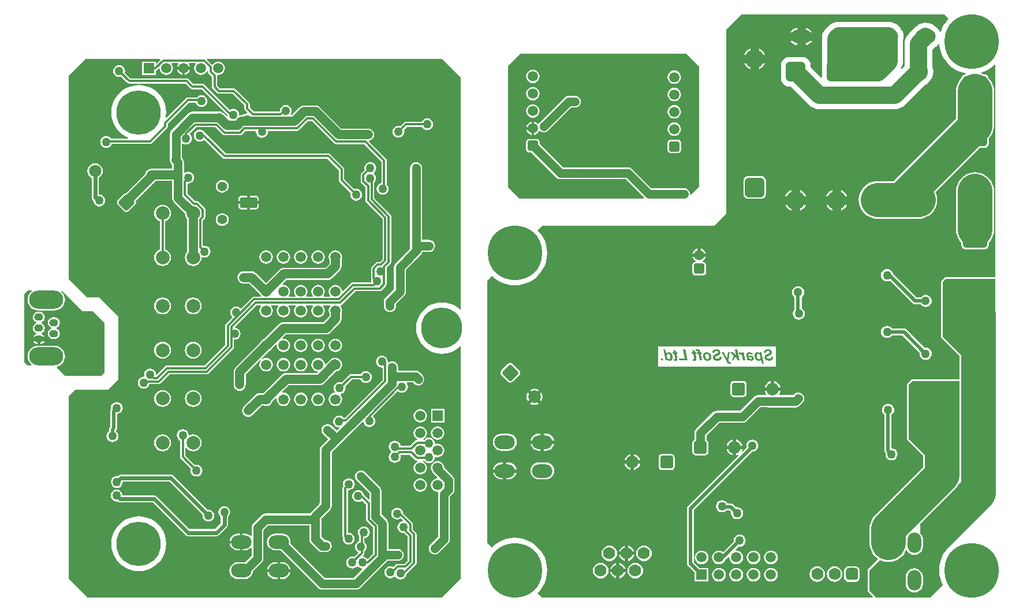
<source format=gbl>
%FSTAX26Y26*%
%MOIN*%
%SFA1B1*%

%IPPOS*%
%AMD88*
4,1,8,-0.025500,-0.036400,0.025500,-0.036400,0.036400,-0.025500,0.036400,0.025500,0.025500,0.036400,-0.025500,0.036400,-0.036400,0.025500,-0.036400,-0.025500,-0.025500,-0.036400,0.0*
1,1,0.021860,-0.025500,-0.025500*
1,1,0.021860,0.025500,-0.025500*
1,1,0.021860,0.025500,0.025500*
1,1,0.021860,-0.025500,0.025500*
%
%AMD92*
4,1,8,0.055100,-0.038600,0.055100,0.038600,0.038600,0.055100,-0.038600,0.055100,-0.055100,0.038600,-0.055100,-0.038600,-0.038600,-0.055100,0.038600,-0.055100,0.055100,-0.038600,0.0*
1,1,0.033080,0.038600,-0.038600*
1,1,0.033080,0.038600,0.038600*
1,1,0.033080,-0.038600,0.038600*
1,1,0.033080,-0.038600,-0.038600*
%
%AMD94*
4,1,8,0.068900,-0.055100,0.068900,0.055100,0.055100,0.068900,-0.055100,0.068900,-0.068900,0.055100,-0.068900,-0.055100,-0.055100,-0.068900,0.055100,-0.068900,0.068900,-0.055100,0.0*
1,1,0.027560,0.055100,-0.055100*
1,1,0.027560,0.055100,0.055100*
1,1,0.027560,-0.055100,0.055100*
1,1,0.027560,-0.055100,-0.055100*
%
%AMD95*
4,1,8,0.043800,0.007700,0.007700,0.043800,-0.007700,0.043800,-0.043800,0.007700,-0.043800,-0.007700,-0.007700,-0.043800,0.007700,-0.043800,0.043800,-0.007700,0.043800,0.007700,0.0*
1,1,0.021860,0.036100,0.000000*
1,1,0.021860,0.000000,0.036100*
1,1,0.021860,-0.036100,0.000000*
1,1,0.021860,0.000000,-0.036100*
%
%AMD97*
4,1,8,-0.029500,0.020700,-0.029500,-0.020700,-0.020700,-0.029500,0.020700,-0.029500,0.029500,-0.020700,0.029500,0.020700,0.020700,0.029500,-0.020700,0.029500,-0.029500,0.020700,0.0*
1,1,0.017720,-0.020700,0.020700*
1,1,0.017720,-0.020700,-0.020700*
1,1,0.017720,0.020700,-0.020700*
1,1,0.017720,0.020700,0.020700*
%
%AMD101*
4,1,8,-0.017500,-0.035000,0.017500,-0.035000,0.035000,-0.017500,0.035000,0.017500,0.017500,0.035000,-0.017500,0.035000,-0.035000,0.017500,-0.035000,-0.017500,-0.017500,-0.035000,0.0*
1,1,0.035000,-0.017500,-0.017500*
1,1,0.035000,0.017500,-0.017500*
1,1,0.035000,0.017500,0.017500*
1,1,0.035000,-0.017500,0.017500*
%
%AMD106*
4,1,8,0.042600,0.007500,0.007500,0.042600,-0.007500,0.042600,-0.042600,0.007500,-0.042600,-0.007500,-0.007500,-0.042600,0.007500,-0.042600,0.042600,-0.007500,0.042600,0.007500,0.0*
1,1,0.021260,0.035100,0.000000*
1,1,0.021260,0.000000,0.035100*
1,1,0.021260,-0.035100,0.000000*
1,1,0.021260,0.000000,-0.035100*
%
%AMD112*
4,1,8,0.050000,-0.021000,0.050000,0.021000,0.041000,0.030000,-0.041000,0.030000,-0.050000,0.021000,-0.050000,-0.021000,-0.041000,-0.030000,0.041000,-0.030000,0.050000,-0.021000,0.0*
1,1,0.018000,0.041000,-0.021000*
1,1,0.018000,0.041000,0.021000*
1,1,0.018000,-0.041000,0.021000*
1,1,0.018000,-0.041000,-0.021000*
%
%ADD55C,0.020000*%
%ADD56C,0.050000*%
%ADD57C,0.025000*%
%ADD60C,0.100000*%
%ADD61C,0.110240*%
%ADD64C,0.160000*%
%ADD65C,0.012000*%
%ADD67C,0.200000*%
%ADD71C,0.022000*%
%ADD75C,0.052000*%
%ADD85R,0.246060X0.167320*%
%ADD86O,0.118110X0.078740*%
%ADD87C,0.072840*%
G04~CAMADD=88~8~0.0~0.0~728.4~728.4~109.3~0.0~15~0.0~0.0~0.0~0.0~0~0.0~0.0~0.0~0.0~0~0.0~0.0~0.0~180.0~728.0~728.0*
%ADD88D88*%
%ADD89C,0.070000*%
%ADD90C,0.125200*%
%ADD91C,0.110240*%
G04~CAMADD=92~8~0.0~0.0~1102.4~1102.4~165.4~0.0~15~0.0~0.0~0.0~0.0~0~0.0~0.0~0.0~0.0~0~0.0~0.0~0.0~270.0~1102.0~1102.0*
%ADD92D92*%
%ADD93O,0.078740X0.118110*%
G04~CAMADD=94~8~0.0~0.0~1378.0~1378.0~137.8~0.0~15~0.0~0.0~0.0~0.0~0~0.0~0.0~0.0~0.0~0~0.0~0.0~0.0~270.0~1378.0~1378.0*
%ADD94D94*%
G04~CAMADD=95~8~0.0~0.0~728.4~728.4~109.3~0.0~15~0.0~0.0~0.0~0.0~0~0.0~0.0~0.0~0.0~0~0.0~0.0~0.0~315.0~940.0~939.0*
%ADD95D95*%
%ADD96C,0.314000*%
G04~CAMADD=97~8~0.0~0.0~590.6~590.6~88.6~0.0~15~0.0~0.0~0.0~0.0~0~0.0~0.0~0.0~0.0~0~0.0~0.0~0.0~90.0~590.0~590.0*
%ADD97D97*%
%ADD98C,0.059060*%
%ADD99R,0.059060X0.059060*%
%ADD100C,0.059060*%
G04~CAMADD=101~8~0.0~0.0~700.0~700.0~175.0~0.0~15~0.0~0.0~0.0~0.0~0~0.0~0.0~0.0~0.0~0~0.0~0.0~0.0~180.0~700.0~700.0*
%ADD101D101*%
%ADD102C,0.055120*%
%ADD103C,0.078740*%
%ADD104R,0.059060X0.059060*%
%ADD105C,0.070870*%
G04~CAMADD=106~8~0.0~0.0~708.7~708.7~106.3~0.0~15~0.0~0.0~0.0~0.0~0~0.0~0.0~0.0~0.0~0~0.0~0.0~0.0~315.0~914.0~913.0*
%ADD106D106*%
%ADD107C,0.236220*%
%ADD108C,0.255900*%
%ADD109O,0.051180X0.043310*%
%ADD110O,0.196850X0.104330*%
%ADD111C,0.050000*%
G04~CAMADD=112~8~0.0~0.0~600.0~1000.0~90.0~0.0~15~0.0~0.0~0.0~0.0~0~0.0~0.0~0.0~0.0~0~0.0~0.0~0.0~270.0~1000.0~600.0*
%ADD112D112*%
%ADD113C,0.196850*%
%LNunisolder52_full-1*%
%LPD*%
G36*
X067815Y0331693D02*
X0663386Y0316929D01*
Y0301853*
X0661979Y0300619*
X0660367Y0298781*
X0659008Y0296748*
X0657927Y0294555*
X0657141Y029224*
X0656664Y0289841*
X0656504Y0287402*
X0656664Y0284962*
X0657141Y0282563*
X0657927Y0280248*
X0658668Y0278746*
X0651575Y0271654*
X0620079*
X0616142Y027559*
Y0287402*
X0622047Y0293307*
X0622248*
X0623784Y0292671*
X0625465Y0292267*
X0627189Y0292131*
X0628913Y0292267*
X0630594Y0292671*
X0632191Y0293332*
X0633665Y0294236*
X063498Y0295358*
X0636103Y0296673*
X0637006Y0298147*
X0637281Y0298811*
X0637781*
X0637827Y0298699*
X0638616Y0297671*
X0639644Y0296882*
X0640841Y0296387*
X0642126Y0296217*
X0643411Y0296387*
X0644608Y0296882*
X0645636Y0297671*
X0646425Y0298699*
X0646921Y0299896*
X064709Y0301181*
Y0305118*
X0646921Y0306403*
X0646425Y03076*
X0645669Y0308584*
Y0314203*
X0665862Y0334396*
X0666985Y0335711*
X066788Y0337171*
X0670276Y0339567*
X067815Y0331693*
G37*
G36*
X0132544Y0448319D02*
X0131973Y044785D01*
X0131209Y0446918*
X0130641Y0445856*
X0130291Y0444703*
X0130173Y0443504*
X0130291Y0442305*
X0130641Y0441152*
X0131209Y0440089*
X0131973Y0439158*
X0132904Y0438394*
X0133967Y0437826*
X013512Y0437476*
X0136319Y0437358*
X0145571*
X014677Y0437476*
X0147923Y0437826*
X0148986Y0438394*
X0149917Y0439158*
X0150681Y0440089*
X0151249Y0441152*
X0151599Y0442305*
X0151717Y0443504*
X0151599Y0444703*
X0151249Y0445856*
X0150681Y0446918*
X0149917Y044785*
X0149534Y0448164*
X0149683Y0448689*
X0149991Y0448729*
X0161713Y0437008*
X0167618*
X0174508Y0430118*
Y0401575*
X0172539Y0399606*
X015187*
X01471Y0404376*
X0147242Y0404942*
X0147923Y0405149*
X0148986Y0405717*
X0149917Y0406481*
X0150681Y0407412*
X0151249Y0408475*
X0151599Y0409628*
X0151717Y0410827*
X0151599Y0412026*
X0151249Y0413179*
X0150681Y0414241*
X0149917Y0415173*
X0148986Y0415937*
X0147923Y0416505*
X014677Y0416855*
X0145571Y0416973*
X0136319*
X013512Y0416855*
X0133967Y0416505*
X0132904Y0415937*
X0131973Y0415173*
X0131209Y0414241*
X0130641Y0413179*
X0130291Y0412026*
X0130173Y0410827*
X0130291Y0409628*
X0130641Y0408475*
X0131209Y0407412*
X0131973Y0406481*
X0132544Y0406012*
X0132366Y0405512*
X0130217*
X0128248Y040748*
Y044685*
X0130217Y0448819*
X0132366*
X0132544Y0448319*
G37*
G36*
X020659Y0582677D02*
X0206781Y0582215D01*
X0204506Y057994*
X0204044Y0580131*
Y0581018*
X0196339*
Y0573313*
X0204044*
Y0575666*
X0204479Y0575752*
X0204976Y0576084*
X0205831Y0576939*
X0206359Y057676*
X0206438Y057616*
X0206826Y0575222*
X0207443Y0574417*
X0208248Y05738*
X0209186Y0573412*
X0210191Y0573279*
X0211197Y0573412*
X0212134Y05738*
X0212939Y0574417*
X0213557Y0575222*
X0213945Y057616*
X0214077Y0577165*
X0213945Y0578171*
X0213557Y0579108*
X0213188Y0579589*
X0213435Y0580089*
X0216948*
X0217195Y0579589*
X0216826Y0579108*
X0216438Y0578171*
X0216404Y0577915*
X0223979*
X0223945Y0578171*
X0223557Y0579108*
X0223188Y0579589*
X0223435Y0580089*
X0226948*
X0227194Y0579589*
X0226826Y0579108*
X0226438Y0578171*
X0226305Y0577165*
X0226438Y057616*
X0226826Y0575222*
X0227444Y0574417*
X0228248Y05738*
X0229186Y0573412*
X0230191Y0573279*
X0231197Y0573412*
X0232134Y05738*
X0232939Y0574417*
X0233557Y0575222*
X0233709Y0575591*
X0234209Y0575491*
Y0575321*
X0234326Y0574736*
X0234657Y0574239*
X0236562Y0572335*
Y0566465*
X0236678Y056588*
X023701Y0565384*
X0239511Y0562883*
X0240007Y0562552*
X0240592Y0562435*
X0248659*
X0255298Y0555796*
Y0553873*
X0255414Y0553288*
X0255746Y0552792*
X0257006Y0551531*
X0256785Y0551082*
X0256691Y0551095*
X0255804Y0550978*
X0254977Y0550635*
X0254273Y0550096*
X0253635*
X0252775Y0549982*
X0252595Y0550053*
X0252309Y0550273*
X0252321Y0550365*
X0252204Y0551253*
X0251861Y055208*
X0251316Y055279*
X0250606Y0553335*
X0249779Y0553678*
X0248891Y0553795*
X0248004Y0553678*
X0247177Y0553335*
X0246898Y0553122*
X0232373Y0567647*
X0231877Y0567978*
X0231291Y0568095*
X0225925*
X0223073Y0570947*
X0222577Y0571278*
X0221991Y0571395*
X0189325*
X0186227Y0574493*
X0186304Y0574678*
X0186421Y0575565*
X0186304Y0576453*
X0185961Y057728*
X0185416Y057799*
X0184706Y0578535*
X0183879Y0578878*
X0182991Y0578995*
X0182104Y0578878*
X0181277Y0578535*
X0180566Y057799*
X0180021Y057728*
X0179679Y0576453*
X0179562Y0575565*
X0179679Y0574678*
X0180021Y0573851*
X0180566Y057314*
X0181277Y0572596*
X0182104Y0572253*
X0182991Y0572136*
X0183879Y0572253*
X0184064Y057233*
X018761Y0568784*
X0188106Y0568452*
X0188691Y0568336*
X0221358*
X022421Y0565484*
X0224706Y0565152*
X0225291Y0565036*
X0230658*
X0245482Y0550212*
X0245549Y0549708*
X0245075Y0549474*
X0245005Y0549544*
X0244816Y054979*
X024457Y0549979*
X0243388Y0551162*
X0242656Y0551723*
X0241805Y0552075*
X0240891Y0552196*
X0240125Y0552095*
X0225291*
X0224404Y0551978*
X0223577Y0551635*
X0222866Y055109*
X0213266Y054149*
X0212721Y054078*
X0212379Y0539953*
X0212262Y0539065*
Y052441*
X0212236Y0524213*
X0212353Y0523325*
X0212372Y052328*
X0212379Y0523225*
X0212721Y0522398*
X0213266Y0521688*
X0213562Y0521392*
Y051918*
X0201476*
X0200563Y051906*
X0199711Y0518707*
X019898Y0518146*
X0198419Y0517415*
X0198066Y0516563*
X0197989Y0515974*
X0187211Y0505196*
X0187197Y0505199*
X0186431Y0505047*
X0185782Y0504613*
X0182274Y0501105*
X018184Y0500456*
X0181688Y049969*
X018184Y0498924*
X0182274Y0498275*
X0185782Y0494767*
X0186431Y0494333*
X0187197Y0494181*
X0187963Y0494333*
X0188612Y0494767*
X019212Y0498275*
X0192554Y0498924*
X0192706Y049969*
X0192554Y0500456*
X0192515Y0500515*
X0203973Y0511973*
X0204085Y0512119*
X0213562*
Y0502351*
X0213679Y0501463*
X0214021Y0500636*
X0214566Y0499926*
X0220889Y0493603*
X0220871Y0493461*
X0221037Y0492198*
X0221525Y0491021*
X0222219Y0490116*
Y0471215*
X0221525Y0470309*
X0221037Y0469133*
X0220871Y046787*
X0221037Y0466607*
X0221525Y0465431*
X02223Y046442*
X022331Y0463645*
X0224487Y0463158*
X022575Y0462991*
X0227012Y0463158*
X0228189Y0463645*
X0229199Y046442*
X0229975Y0465431*
X0230462Y0466607*
X0230624Y0467835*
X0230641Y0467879*
X0231092Y0468182*
X0231404Y0468053*
X0232291Y0467936*
X0233179Y0468053*
X0234006Y0468396*
X0234716Y046894*
X0235261Y0469651*
X0235604Y0470478*
X0235721Y0471365*
X0235604Y0472253*
X0235261Y047308*
X0234716Y047379*
X0234006Y0474335*
X0233179Y0474678*
X0232291Y0474795*
X0231779Y0474727*
X0231279Y0475139*
Y0489138*
X0232268Y0490127*
X02326Y0490623*
X0232716Y0491209*
Y0495713*
X02326Y0496298*
X0232268Y0496794*
X0229083Y0499979*
X0228587Y0500311*
X0228002Y0500427*
X0226735*
X0222421Y0504741*
Y0510319*
X0222797Y0510648*
X0222891Y0510636*
X0223779Y0510753*
X0224606Y0511096*
X0225316Y051164*
X0225861Y0512351*
X0226204Y0513178*
X0226321Y0514065*
X0226204Y0514953*
X0225861Y051578*
X0225316Y051649*
X0224606Y0517035*
X0223779Y0517378*
X0222891Y0517495*
X0222004Y0517378*
X0221177Y0517035*
X0220921Y0516839*
X0220421Y0517085*
Y0522813*
X0220304Y05237*
X0219961Y0524527*
X0219416Y0525238*
X0219121Y0525533*
Y0533545*
X0219621Y0533792*
X0219877Y0533596*
X0220704Y0533253*
X0221591Y0533136*
X0222479Y0533253*
X0223306Y0533596*
X0224016Y053414*
X0224561Y0534851*
X0224904Y0535678*
X0225021Y0536565*
X0224904Y0537453*
X0224561Y053828*
X0224016Y053899*
X0223909Y0539073*
X0223876Y0539572*
X022744Y0543136*
X0238458*
X024261Y0538984*
X0243106Y0538652*
X0243691Y0538536*
X0252791*
X0253377Y0538652*
X0253873Y0538984*
X0255925Y0541036*
X0261658*
X0261988Y054066*
X0261962Y0540465*
X0262079Y0539578*
X0262421Y0538751*
X0262966Y053804*
X0263677Y0537496*
X0264504Y0537153*
X0265391Y0537036*
X0266279Y0537153*
X0267106Y0537496*
X0267816Y053804*
X0268361Y0538751*
X0268704Y0539578*
X0268821Y0540465*
X0268795Y054066*
X0269125Y0541036*
X0285748*
X0286333Y0541152*
X028683Y0541484*
X0291982Y0546636*
X0294201*
X0307072Y0533765*
X0307568Y0533433*
X0308153Y0533317*
X032439*
X0334462Y0523245*
Y0510907*
X0334208Y0510873*
X0333381Y0510531*
X0332671Y0509986*
X0332126Y0509275*
X0331784Y0508448*
X0331667Y0507561*
X0331784Y0506673*
X0332126Y0505846*
X0332671Y0505136*
X0333381Y0504591*
X0334208Y0504248*
X0335096Y0504131*
X0335984Y0504248*
X0336811Y0504591*
X0337521Y0505136*
X0338066Y0505846*
X0338408Y0506673*
X0338525Y0507561*
X0338408Y0508448*
X0338066Y0509275*
X0337521Y0509986*
Y0523879*
X0337404Y0524464*
X0337073Y052496*
X0327112Y0534921*
X0327273Y0535394*
X0327594Y0535436*
X0328445Y0535789*
X0329176Y053635*
X0329738Y0537081*
X033009Y0537933*
X033021Y0538846*
X033009Y053976*
X0329738Y0540612*
X0329176Y0541343*
X0328445Y0541904*
X0327594Y0542256*
X032668Y0542377*
X0311273*
X0298988Y0554662*
X0298256Y0555223*
X0297405Y0555575*
X0296491Y0555696*
X0289691*
X0288778Y0555575*
X0287926Y0555223*
X0287195Y0554662*
X0282672Y0550139*
X028218Y0550186*
X0281978Y0550612*
X0282161Y0550851*
X0282504Y0551678*
X0282621Y0552565*
X0282504Y0553453*
X0282161Y055428*
X0281616Y055499*
X0280906Y0555535*
X0280079Y0555878*
X0279191Y0555995*
X0278304Y0555878*
X0277477Y0555535*
X0276766Y055499*
X0276221Y055428*
X0275879Y0553453*
X0275762Y0552565*
X027577Y0552507*
X0275395Y0552095*
X0260768*
X0258356Y0554506*
Y055643*
X025824Y0557015*
X0257908Y0557511*
X0250374Y0565046*
X0249877Y0565378*
X0249292Y0565494*
X0241226*
X0239621Y0567099*
Y057285*
X023998Y0573307*
X0240191Y0573279*
X0241197Y0573412*
X0242134Y05738*
X0242939Y0574417*
X0243557Y0575222*
X0243945Y057616*
X0244077Y0577165*
X0243945Y0578171*
X0243557Y0579108*
X0242939Y0579913*
X0242134Y0580531*
X0241197Y0580919*
X0240191Y0581051*
X0239186Y0580919*
X0238248Y0580531*
X0237443Y0579913*
X0237082Y0579442*
X0236424Y0579393*
X0233601Y0582215*
X0233793Y0582677*
X036939*
X0380217Y057185*
Y0437864*
X0379716Y0437739*
X0378024Y0439185*
X0376036Y0440403*
X0373882Y0441295*
X0371616Y0441839*
X0369291Y0442022*
X0366967Y0441839*
X03647Y0441295*
X0362546Y0440403*
X0360559Y0439185*
X0358786Y0437671*
X0357272Y0435898*
X0356054Y043391*
X0355162Y0431756*
X0354617Y042949*
X0354434Y0427165*
X0354617Y0424841*
X0355162Y0422574*
X0356054Y0420421*
X0357272Y0418433*
X0358786Y041666*
X0360559Y0415146*
X0362546Y0413928*
X03647Y0413036*
X0366967Y0412492*
X0369291Y0412309*
X0371616Y0412492*
X0373882Y0413036*
X0376036Y0413928*
X0378024Y0415146*
X0379716Y0416592*
X0380217Y0416467*
Y028248*
X036939Y0271654*
X0164665*
X0153839Y028248*
Y0387795*
X0157776Y0391732*
X0176476*
X0182382Y0397638*
Y0434055*
X0171555Y0444882*
X0164665*
X0153839Y0455709*
Y0572835*
X0163681Y0582677*
X020659*
G37*
G36*
X0668116Y0355123D02*
X0665354Y0352362D01*
X0649606*
X0638779Y0363189*
Y0394685*
X0640748Y0396654*
X0668116*
Y0355123*
G37*
G36*
X0517717Y0578346D02*
Y0509055D01*
X0513023Y0504361*
X0512554Y0504599*
X0512455Y050535*
X0512112Y0506178*
X0511567Y0506888*
X0510857Y0507433*
X051003Y0507775*
X0509142Y0507892*
X0490319*
X0479223Y0518988*
X0478513Y0519533*
X0477686Y0519875*
X0476798Y0519992*
X0439119*
X0425686Y0533425*
Y053453*
X0425548Y0535227*
X0425153Y0535817*
X0424562Y0536212*
X0423865Y0536351*
X0419732*
X0419035Y0536212*
X0418444Y0535817*
X0418049Y0535227*
X0417911Y053453*
Y0530396*
X0418049Y0529699*
X0418444Y0529108*
X0419035Y0528714*
X0419732Y0528575*
X0420836*
X0435274Y0514138*
X0435984Y0513593*
X0436811Y051325*
X0437698Y0513134*
X0475378*
X0486043Y0502468*
X0485836Y0501968*
X0414173*
X040748Y0508661*
Y0578346*
X0414567Y0585433*
X051063*
X0517717Y0578346*
G37*
G36*
X0688976Y0412401D02*
X0687992Y0411417D01*
X0669291*
X0658464Y0422244*
Y045374*
X0660433Y0455709*
X0688976*
Y0412401*
G37*
G36*
X0661979Y0605737D02*
D01*
X0660367Y0603899*
X0659008Y0601866*
X0657927Y0599673*
X0657475Y0598341*
X0656938Y0598314*
X0656386Y0599345*
X0655519Y0600401*
X0654463Y0601268*
X0653623Y0601717*
X0653088Y0602156*
X0651698Y0602899*
X065019Y0603357*
X0648622Y0603511*
X0647054Y0603357*
X0645546Y0602899*
X0644156Y0602156*
X0643621Y0601717*
X0642781Y0601268*
X0641725Y0600401*
X0640858Y0599345*
X0640549Y0598768*
X0638804Y0597023*
X0637804Y0595805*
X0637061Y0594415*
X0636604Y0592907*
X0636449Y0591338*
Y0578503*
X0634737Y057679*
X0634331Y0577091*
X063487Y0578101*
X0635357Y0579705*
X0635522Y0581374*
Y0593281*
X0635774Y0594112*
X0635908Y0595472*
X0635774Y0596832*
X0635377Y059814*
X0634733Y0599345*
X0634208Y0599984*
X063408Y0600224*
X0633016Y060152*
X063172Y0602584*
X0630242Y0603374*
X0628637Y0603861*
X0626968Y0604025*
X0598425*
X0596757Y0603861*
X0595152Y0603374*
X0593673Y0602584*
X0592377Y060152*
X0591196Y0600339*
X0590133Y0599043*
X0589342Y0597564*
X0588855Y059596*
X0588691Y0594291*
Y0575083*
X0588692Y0575072*
Y0572034*
X058823Y0571843*
X0582174Y0577899*
Y0578941*
X0582014Y0580156*
X0581545Y0581288*
X0580799Y058226*
X0579827Y0583006*
X0578695Y0583475*
X057748Y0583635*
X0569764*
X0568549Y0583475*
X0567417Y0583006*
X0566445Y058226*
X0565699Y0581288*
X056523Y0580156*
X056507Y0578941*
Y0571224*
X056523Y057001*
X0565699Y0568878*
X0566445Y0567905*
X0567417Y056716*
X0568549Y0566691*
X0569764Y0566531*
X0570806*
X058145Y0555887*
X0582668Y0554887*
X0584058Y0554144*
X0585566Y0553687*
X0587134Y0553532*
X0630886*
X0632454Y0553687*
X0633962Y0554144*
X0635352Y0554887*
X063657Y0555887*
X0648177Y0567493*
X064924Y0568062*
X0650536Y0569125*
X06516Y0570421*
X065239Y05719*
X0652877Y0573504*
X0653041Y0575173*
X0652877Y0576842*
X0652527Y0577995*
Y0588009*
X0653886Y0589368*
X0654463Y0589677*
X0655519Y0590544*
X0656087Y0591235*
X0656599Y0591071*
X0656664Y059008*
X0657141Y0587682*
X0657927Y0585366*
X0659008Y0583173*
X0660367Y058114*
X0661979Y0579302*
X0663817Y057769*
X066585Y0576331*
X0668043Y057525*
X0670359Y0574464*
X0671935Y057415*
X0671941Y0574122*
X0671894Y0573649*
X0671654*
X0670732Y0573465*
X066995Y0572943*
X0669428Y0572162*
X0669323Y0571633*
X0668251Y0570378*
X0667348Y0568904*
X0666686Y0567306*
X0666283Y0565625*
X0666147Y0563902*
Y0548254*
X0629852Y0511959*
X0620866*
X0619167Y0511825*
X061751Y0511427*
X0615936Y0510775*
X0614483Y0509885*
X0613187Y0508778*
X061208Y0507482*
X061119Y0506029*
X0610537Y0504454*
X061014Y0502797*
X0610006Y0501098*
X061014Y0499399*
X0610537Y0497742*
X061119Y0496168*
X061208Y0494715*
X0613187Y0493419*
X0614483Y0492312*
X0615936Y0491422*
X061751Y049077*
X0619167Y0490372*
X0620866Y0490238*
X064439*
X0646089Y0490372*
X0647746Y049077*
X064932Y0491422*
X0650773Y0492312*
X0652069Y0493419*
X0653176Y0494715*
X0654066Y0496168*
X0654718Y0497742*
X0655116Y0499399*
X065525Y0501098*
X0655116Y0502797*
X0654718Y0504454*
X0654234Y0505623*
X0679805Y0531194*
X0682677*
X0683599Y0531377*
X068438Y0531899*
X0684902Y0532681*
X0685086Y0533602*
Y0536516*
X0685952Y053753*
X0686842Y0538983*
X0687494Y0540557*
X0687892Y0542214*
X0687905Y0542382*
X0688048Y0542977*
X0688184Y0544701*
Y0563902*
X0688048Y0565625*
X0687644Y0567306*
X0686983Y0568904*
X0686079Y0570378*
X0685007Y0571633*
X0684902Y0572162*
X068438Y0572943*
X0683599Y0573465*
X0682677Y0573649*
X0682282*
X0682167Y0573719*
X0680919Y0574236*
X0680937Y057477*
X068235Y057525*
X0684543Y0576331*
X0686576Y057769*
X0688415Y0579302*
X0688976Y057874*
Y0456712*
X0660433*
X0660049Y0456636*
X0659723Y0456418*
X0657755Y045445*
X0657537Y0454124*
X0657461Y045374*
Y0422244*
X0657537Y042186*
X0657755Y0421534*
X0668116Y0411174*
Y0397657*
X0640748*
X0640364Y0397581*
X0640038Y0397363*
X063807Y0395395*
X0637852Y0395069*
X0637776Y0394685*
Y0363189*
X0637852Y0362805*
X063807Y0362479*
X0647053Y0353497*
Y0346751*
X0619398Y0319096*
X0618275Y0317781*
X0617372Y0316307*
X061671Y031471*
X0616306Y0313029*
X0616171Y0311305*
Y030315*
X0616306Y0301426*
X061671Y0299745*
X0617372Y0298147*
X0618275Y0296673*
X0619398Y0295358*
X0620713Y0294236*
X0620892Y0294126*
X062095Y0293629*
X0615432Y0288111*
X0615215Y0287786*
X0615138Y0287402*
Y027559*
X0615215Y0275206*
X0615432Y0274881*
X0618198Y0272115*
X0618006Y0271654*
X0427165*
X0424635Y0274184*
X0426247Y0276022*
X0427606Y0278055*
X0428687Y0280248*
X0429473Y0282563*
X042995Y0284962*
X043011Y0287402*
X042995Y0289841*
X0429473Y029224*
X0428687Y0294555*
X0427606Y0296748*
X0426247Y0298781*
X0424635Y0300619*
X0422797Y0302232*
X0420764Y030359*
X0418571Y0304671*
X0416255Y0305457*
X0413857Y0305934*
X0411417Y0306094*
X0408977Y0305934*
X0406579Y0305457*
X0404264Y0304671*
X0402071Y030359*
X0400038Y0302232*
X03982Y0300619*
X0395669Y030315*
Y0454724*
X03982Y0457255*
X0400038Y0455642*
X0402071Y0454284*
X0404264Y0453202*
X0406579Y0452417*
X0408977Y0451939*
X0411417Y045178*
X0413857Y0451939*
X0416255Y0452417*
X0418571Y0453202*
X0420764Y0454284*
X0422797Y0455642*
X0424635Y0457255*
X0426247Y0459093*
X0427606Y0461126*
X0428687Y0463319*
X0429473Y0465634*
X042995Y0468033*
X043011Y0470472*
X042995Y0472912*
X0429473Y047531*
X0428687Y0477626*
X0427606Y0479819*
X0426247Y0481852*
X0424635Y048369*
X0427165Y048622*
X0526575*
X0533464Y049311*
Y0599409*
X0542323Y0608268*
X0659449*
X0661979Y0605737*
G37*
%LNunisolder52_full-2*%
%LPC*%
G36*
X0478331Y0354353D02*
X0478119Y0354325D01*
X047699Y0353858*
X047602Y0353114*
X0475276Y0352144*
X0474808Y0351015*
X0474781Y0350803*
X0478331*
Y0354353*
G37*
G36*
X0356891Y0340451D02*
X0355886Y0340319D01*
X0354948Y0339931*
X0354144Y0339313*
X0353526Y0338508*
X0353138Y0337571*
X0353005Y0336565*
X0353138Y033556*
X0353526Y0334622*
X0354144Y0333818*
X0354948Y03332*
X0355886Y0332812*
X0356891Y0332679*
X0357897Y0332812*
X0358834Y03332*
X0359639Y0333818*
X0360257Y0334622*
X0360645Y033556*
X0360777Y0336565*
X0360645Y0337571*
X0360257Y0338508*
X0359639Y0339313*
X0358834Y0339931*
X0357897Y0340319*
X0356891Y0340451*
G37*
G36*
X0407642Y0349706D02*
X0406673D01*
Y0345727*
X041249*
X0412452Y0346016*
X0411954Y0347217*
X0411163Y0348248*
X0410132Y0349039*
X040893Y0349537*
X0407642Y0349706*
G37*
G36*
X0480331Y0354353D02*
Y0350803D01*
X0483881*
X0483853Y0351015*
X0483385Y0352144*
X0482641Y0353114*
X0481672Y0353858*
X0480542Y0354325*
X0480331Y0354353*
G37*
G36*
X0626968Y0383436D02*
X0626059Y0383316D01*
X0625211Y0382965*
X0624483Y0382406*
X0623925Y0381678*
X0623574Y0380831*
X0623454Y0379921*
X0623574Y0379012*
X0623925Y0378164*
X0624483Y0377436*
X0624945Y0377082*
Y0356299*
X0625099Y0355525*
X0625501Y0354924*
X0625423Y0354331*
X0625542Y0353421*
X0625893Y0352573*
X0626452Y0351846*
X062718Y0351287*
X0628027Y0350936*
X0628937Y0350816*
X0629847Y0350936*
X0630694Y0351287*
X0631422Y0351846*
X0631981Y0352573*
X0632332Y0353421*
X0632451Y0354331*
X0632332Y035524*
X0631981Y0356088*
X0631422Y0356816*
X0630694Y0357374*
X0629847Y0357725*
X0628992Y0357838*
Y0377082*
X0629454Y0377436*
X0630012Y0378164*
X0630363Y0379012*
X0630483Y0379921*
X0630363Y0380831*
X0630012Y0381678*
X0629454Y0382406*
X0628726Y0382965*
X0627878Y0383316*
X0626968Y0383436*
G37*
G36*
X04945Y0329291D02*
Y0323095D01*
X0500697*
X0500655Y0323518*
X050024Y0324886*
X0499566Y0326147*
X0498658Y0327253*
X0497553Y032816*
X0496292Y0328834*
X0494923Y0329249*
X04945Y0329291*
G37*
G36*
X0322591Y0344995D02*
X0321704Y0344878D01*
X0320877Y0344535*
X0320166Y034399*
X0319621Y034328*
X0319279Y0342453*
X0319162Y0341565*
X0319279Y0340678*
X0319621Y0339851*
X0320166Y0339141*
X0327562Y0331745*
Y0328211*
X03271Y0328019*
X0324355Y0330765*
X0324304Y0331153*
X0323961Y033198*
X0323416Y033269*
X0322706Y0333235*
X0321879Y0333578*
X0320991Y0333695*
X0320104Y0333578*
X0319277Y0333235*
X0318566Y033269*
X0318021Y033198*
X0317679Y0331153*
X0317562Y0330265*
X0317679Y0329378*
X0318021Y0328551*
X0318566Y032784*
X0319277Y0327295*
X0320104Y0326953*
X0320991Y0326836*
X0321879Y0326953*
X0322706Y0327295*
X0323154Y032764*
X0325562Y0325232*
Y0316708*
X0325678Y0316123*
X032601Y0315626*
X0329511Y0312125*
Y0296934*
X0326611Y0294033*
X0326112Y0294066*
X0326016Y029419*
X0325306Y0294735*
X0324479Y0295078*
X0323856Y029516*
X0323677Y0295688*
X0324173Y0296184*
X0324504Y029668*
X0324621Y0297265*
Y0298314*
X0324916Y029854*
X0325461Y0299251*
X0325804Y0300078*
X0325921Y0300965*
X0325804Y0301853*
X0325461Y030268*
X0324916Y030339*
X0324621Y0303617*
Y0305879*
X0325179Y0305953*
X0326006Y0306295*
X0326716Y030684*
X0327261Y0307551*
X0327604Y0308378*
X0327721Y0309265*
X0327604Y0310153*
X0327261Y031098*
X0326716Y031169*
X0326006Y0312235*
X0325179Y0312578*
X0324291Y0312695*
X0323404Y0312578*
X0322577Y0312235*
X0321866Y031169*
X0321321Y031098*
X0320979Y0310153*
X0320862Y0309265*
X0320979Y0308378*
X0321321Y0307551*
X0321562Y0307237*
Y030426*
X0320777Y0303935*
X0320066Y030339*
X0319521Y030268*
X0319179Y0301853*
X0319062Y0300965*
X0319179Y0300078*
X0319521Y0299251*
X0320066Y029854*
X0320777Y0297995*
X0320985Y0297909*
X0321082Y0297419*
X0318664Y0295001*
X0318479Y0295078*
X0317591Y0295195*
X0316704Y0295078*
X0315877Y0294735*
X0315166Y029419*
X0314621Y029348*
X0314279Y0292653*
X0314162Y0291765*
X0314279Y0290878*
X0314621Y0290051*
X0315166Y028934*
X0315877Y0288795*
X0316704Y0288453*
X0317591Y0288336*
X0318479Y0288453*
X0319306Y0288795*
X0320016Y028934*
X0320276Y0289679*
X0320906*
X0321166Y028934*
X0321877Y0288795*
X0322704Y0288453*
X03231Y0288401*
X0323279Y0287873*
X0318401Y0282995*
X0301612*
X028185Y0302757*
X0281965Y0303633*
X0281799Y0304896*
X0281312Y0306072*
X0280536Y0307083*
X0279526Y0307858*
X0278349Y0308346*
X0277087Y0308512*
X027315*
X0271887Y0308346*
X027071Y0307858*
X02697Y0307083*
X0268924Y0306072*
X0268437Y0304896*
X0268271Y0303633*
X0268437Y030237*
X0268924Y0301194*
X02697Y0300183*
X027071Y0299408*
X0271887Y0298921*
X027315Y0298754*
X0276152*
X0297766Y027714*
X0298477Y0276595*
X0299304Y0276253*
X0300191Y0276136*
X0319821*
X0320709Y0276253*
X0321536Y0276595*
X0322246Y027714*
X0337942Y0292836*
X0343891*
X0344779Y0292953*
X0345606Y0293296*
X0346316Y0293841*
X0346861Y0294551*
X0347204Y0295378*
X0347321Y0296265*
X0347204Y0297153*
X0346861Y029798*
X0346316Y029869*
X0345606Y0299235*
X0344779Y0299578*
X0343891Y0299695*
X033837*
Y0314374*
X0338253Y0315261*
X0337911Y0316088*
X0337366Y0316799*
X0334421Y0319744*
Y0333165*
X0334304Y0334053*
X0333961Y033488*
X0333416Y033559*
X0325016Y034399*
X0324306Y0344535*
X0323479Y0344878*
X0322591Y0344995*
G37*
G36*
X0404673Y0349706D02*
X0403705D01*
X0402416Y0349537*
X0401215Y0349039*
X0400184Y0348248*
X0399392Y0347217*
X0398895Y0346016*
X0398857Y0345727*
X0404673*
Y0349706*
G37*
G36*
X021301Y0342604D02*
X0183878D01*
X0183098Y0342449*
X0182436Y0342007*
X018216Y0341731*
X0181678Y0341795*
X0180791Y0341678*
X0179964Y0341335*
X0179253Y034079*
X0178708Y034008*
X0178366Y0339253*
X0178249Y0338365*
X0178366Y0337478*
X0178708Y0336651*
X0179253Y0335941*
X0179964Y0335396*
X0180791Y0335053*
X0181678Y0334936*
X0182566Y0335053*
X0183393Y0335396*
X0184103Y0335941*
X0184648Y0336651*
X0184991Y0337478*
X0185108Y0338365*
X0185248Y0338526*
X0212165*
X0231142Y031955*
X0231056Y0318894*
X0231173Y0318006*
X0231515Y0317179*
X023206Y0316469*
X023277Y0315924*
X0233597Y0315581*
X0234485Y0315464*
X0235373Y0315581*
X02362Y0315924*
X023691Y0316469*
X0237455Y0317179*
X0237797Y0318006*
X0237914Y0318894*
X0237797Y0319781*
X0237455Y0320608*
X023691Y0321319*
X02362Y0321864*
X0235373Y0322206*
X0234485Y0322323*
X0234177Y0322282*
X0214452Y0342007*
X021379Y0342449*
X021301Y0342604*
G37*
G36*
X0501565Y035447D02*
X0496466D01*
X0495656Y0354309*
X0494969Y035385*
X049451Y0353163*
X0494349Y0352352*
Y0347254*
X049451Y0346444*
X0494969Y0345757*
X0495656Y0345298*
X0496466Y0345136*
X0501565*
X0502375Y0345298*
X0503062Y0345757*
X0503521Y0346444*
X0503682Y0347254*
Y0352352*
X0503521Y0353163*
X0503062Y035385*
X0502375Y0354309*
X0501565Y035447*
G37*
G36*
X041249Y0343727D02*
X0406673D01*
Y0339747*
X0407642*
X040893Y0339917*
X0410132Y0340414*
X0411163Y0341206*
X0411954Y0342237*
X0412452Y0343438*
X041249Y0343727*
G37*
G36*
X0429295Y0349691D02*
X0425358D01*
X0424074Y0349521*
X0422876Y0349026*
X0421848Y0348237*
X042106Y0347209*
X0420564Y0346011*
X0420395Y0344727*
X0420564Y0343442*
X042106Y0342245*
X0421848Y0341217*
X0422876Y0340428*
X0424074Y0339932*
X0425358Y0339763*
X0429295*
X043058Y0339932*
X0431777Y0340428*
X0432805Y0341217*
X0433594Y0342245*
X043409Y0343442*
X0434259Y0344727*
X043409Y0346011*
X0433594Y0347209*
X0432805Y0348237*
X0431777Y0349026*
X043058Y0349521*
X0429295Y0349691*
G37*
G36*
X0478331Y0348803D02*
X0474781D01*
X0474808Y0348591*
X0475276Y0347462*
X047602Y0346493*
X047699Y0345749*
X0478119Y0345281*
X0478331Y0345253*
Y0348803*
G37*
G36*
X0483881D02*
X0480331D01*
Y0345253*
X0480542Y0345281*
X0481672Y0345749*
X0482641Y0346493*
X0483385Y0347462*
X0483853Y0348591*
X0483881Y0348803*
G37*
G36*
X0404673Y0343727D02*
X0398857D01*
X0398895Y0343438*
X0399392Y0342237*
X0400184Y0341206*
X0401215Y0340414*
X0402416Y0339917*
X0403705Y0339747*
X0404673*
Y0343727*
G37*
G36*
X0315591Y0340495D02*
X0314704Y0340378D01*
X0313877Y0340035*
X0313166Y033949*
X0312621Y033878*
X0312279Y0337953*
X0312162Y0337065*
X0312279Y0336178*
X0312388Y0335914*
X0312078Y0335451*
X0311962Y0334865*
Y0306765*
X0312078Y030618*
X0312132Y0306099*
X0312062Y0305565*
X0312179Y0304678*
X0312521Y0303851*
X0313066Y030314*
X0313777Y0302595*
X0314604Y0302253*
X0315491Y0302136*
X0316379Y0302253*
X0317206Y0302595*
X0317916Y030314*
X0318461Y0303851*
X0318804Y0304678*
X0318921Y0305565*
X0318804Y0306453*
X0318461Y030728*
X0317916Y030799*
X0317206Y0308535*
X0316379Y0308878*
X0315491Y0308995*
X0315397Y0308982*
X0315021Y0309312*
Y0333332*
X0315397Y0333662*
X0315591Y0333636*
X0316479Y0333753*
X0317306Y0334096*
X0318016Y0334641*
X0318561Y0335351*
X0318904Y0336178*
X0319021Y0337065*
X0318904Y0337953*
X0318561Y033878*
X0318016Y033949*
X0317306Y0340035*
X0316479Y0340378*
X0315591Y0340495*
G37*
G36*
X0366891Y0370451D02*
X0365886Y0370319D01*
X0364948Y0369931*
X0364143Y0369313*
X0363526Y0368508*
X0363138Y0367571*
X0363005Y0366565*
X0363138Y036556*
X0363526Y0364622*
X0364143Y0363818*
X0364948Y03632*
X0365886Y0362812*
X0366891Y0362679*
X0367897Y0362812*
X0368834Y03632*
X0369639Y0363818*
X0370257Y0364622*
X0370645Y036556*
X0370777Y0366565*
X0370645Y0367571*
X0370257Y0368508*
X0369639Y0369313*
X0368834Y0369931*
X0367897Y0370319*
X0366891Y0370451*
G37*
G36*
X0356891Y0380451D02*
X0355886Y0380319D01*
X0354948Y0379931*
X0354144Y0379313*
X0353526Y0378508*
X0353138Y0377571*
X0353005Y0376565*
X0353138Y037556*
X0353526Y0374622*
X0354144Y0373817*
X0354948Y03732*
X0355886Y0372812*
X0356891Y0372679*
X0357897Y0372812*
X0358834Y03732*
X0359639Y0373817*
X0360257Y0374622*
X0360645Y037556*
X0360777Y0376565*
X0360645Y0377571*
X0360257Y0378508*
X0359639Y0379313*
X0358834Y0379931*
X0357897Y0380319*
X0356891Y0380451*
G37*
G36*
X0429295Y0366242D02*
X0428327D01*
Y0362262*
X0434143*
X0434105Y0362551*
X0433608Y0363752*
X0432816Y0364783*
X0431785Y0365575*
X0430584Y0366072*
X0429295Y0366242*
G37*
G36*
X0181591Y0384495D02*
X0180704Y0384378D01*
X0179877Y0384035*
X0179166Y038349*
X0178621Y038278*
X0178279Y0381953*
X0178162Y0381065*
X0178258Y038034*
X0178102Y0380107*
X0177954Y0379365*
Y0370268*
X0177722Y0370035*
X0177302Y0369407*
X0177154Y0368665*
Y0367565*
X0176666Y036719*
X0176121Y036648*
X0175779Y0365653*
X0175662Y0364765*
X0175779Y0363878*
X0176121Y0363051*
X0176666Y036234*
X0177377Y0361795*
X0178204Y0361453*
X0179091Y0361336*
X0179979Y0361453*
X0180806Y0361795*
X0181516Y036234*
X0182061Y0363051*
X0182404Y0363878*
X0182521Y0364765*
X0182404Y0365653*
X0182061Y036648*
X0181516Y036719*
X0181199Y0367434*
X018117Y0368005*
X0181261Y0368095*
X0181681Y0368724*
X0181828Y0369465*
Y0377667*
X0182479Y0377753*
X0183306Y0378096*
X0184016Y0378641*
X0184561Y0379351*
X0184904Y0380178*
X0185021Y0381065*
X0184904Y0381953*
X0184561Y038278*
X0184016Y038349*
X0183306Y0384035*
X0182479Y0384378*
X0181591Y0384495*
G37*
G36*
X0426327Y0366242D02*
X0425358D01*
X0424069Y0366072*
X0422868Y0365575*
X0421837Y0364783*
X0421046Y0363752*
X0420548Y0362551*
X042051Y0362262*
X0426327*
Y0366242*
G37*
G36*
X022575Y0391339D02*
X0224487Y0391173D01*
X022331Y0390686*
X02223Y038991*
X0221525Y03889*
X0221037Y0387723*
X0220871Y0386461*
X0221037Y0385198*
X0221525Y0384021*
X02223Y0383011*
X022331Y0382236*
X0224487Y0381748*
X022575Y0381582*
X0227012Y0381748*
X0228189Y0382236*
X0229199Y0383011*
X0229975Y0384021*
X0230462Y0385198*
X0230628Y0386461*
X0230462Y0387723*
X0229975Y03889*
X0229199Y038991*
X0228189Y0390686*
X0227012Y0391173*
X022575Y0391339*
G37*
G36*
X0287891Y0389951D02*
X0286886Y0389819D01*
X0285948Y0389431*
X0285143Y0388813*
X0284526Y0388008*
X0284138Y0387071*
X0284005Y0386065*
X0284138Y038506*
X0284526Y0384122*
X0285143Y0383317*
X0285948Y03827*
X0286886Y0382312*
X0287891Y0382179*
X0288897Y0382312*
X0289834Y03827*
X0290639Y0383317*
X0291257Y0384122*
X0291645Y038506*
X0291777Y0386065*
X0291645Y0387071*
X0291257Y0388008*
X0290639Y0388813*
X0289834Y0389431*
X0288897Y0389819*
X0287891Y0389951*
G37*
G36*
X0208033Y0391339D02*
X020677Y0391173D01*
X0205594Y0390686*
X0204583Y038991*
X0203808Y03889*
X0203321Y0387723*
X0203154Y0386461*
X0203321Y0385198*
X0203808Y0384021*
X0204583Y0383011*
X0205594Y0382236*
X020677Y0381748*
X0208033Y0381582*
X0209296Y0381748*
X0210472Y0382236*
X0211483Y0383011*
X0212258Y0384021*
X0212746Y0385198*
X0212912Y0386461*
X0212746Y0387723*
X0212258Y03889*
X0211483Y038991*
X0210472Y0390686*
X0209296Y0391173*
X0208033Y0391339*
G37*
G36*
X0370744Y0380418D02*
X0363039D01*
Y0372713*
X0370744*
Y0380418*
G37*
G36*
X0564885Y0391027D02*
X0555785D01*
X0555812Y0390816*
X055628Y0389687*
X0556841Y0388955*
X0556595Y0388455*
X055187*
X055096Y0388335*
X0550113Y0387984*
X0549385Y0387426*
X0541458Y0379499*
X0528047*
X0527138Y0379379*
X052629Y0379028*
X0525562Y0378469*
X0516117Y0369024*
X0515559Y0368297*
X0515208Y0367449*
X0515088Y0366539*
Y036267*
X0514556Y0362314*
X0514097Y0361627*
X0513936Y0360817*
Y0355718*
X0514097Y0354908*
X0514556Y0354221*
X0515243Y0353762*
X0516053Y0353601*
X0521152*
X0521962Y0353762*
X0522649Y0354221*
X0523108Y0354908*
X0523269Y0355718*
Y0360817*
X0523108Y0361627*
X0522649Y0362314*
X0522117Y036267*
Y0365084*
X0529503Y037247*
X0542913*
X0543823Y037259*
X054467Y0372941*
X0545398Y0373499*
X0553326Y0381427*
X0557084*
X0557383Y0381387*
X0573484*
X0574394Y0381507*
X0575242Y0381858*
X0575969Y0382417*
X0577583Y0384031*
X0578142Y0384758*
X0578493Y0385606*
X0578613Y0386516*
X0578493Y0387425*
X0578142Y0388273*
X0577583Y0389001*
X0576856Y0389559*
X0576008Y038991*
X0575098Y039003*
X0574189Y038991*
X0573341Y0389559*
X0572613Y0389001*
X0572029Y0388416*
X0564044*
X0563798Y0388916*
X0564389Y0389687*
X0564857Y0390816*
X0564885Y0391027*
G37*
G36*
X0219691Y0368795D02*
X0218804Y0368678D01*
X0217977Y0368335*
X0217266Y036779*
X0216721Y036708*
X0216379Y0366253*
X0216262Y0365365*
X0216379Y0364478*
X0216721Y0363651*
X0217266Y0362941*
X0217977Y0362396*
X0218162Y0362319*
Y0352892*
X0218278Y0352307*
X021861Y0351811*
X0224412Y0346008*
X0224336Y0345823*
X0224219Y0344935*
X0224336Y0344048*
X0224678Y0343221*
X0225223Y0342511*
X0225933Y0341966*
X022676Y0341623*
X0227648Y0341506*
X0228536Y0341623*
X0229363Y0341966*
X0230073Y0342511*
X0230618Y0343221*
X023096Y0344048*
X0231077Y0344935*
X023096Y0345823*
X0230618Y034665*
X0230073Y034736*
X0229363Y0347905*
X0228536Y0348248*
X0227648Y0348365*
X022676Y0348248*
X0226575Y0348171*
X0221221Y0353526*
Y0358005*
X0221721Y0358175*
X02223Y035742*
X022331Y0356645*
X0224487Y0356158*
X022575Y0355991*
X0227012Y0356158*
X0228189Y0356645*
X0229199Y035742*
X0229975Y0358431*
X0230462Y0359607*
X0230628Y036087*
X0230462Y0362133*
X0229975Y036331*
X0229199Y036432*
X0228189Y0365095*
X0227012Y0365583*
X022575Y0365749*
X0224487Y0365583*
X0223605Y0365217*
X0223469Y0365259*
X0223098Y0365536*
X0223004Y0366253*
X0222661Y036708*
X0222116Y036779*
X0221406Y0368335*
X0220579Y0368678*
X0219691Y0368795*
G37*
G36*
X0426327Y0360262D02*
X042051D01*
X0420548Y0359973*
X0421046Y0358772*
X0421837Y0357741*
X0422868Y035695*
X0424069Y0356452*
X0425358Y0356283*
X0426327*
Y0360262*
G37*
G36*
X0208033Y0365749D02*
X020677Y0365583D01*
X0205594Y0365095*
X0204583Y036432*
X0203808Y036331*
X0203321Y0362133*
X0203154Y036087*
X0203321Y0359607*
X0203808Y0358431*
X0204583Y035742*
X0205594Y0356645*
X020677Y0356158*
X0208033Y0355991*
X0209296Y0356158*
X0210472Y0356645*
X0211483Y035742*
X0212258Y0358431*
X0212746Y0359607*
X0212912Y036087*
X0212746Y0362133*
X0212258Y036331*
X0211483Y036432*
X0210472Y0365095*
X0209296Y0365583*
X0208033Y0365749*
G37*
G36*
X0537287Y0357268D02*
X0533737D01*
X0533765Y0357056*
X0534233Y0355927*
X0534977Y0354957*
X0535947Y0354213*
X0537076Y0353745*
X0537287Y0353717*
Y0357268*
G37*
G36*
X054855Y0362784D02*
X0547641Y0362664D01*
X0546793Y0362313*
X0546065Y0361754*
X0545507Y0361027*
X0545156Y0360179*
X0545036Y0359269*
X0545156Y035836*
X0545194Y0358268*
X0542905Y035598*
X0542481Y0356263*
X054281Y0357056*
X0542837Y0357268*
X0539287*
Y0353717*
X0539499Y0353745*
X0540292Y0354074*
X0540575Y035365*
X0511365Y0324439*
X0510926Y0323783*
X0510772Y0323009*
Y029122*
X0510926Y0290446*
X0511365Y028979*
X0515335Y028582*
Y0280807*
X0523209*
Y0288681*
X0518196*
X0514818Y0292058*
Y0294577*
X0515318Y0294609*
X0515346Y02944*
X0515436Y0293716*
X0515833Y0292759*
X0516464Y0291936*
X0517286Y0291305*
X0518244Y0290908*
X0519272Y0290773*
X0520299Y0290908*
X0521257Y0291305*
X052208Y0291936*
X0522711Y0292759*
X0523107Y0293716*
X0523243Y0294744*
X0523107Y0295772*
X0522711Y0296729*
X052208Y0297552*
X0521257Y0298183*
X0520299Y029858*
X0519272Y0298715*
X0518244Y029858*
X0517286Y0298183*
X0516464Y0297552*
X0515833Y0296729*
X0515436Y0295772*
X0515346Y0295088*
X0515318Y0294879*
X0514818Y0294911*
Y0322171*
X054842Y0355772*
X054855Y0355755*
X054946Y0355875*
X0550308Y0356226*
X0551035Y0356785*
X0551594Y0357512*
X0551945Y035836*
X0552065Y0359269*
X0551945Y0360179*
X0551594Y0361027*
X0551035Y0361754*
X0550308Y0362313*
X054946Y0362664*
X054855Y0362784*
G37*
G36*
X0537287Y0362818D02*
X0537076Y036279D01*
X0535947Y0362322*
X0534977Y0361578*
X0534233Y0360609*
X0533765Y0359479*
X0533737Y0359268*
X0537287*
Y0362818*
G37*
G36*
X0539287D02*
Y0359268D01*
X0542837*
X054281Y0359479*
X0542342Y0360609*
X0541598Y0361578*
X0540628Y0362322*
X0539499Y036279*
X0539287Y0362818*
G37*
G36*
X0356891Y0370451D02*
X0355886Y0370319D01*
X0354948Y0369931*
X0354144Y0369313*
X0353526Y0368508*
X0353138Y0367571*
X0353005Y0366565*
X0353138Y036556*
X0353526Y0364622*
X0354144Y0363818*
X0354948Y03632*
X0355316Y0363048*
X0355217Y0362547*
X0355047*
X0354462Y0362431*
X0353965Y03621*
X0350961Y0359095*
X0345464*
X0345404Y0359553*
X0345061Y036038*
X0344516Y036109*
X0343806Y0361635*
X0342979Y0361978*
X0342091Y0362095*
X0341204Y0361978*
X0340377Y0361635*
X0339666Y036109*
X0339121Y036038*
X0338779Y0359553*
X0338662Y0358665*
X0338779Y0357778*
X0339121Y0356951*
X0339666Y0356241*
X0340025Y0355965*
Y0355465*
X0339666Y035519*
X0339121Y035448*
X0338779Y0353653*
X0338662Y0352765*
X0338779Y0351878*
X0339121Y0351051*
X0339666Y0350341*
X0340377Y0349796*
X0341204Y0349453*
X0342091Y0349336*
X0342979Y0349453*
X0343806Y0349796*
X0344516Y0350341*
X0345061Y0351051*
X0345404Y0351878*
X0345521Y0352765*
X0345413Y0353582*
X0345578Y0353829*
X0345783Y0354036*
X0350961*
X0353965Y0351031*
X0354462Y03507*
X0355047Y0350583*
X0355217*
X0355316Y0350083*
X0354948Y0349931*
X0354144Y0349313*
X0353526Y0348508*
X0353138Y0347571*
X0353005Y0346565*
X0353138Y034556*
X0353526Y0344622*
X0354144Y0343817*
X0354948Y03432*
X0355886Y0342812*
X0356891Y0342679*
X0357897Y0342812*
X0358834Y03432*
X0359639Y0343817*
X0360257Y0344622*
X0360645Y034556*
X0360777Y0346565*
X0360645Y0347571*
X0360257Y0348508*
X0359639Y0349313*
X0358834Y0349931*
X0358466Y0350083*
X0358566Y0350583*
X0359127*
X0359466Y0350141*
X0360177Y0349595*
X0361004Y0349253*
X0361891Y0349136*
X0362779Y0349253*
X0363606Y0349595*
X0364316Y0350141*
X0364861Y0350851*
X0365204Y0351678*
X0365313Y0352508*
X036546Y0352686*
X0365716Y0352882*
X0365886Y0352812*
X0366891Y0352679*
X0367897Y0352812*
X0368834Y03532*
X0369639Y0353818*
X0370257Y0354622*
X0370645Y035556*
X0370777Y0356565*
X0370645Y0357571*
X0370257Y0358508*
X0369639Y0359313*
X0368834Y0359931*
X0367897Y0360319*
X0366891Y0360451*
X0365886Y0360319*
X0365716Y0360249*
X036546Y0360445*
X0365313Y0360623*
X0365204Y0361453*
X0364861Y036228*
X0364316Y036299*
X0363606Y0363535*
X0362779Y0363878*
X0361891Y0363995*
X0361004Y0363878*
X0360177Y0363535*
X0359466Y036299*
X0359127Y0362547*
X0358566*
X0358466Y0363048*
X0358834Y03632*
X0359639Y0363818*
X0360257Y0364622*
X0360645Y036556*
X0360777Y0366565*
X0360645Y0367571*
X0360257Y0368508*
X0359639Y0369313*
X0358834Y0369931*
X0357897Y0370319*
X0356891Y0370451*
G37*
G36*
X0434143Y0360262D02*
X0428327D01*
Y0356283*
X0429295*
X0430584Y0356452*
X0431785Y035695*
X0432816Y0357741*
X0433608Y0358772*
X0434105Y0359973*
X0434143Y0360262*
G37*
G36*
X0407642Y0366226D02*
X0403705D01*
X040242Y0366057*
X0401223Y0365561*
X0400195Y0364772*
X0399406Y0363744*
X039891Y0362547*
X0398741Y0361262*
X039891Y0359978*
X0399406Y035878*
X0400195Y0357752*
X0401223Y0356963*
X040242Y0356468*
X0403705Y0356298*
X0407642*
X0408926Y0356468*
X0410124Y0356963*
X0411152Y0357752*
X041194Y035878*
X0412436Y0359978*
X0412605Y0361262*
X0412436Y0362547*
X041194Y0363744*
X0411152Y0364772*
X0410124Y0365561*
X0408926Y0366057*
X0407642Y0366226*
G37*
G36*
X04925Y0329291D02*
X0492077Y0329249D01*
X0490708Y0328834*
X0489447Y032816*
X0488342Y0327253*
X0487434Y0326147*
X048676Y0324886*
X0486345Y0323518*
X0486304Y0323095*
X04925*
Y0329291*
G37*
G36*
X0475407Y0286094D02*
X0472D01*
Y0282687*
X0472175Y028271*
X0473269Y0283164*
X0474209Y0283885*
X0474931Y0284825*
X0475384Y028592*
X0475407Y0286094*
G37*
G36*
X0194291Y031851D02*
X0191813Y0318314D01*
X0189395Y0317734*
X0187098Y0316782*
X0184978Y0315483*
X0183088Y0313869*
X0181473Y0311978*
X0180174Y0309858*
X0179223Y0307561*
X0178642Y0305144*
X0178447Y0302665*
X0178642Y0300187*
X0179223Y0297769*
X0180174Y0295472*
X0181473Y0293352*
X0183088Y0291462*
X0184978Y0289847*
X0187098Y0288548*
X0189395Y0287597*
X0191813Y0287016*
X0194291Y0286821*
X019677Y0287016*
X0199187Y0287597*
X0201484Y0288548*
X0203604Y0289847*
X0205495Y0291462*
X0207109Y0293352*
X0208408Y0295472*
X020936Y0297769*
X020994Y0300187*
X0210135Y0302665*
X020994Y0305144*
X020936Y0307561*
X0208408Y0309858*
X0207109Y0311978*
X0205495Y0313869*
X0203604Y0315483*
X0201484Y0316782*
X0199187Y0317734*
X019677Y0318314*
X0194291Y031851*
G37*
G36*
X047Y0286094D02*
X0466593D01*
X0466616Y028592*
X0467069Y0284825*
X0467791Y0283885*
X0468731Y0283164*
X0469825Y028271*
X047Y0282687*
Y0286094*
G37*
G36*
X0461Y0291617D02*
X0459829Y0291463D01*
X0458739Y0291011*
X0457802Y0290293*
X0457083Y0289356*
X0456631Y0288265*
X0456477Y0287094*
X0456631Y0285924*
X0457083Y0284833*
X0457802Y0283896*
X0458739Y0283177*
X0459829Y0282726*
X0461Y0282572*
X0462171Y0282726*
X0463261Y0283177*
X0464198Y0283896*
X0464917Y0284833*
X0465369Y0285924*
X0465523Y0287094*
X0465369Y0288265*
X0464917Y0289356*
X0464198Y0290293*
X0463261Y0291011*
X0462171Y0291463*
X0461Y0291617*
G37*
G36*
X0481D02*
X0479829Y0291463D01*
X0478738Y0291011*
X0477802Y0290293*
X0477083Y0289356*
X0476631Y0288265*
X0476477Y0287094*
X0476631Y0285924*
X0477083Y0284833*
X0477802Y0283896*
X0478738Y0283177*
X0479829Y0282726*
X0481Y0282572*
X0482171Y0282726*
X0483261Y0283177*
X0484198Y0283896*
X0484917Y0284833*
X0485369Y0285924*
X0485523Y0287094*
X0485369Y0288265*
X0484917Y0289356*
X0484198Y0290293*
X0483261Y0291011*
X0482171Y0291463*
X0481Y0291617*
G37*
G36*
X0472Y0291502D02*
Y0288094D01*
X0475407*
X0475384Y0288269*
X0474931Y0289364*
X0474209Y0290304*
X0473269Y0291025*
X0472175Y0291479*
X0472Y0291502*
G37*
G36*
X0343491Y0323495D02*
X0342604Y0323378D01*
X0341777Y0323035*
X0341066Y032249*
X0340521Y032178*
X0340179Y0320953*
X0340062Y0320065*
X0340179Y0319178*
X0340521Y0318351*
X0341066Y031764*
X0341777Y0317095*
X0342604Y0316753*
X0343491Y0316636*
X0344379Y0316753*
X0345206Y0317095*
X0345517Y0317334*
X0346703Y0316148*
X0346524Y031562*
X0346204Y0315578*
X0345377Y0315235*
X0344666Y031469*
X0344121Y031398*
X0343779Y0313153*
X0343662Y0312265*
X0343779Y0311378*
X0344121Y0310551*
X0344666Y030984*
X0345377Y0309296*
X0346204Y0308953*
X0347091Y0308836*
X0347415Y0308879*
X0349662Y0306632*
Y0292999*
X0347661Y0290998*
X0343738*
X0343152Y0290881*
X0342656Y029055*
X0341226Y028912*
X0341206Y0289135*
X0340379Y0289478*
X0339491Y0289595*
X0338604Y0289478*
X0337777Y0289135*
X0337066Y028859*
X0336521Y028788*
X0336179Y0287053*
X0336062Y0286165*
X0336179Y0285278*
X0336521Y0284451*
X0337066Y028374*
X0337777Y0283195*
X0338604Y0282853*
X0339491Y0282736*
X0340379Y0282853*
X0341206Y0283195*
X0341892Y0283722*
X0341971Y0283763*
X0342488Y0283664*
X0342966Y028304*
X0343677Y0282495*
X0344504Y0282153*
X0345391Y0282036*
X0346279Y0282153*
X0347106Y0282495*
X0347816Y028304*
X0348361Y0283751*
X0348704Y0284578*
X0348751Y0284933*
X0354273Y0290456*
X0354604Y0290952*
X0354721Y0291537*
Y0308094*
X0354604Y0308679*
X0354273Y0309175*
X0352621Y0310827*
Y0313922*
X0352504Y0314508*
X0352173Y0315004*
X0346892Y0320285*
X0346804Y0320953*
X0346461Y032178*
X0345916Y032249*
X0345206Y0323035*
X0344379Y0323378*
X0343491Y0323495*
G37*
G36*
X047Y0291502D02*
X0469825Y0291479D01*
X0468731Y0291025*
X0467791Y0290304*
X0467069Y0289364*
X0466616Y0288269*
X0466593Y0288094*
X047*
Y0291502*
G37*
G36*
X0277087Y0291976D02*
X0275868D01*
Y0287848*
X0281867*
X0281799Y028836*
X0281312Y0289537*
X0280536Y0290547*
X0279526Y0291323*
X0278349Y029181*
X0277087Y0291976*
G37*
G36*
X0274368D02*
X027315D01*
X0271887Y029181*
X027071Y0291323*
X02697Y0290547*
X0268924Y0289537*
X0268437Y028836*
X026837Y0287848*
X0274368*
Y0291976*
G37*
G36*
X0607813Y0289646D02*
X0604313D01*
X0603599Y0289552*
X0602934Y0289276*
X0602363Y0288838*
X0601925Y0288267*
X0601649Y0287601*
X0601555Y0286888*
Y0283388*
X0601649Y0282674*
X0601925Y0282009*
X0602363Y0281438*
X0602934Y0280999*
X0603599Y0280724*
X0604313Y028063*
X0607813*
X0608527Y0280724*
X0609192Y0280999*
X0609763Y0281438*
X0610201Y0282009*
X0610477Y0282674*
X0610571Y0283388*
Y0286888*
X0610477Y0287601*
X0610201Y0288267*
X0609763Y0288838*
X0609192Y0289276*
X0608527Y0289552*
X0607813Y0289646*
G37*
G36*
X0529272Y0288715D02*
X0528244Y028858D01*
X0527286Y0288183*
X0526464Y0287552*
X0525833Y028673*
X0525436Y0285772*
X0525301Y0284744*
X0525436Y0283716*
X0525833Y0282759*
X0526464Y0281936*
X0527286Y0281305*
X0528244Y0280908*
X0529272Y0280773*
X0530299Y0280908*
X0531257Y0281305*
X053208Y0281936*
X0532711Y0282759*
X0533107Y0283716*
X0533243Y0284744*
X0533107Y0285772*
X0532711Y028673*
X053208Y0287552*
X0531257Y0288183*
X0530299Y028858*
X0529272Y0288715*
G37*
G36*
X0596063Y0289661D02*
X0594892Y0289507D01*
X0593801Y0289055*
X0592865Y0288336*
X0592146Y0287399*
X0591694Y0286308*
X059154Y0285138*
X0591694Y0283967*
X0592146Y0282876*
X0592865Y028194*
X0593801Y0281221*
X0594892Y0280769*
X0596063Y0280615*
X0597234Y0280769*
X0598324Y0281221*
X0599261Y028194*
X059998Y0282876*
X0600432Y0283967*
X0600586Y0285138*
X0600432Y0286308*
X059998Y0287399*
X0599261Y0288336*
X0598324Y0289055*
X0597234Y0289507*
X0596063Y0289661*
G37*
G36*
X0642126Y0288428D02*
X0640841Y0288259D01*
X0639644Y0287763*
X0638616Y0286974*
X0637827Y0285946*
X0637331Y0284749*
X0637162Y0283465*
Y0279527*
X0637331Y0278243*
X0637827Y0277046*
X0638616Y0276018*
X0639644Y0275229*
X0640841Y0274733*
X0642126Y0274564*
X0643411Y0274733*
X0644608Y0275229*
X0645636Y0276018*
X0646425Y0277046*
X0646921Y0278243*
X064709Y0279527*
Y0283465*
X0646921Y0284749*
X0646425Y0285946*
X0645636Y0286974*
X0644608Y0287763*
X0643411Y0288259*
X0642126Y0288428*
G37*
G36*
X0586063Y0289661D02*
X0584892Y0289507D01*
X0583802Y0289055*
X0582865Y0288336*
X0582146Y0287399*
X0581694Y0286308*
X058154Y0285138*
X0581694Y0283967*
X0582146Y0282876*
X0582865Y028194*
X0583802Y0281221*
X0584892Y0280769*
X0586063Y0280615*
X0587234Y0280769*
X0588324Y0281221*
X0589261Y028194*
X058998Y0282876*
X0590432Y0283967*
X0590586Y0285138*
X0590432Y0286308*
X058998Y0287399*
X0589261Y0288336*
X0588324Y0289055*
X0587234Y0289507*
X0586063Y0289661*
G37*
G36*
X0274368Y0286348D02*
X026837D01*
X0268437Y0285835*
X0268924Y0284658*
X02697Y0283648*
X027071Y0282873*
X0271887Y0282385*
X027315Y0282219*
X0274368*
Y0286348*
G37*
G36*
X0275868D02*
Y0282219D01*
X0277087*
X0278349Y0282385*
X0279526Y0282873*
X0280536Y0283648*
X0281312Y0284658*
X0281799Y0285835*
X0281867Y0286348*
X0275868*
G37*
G36*
X0559272Y0288715D02*
X0558244Y028858D01*
X0557286Y0288183*
X0556464Y0287552*
X0555833Y028673*
X0555436Y0285772*
X0555301Y0284744*
X0555436Y0283716*
X0555833Y0282759*
X0556464Y0281936*
X0557286Y0281305*
X0558244Y0280908*
X0559272Y0280773*
X0560299Y0280908*
X0561257Y0281305*
X0562079Y0281936*
X0562711Y0282759*
X0563107Y0283716*
X0563243Y0284744*
X0563107Y0285772*
X0562711Y028673*
X0562079Y0287552*
X0561257Y0288183*
X0560299Y028858*
X0559272Y0288715*
G37*
G36*
X0539272D02*
X0538244Y028858D01*
X0537286Y0288183*
X0536464Y0287552*
X0535833Y028673*
X0535436Y0285772*
X0535301Y0284744*
X0535436Y0283716*
X0535833Y0282759*
X0536464Y0281936*
X0537286Y0281305*
X0538244Y0280908*
X0539272Y0280773*
X0540299Y0280908*
X0541257Y0281305*
X0542079Y0281936*
X0542711Y0282759*
X0543107Y0283716*
X0543243Y0284744*
X0543107Y0285772*
X0542711Y028673*
X0542079Y0287552*
X0541257Y0288183*
X0540299Y028858*
X0539272Y0288715*
G37*
G36*
X0549272D02*
X0548244Y028858D01*
X0547286Y0288183*
X0546464Y0287552*
X0545833Y028673*
X0545436Y0285772*
X0545301Y0284744*
X0545436Y0283716*
X0545833Y0282759*
X0546464Y0281936*
X0547286Y0281305*
X0548244Y0280908*
X0549272Y0280773*
X0550299Y0280908*
X0551257Y0281305*
X0552079Y0281936*
X0552711Y0282759*
X0553107Y0283716*
X0553243Y0284744*
X0553107Y0285772*
X0552711Y028673*
X0552079Y0287552*
X0551257Y0288183*
X0550299Y028858*
X0549272Y0288715*
G37*
G36*
X04525Y0321094D02*
X0446304D01*
X0446345Y0320671*
X044676Y0319303*
X0447434Y0318042*
X0448342Y0316936*
X0449447Y0316029*
X0450708Y0315355*
X0452077Y031494*
X04525Y0314898*
Y0321094*
G37*
G36*
X0460697D02*
X04545D01*
Y0314898*
X0454923Y031494*
X0456292Y0315355*
X0457553Y0316029*
X0458658Y0316936*
X0459565Y0318042*
X046024Y0319303*
X0460655Y0320671*
X0460697Y0321094*
G37*
G36*
X0181557Y0333895D02*
X018067Y0333778D01*
X0179843Y0333435*
X0179132Y033289*
X0178587Y033218*
X0178245Y0331353*
X0178128Y0330465*
X0178245Y0329578*
X0178587Y0328751*
X0179132Y0328041*
X0179843Y0327496*
X018067Y0327153*
X0181557Y0327036*
X0182049Y0327101*
X0182677Y0326681*
X0183457Y0326526*
X0202383*
X0221296Y0307613*
X0221957Y0307171*
X0222738Y0307016*
X0239075*
X0239855Y0307171*
X0240517Y0307613*
X0245141Y0312237*
X0245583Y0312899*
X0245738Y0313679*
Y031814*
X0246124Y0318436*
X0246669Y0319146*
X0247011Y0319973*
X0247128Y0320861*
X0247011Y0321748*
X0246669Y0322576*
X0246124Y0323286*
X0245414Y0323831*
X0244586Y0324173*
X0243699Y032429*
X0242811Y0324173*
X0241984Y0323831*
X0241274Y0323286*
X0240729Y0322576*
X0240386Y0321748*
X024027Y0320861*
X0240386Y0319973*
X0240729Y0319146*
X0241274Y0318436*
X024166Y031814*
Y0314524*
X023823Y0311094*
X0223582*
X0204669Y0330007*
X0204008Y0330449*
X0203227Y0330605*
X0184968*
X018487Y0331353*
X0184527Y033218*
X0183982Y033289*
X0183272Y0333435*
X0182445Y0333778*
X0181557Y0333895*
G37*
G36*
X054124Y0307943D02*
X0540331Y0307824D01*
X0539483Y0307473*
X0538755Y0306914*
X0538197Y0306186*
X0537846Y0305339*
X0537726Y0304429*
X0537802Y0303852*
X0531753Y0297803*
X0531257Y0298183*
X0530299Y029858*
X0529272Y0298715*
X0528244Y029858*
X0527286Y0298183*
X0526464Y0297552*
X0525833Y0296729*
X0525436Y0295772*
X0525301Y0294744*
X0525436Y0293716*
X0525833Y0292759*
X0526464Y0291936*
X0527286Y0291305*
X0528244Y0290908*
X0529272Y0290773*
X0530299Y0290908*
X0531257Y0291305*
X053208Y0291936*
X0532711Y0292759*
X0532923Y0293272*
X0532986Y0293314*
X0534885Y0295213*
X0535333Y0294991*
X0535301Y0294744*
X0535436Y0293716*
X0535833Y0292759*
X0536464Y0291936*
X0537286Y0291305*
X0538244Y0290908*
X0539272Y0290773*
X0540299Y0290908*
X0541257Y0291305*
X0542079Y0291936*
X0542711Y0292759*
X0543107Y0293716*
X0543243Y0294744*
X0543107Y0295772*
X0542711Y0296729*
X0542079Y0297552*
X0541257Y0298183*
X0540299Y029858*
X0539272Y0298715*
X0539024Y0298682*
X0538803Y0299131*
X0540663Y0300991*
X054124Y0300915*
X054215Y0301034*
X0542997Y0301386*
X0543725Y0301944*
X0544284Y0302672*
X0544635Y030352*
X0544755Y0304429*
X0544635Y0305339*
X0544284Y0306186*
X0543725Y0306914*
X0542997Y0307473*
X054215Y0307824*
X054124Y0307943*
G37*
G36*
X0252715Y0308512D02*
X0251496D01*
X0250233Y0308346*
X0249057Y0307858*
X0248046Y0307083*
X0247271Y0306072*
X0246784Y0304896*
X0246716Y0304383*
X0252715*
Y0308512*
G37*
G36*
X04525Y0329291D02*
X0452077Y0329249D01*
X0450708Y0328834*
X0449447Y032816*
X0448342Y0327253*
X0447434Y0326147*
X044676Y0324886*
X0446345Y0323518*
X0446304Y0323095*
X04525*
Y0329291*
G37*
G36*
X04545D02*
Y0323095D01*
X0460697*
X0460655Y0323518*
X046024Y0324886*
X0459565Y0326147*
X0458658Y0327253*
X0457553Y032816*
X0456292Y0328834*
X0454923Y0329249*
X04545Y0329291*
G37*
G36*
X0531102Y0327825D02*
X0530193Y0327706D01*
X0529345Y0327355*
X0528617Y0326796*
X0528059Y0326068*
X0527708Y0325221*
X0527588Y0324311*
X0527708Y0323401*
X0528059Y0322554*
X0528617Y0321826*
X0529345Y0321268*
X0530193Y0320916*
X0531102Y0320797*
X0532012Y0320916*
X053286Y0321268*
X0533548Y0321796*
X0535481*
X0536337Y032094*
X0536249Y0320276*
X0536369Y0319366*
X053672Y0318518*
X0537279Y0317791*
X0538006Y0317232*
X0538854Y0316881*
X0539764Y0316761*
X0540673Y0316881*
X0541521Y0317232*
X0542249Y0317791*
X0542807Y0318518*
X0543158Y0319366*
X0543278Y0320276*
X0543158Y0321185*
X0542807Y0322033*
X0542249Y0322761*
X0541521Y0323319*
X0540673Y032367*
X0539764Y032379*
X0539274Y0323725*
X0537749Y0325249*
X0537093Y0325688*
X0536319Y0325842*
X0534239*
X0534146Y0326068*
X0533587Y0326796*
X053286Y0327355*
X0532012Y0327706*
X0531102Y0327825*
G37*
G36*
X04925Y0321094D02*
X0486304D01*
X0486345Y0320671*
X048676Y0319303*
X0487434Y0318042*
X0488342Y0316936*
X0489447Y0316029*
X0490708Y0315355*
X0492077Y031494*
X04925Y0314898*
Y0321094*
G37*
G36*
X0500697D02*
X04945D01*
Y0314898*
X0494923Y031494*
X0496292Y0315355*
X0497553Y0316029*
X0498658Y0316936*
X0499566Y0318042*
X050024Y0319303*
X0500655Y0320671*
X0500697Y0321094*
G37*
G36*
X0486Y0301617D02*
X0484829Y0301463D01*
X0483739Y0301011*
X0482802Y0300293*
X0482083Y0299356*
X0481631Y0298265*
X0481477Y0297094*
X0481631Y0295924*
X0482083Y0294833*
X0482802Y0293896*
X0483739Y0293178*
X0484829Y0292726*
X0486Y0292571*
X0487171Y0292726*
X0488261Y0293178*
X0489198Y0293896*
X0489917Y0294833*
X0490369Y0295924*
X0490523Y0297094*
X0490369Y0298265*
X0489917Y0299356*
X0489198Y0300293*
X0488261Y0301011*
X0487171Y0301463*
X0486Y0301617*
G37*
G36*
X0475Y0296094D02*
X0471593D01*
X0471616Y029592*
X0472069Y0294825*
X047279Y0293885*
X0473731Y0293164*
X0474825Y029271*
X0475Y0292687*
Y0296094*
G37*
G36*
X0466Y0301617D02*
X0464829Y0301463D01*
X0463738Y0301011*
X0462802Y0300293*
X0462083Y0299356*
X0461631Y0298265*
X0461477Y0297094*
X0461631Y0295924*
X0462083Y0294833*
X0462802Y0293896*
X0463738Y0293178*
X0464829Y0292726*
X0466Y0292571*
X0467171Y0292726*
X0468261Y0293178*
X0469198Y0293896*
X0469917Y0294833*
X0470369Y0295924*
X0470523Y0297094*
X0470369Y0298265*
X0469917Y0299356*
X0469198Y0300293*
X0468261Y0301011*
X0467171Y0301463*
X0466Y0301617*
G37*
G36*
X0549272Y0298715D02*
X0548244Y029858D01*
X0547286Y0298183*
X0546464Y0297552*
X0545833Y0296729*
X0545436Y0295772*
X0545301Y0294744*
X0545436Y0293716*
X0545833Y0292759*
X0546464Y0291936*
X0547286Y0291305*
X0548244Y0290908*
X0549272Y0290773*
X0550299Y0290908*
X0551257Y0291305*
X0552079Y0291936*
X0552711Y0292759*
X0553107Y0293716*
X0553243Y0294744*
X0553107Y0295772*
X0552711Y0296729*
X0552079Y0297552*
X0551257Y0298183*
X0550299Y029858*
X0549272Y0298715*
G37*
G36*
X0559272D02*
X0558244Y029858D01*
X0557286Y0298183*
X0556464Y0297552*
X0555833Y0296729*
X0555436Y0295772*
X0555301Y0294744*
X0555436Y0293716*
X0555833Y0292759*
X0556464Y0291936*
X0557286Y0291305*
X0558244Y0290908*
X0559272Y0290773*
X0560299Y0290908*
X0561257Y0291305*
X0562079Y0291936*
X0562711Y0292759*
X0563107Y0293716*
X0563243Y0294744*
X0563107Y0295772*
X0562711Y0296729*
X0562079Y0297552*
X0561257Y0298183*
X0560299Y029858*
X0559272Y0298715*
G37*
G36*
X0477Y0301502D02*
Y0298095D01*
X0480407*
X0480384Y0298269*
X0479931Y0299364*
X0479209Y0300304*
X0478269Y0301025*
X0477175Y0301479*
X0477Y0301502*
G37*
G36*
X0252715Y0302883D02*
X0246716D01*
X0246784Y030237*
X0247271Y0301194*
X0248046Y0300183*
X0249057Y0299408*
X0250233Y0298921*
X0251496Y0298754*
X0252715*
Y0302883*
G37*
G36*
X0475Y0301502D02*
X0474825Y0301479D01*
X0473731Y0301025*
X047279Y0300304*
X0472069Y0299364*
X0471616Y0298269*
X0471593Y0298095*
X0475*
Y0301502*
G37*
G36*
X0480407Y0296094D02*
X0477D01*
Y0292687*
X0477175Y029271*
X0478269Y0293164*
X0479209Y0293885*
X0479931Y0294825*
X0480384Y029592*
X0480407Y0296094*
G37*
G36*
X0366891Y0350451D02*
X0365886Y0350319D01*
X0364948Y0349931*
X0364143Y0349313*
X0363526Y0348508*
X0363138Y0347571*
X0363005Y0346565*
X0363138Y034556*
X0363526Y0344622*
X0363691Y0344408*
X0363921Y0343851*
X0364466Y0343141*
X0366679Y0340928*
X03665Y03404*
X0365886Y0340319*
X0364948Y0339931*
X0364143Y0339313*
X0363526Y0338508*
X0363138Y0337571*
X0363005Y0336565*
X0363138Y033556*
X0363526Y0334622*
X0364143Y0333818*
X0364948Y03332*
X0365886Y0332812*
X0366891Y0332679*
X0366955Y0332688*
X036726Y0332291*
X036716Y033205*
X0367043Y0331162*
Y0306637*
X0362831Y0302425*
X0362286Y0301715*
X0361944Y0300888*
X0361827Y03*
X0361944Y0299112*
X0362286Y0298285*
X0362831Y0297575*
X0363541Y029703*
X0364368Y0296688*
X0365256Y0296571*
X0366144Y0296688*
X0366971Y029703*
X0367681Y0297575*
X0372897Y0302792*
X0373442Y0303502*
X0373785Y0304329*
X0373902Y0305217*
Y0329742*
X0375669Y0331509*
X0376214Y0332219*
X0376557Y0333046*
X0376673Y0333934*
Y0339213*
X0376557Y03401*
X0376214Y0340927*
X0375669Y0341637*
X0370773Y0346533*
X0370777Y0346565*
X0370645Y0347571*
X0370257Y0348508*
X0369639Y0349313*
X0368834Y0349931*
X0367897Y0350319*
X0366891Y0350451*
G37*
G36*
X0297891Y0389951D02*
X0296886Y0389819D01*
X0295948Y0389431*
X0295144Y0388813*
X0294526Y0388008*
X0294138Y0387071*
X0294005Y0386065*
X0294138Y038506*
X0294526Y0384122*
X0295144Y0383317*
X0295948Y03827*
X0296886Y0382312*
X0297891Y0382179*
X0298897Y0382312*
X0299834Y03827*
X0300639Y0383317*
X0301257Y0384122*
X0301645Y038506*
X0301777Y0386065*
X0301645Y0387071*
X0301257Y0388008*
X0300639Y0388813*
X0299834Y0389431*
X0298897Y0389819*
X0297891Y0389951*
G37*
G36*
X0574622Y0507354D02*
Y0501909D01*
X0580067*
X058004Y0502186*
X0579667Y0503413*
X0579063Y0504545*
X0578249Y0505536*
X0577257Y050635*
X0576126Y0506955*
X0574898Y0507327*
X0574622Y0507354*
G37*
G36*
X0596244D02*
X0595967Y0507327D01*
X059474Y0506955*
X0593609Y050635*
X0592617Y0505536*
X0591804Y0504545*
X0591199Y0503413*
X0590827Y0502186*
X0590799Y0501909*
X0596244*
Y0507354*
G37*
G36*
X055376Y0514901D02*
X0546043D01*
X0545355Y051481*
X0544713Y0514544*
X0544162Y0514121*
X0543739Y051357*
X0543473Y0512929*
X0543383Y051224*
Y0504524*
X0543473Y0503835*
X0543739Y0503193*
X0544162Y0502642*
X0544713Y0502219*
X0545355Y0501954*
X0546043Y0501863*
X055376*
X0554449Y0501954*
X055509Y0502219*
X0555641Y0502642*
X0556064Y0503193*
X055633Y0503835*
X0556421Y0504524*
Y051224*
X055633Y0512929*
X0556064Y051357*
X0555641Y0514121*
X055509Y0514544*
X0554449Y051481*
X055376Y0514901*
G37*
G36*
X0572622Y0507354D02*
X0572345Y0507327D01*
X0571118Y0506955*
X0569987Y050635*
X0568995Y0505536*
X0568181Y0504545*
X0567577Y0503413*
X0567204Y0502186*
X0567177Y0501909*
X0572622*
Y0507354*
G37*
G36*
X0598244D02*
Y0501909D01*
X0603689*
X0603662Y0502186*
X0603289Y0503413*
X0602685Y0504545*
X0601871Y0505536*
X0600879Y050635*
X0599748Y0506955*
X0598521Y0507327*
X0598244Y0507354*
G37*
G36*
X0503498Y0545949D02*
X0502493Y0545817D01*
X0501555Y0545428*
X0500751Y0544811*
X0500133Y0544006*
X0499745Y0543069*
X0499612Y0542063*
X0499745Y0541057*
X0500133Y054012*
X0500751Y0539315*
X0501555Y0538698*
X0502493Y0538309*
X0503498Y0538177*
X0504504Y0538309*
X0505441Y0538698*
X0506246Y0539315*
X0506864Y054012*
X0507252Y0541057*
X0507384Y0542063*
X0507252Y0543069*
X0506864Y0544006*
X0506246Y0544811*
X0505441Y0545428*
X0504504Y0545817*
X0503498Y0545949*
G37*
G36*
X0421048Y0541713D02*
X0418011D01*
X0418045Y0541457*
X0418433Y054052*
X0419051Y0539715*
X0419855Y0539098*
X0420793Y0538709*
X0421048Y0538676*
Y0541713*
G37*
G36*
X024249Y0512714D02*
X0241536Y0512589D01*
X0240646Y051222*
X0239882Y0511634*
X0239297Y0510871*
X0238928Y0509981*
X0238803Y0509027*
X0238928Y0508073*
X0239297Y0507183*
X0239882Y050642*
X0240646Y0505834*
X0241536Y0505465*
X024249Y0505339*
X0243444Y0505465*
X0244334Y0505834*
X0245097Y050642*
X0245683Y0507183*
X0246052Y0508073*
X0246177Y0509027*
X0246052Y0509981*
X0245683Y0510871*
X0245097Y0511634*
X0244334Y051222*
X0243444Y0512589*
X024249Y0512714*
G37*
G36*
X0505565Y0535951D02*
X0501432D01*
X0500735Y0535812*
X0500144Y0535417*
X0499749Y0534827*
X0499611Y053413*
Y0529996*
X0499749Y0529299*
X0500144Y0528709*
X0500735Y0528314*
X0501432Y0528175*
X0505565*
X0506262Y0528314*
X0506853Y0528709*
X0507247Y0529299*
X0507386Y0529996*
Y053413*
X0507247Y0534827*
X0506853Y0535417*
X0506262Y0535812*
X0505565Y0535951*
G37*
G36*
X0229491Y0541795D02*
X0228604Y0541678D01*
X0227777Y0541335*
X0227066Y054079*
X0226521Y054008*
X0226179Y0539253*
X0226062Y0538365*
X0226179Y0537478*
X0226521Y0536651*
X0227066Y053594*
X0227777Y0535395*
X0228604Y0535053*
X0229491Y0534936*
X0230379Y0535053*
X0231206Y0535395*
X0231916Y053594*
X0232233Y0535961*
X0242839Y0525354*
X0243335Y0525023*
X0243921Y0524907*
X0303287*
X0309862Y0518332*
Y0512665*
X0309978Y051208*
X031031Y0511584*
X0316656Y0505238*
X0316579Y0505053*
X0316462Y0504165*
X0316579Y0503278*
X0316921Y0502451*
X0317466Y050174*
X0318177Y0501195*
X0319004Y0500853*
X0319891Y0500736*
X0320779Y0500853*
X0321606Y0501195*
X0322316Y050174*
X0322861Y0502451*
X0323204Y0503278*
X0323321Y0504165*
X0323204Y0505053*
X0322861Y050588*
X0322316Y050659*
X0321606Y0507135*
X0320779Y0507478*
X0319891Y0507595*
X0319004Y0507478*
X0318818Y0507401*
X0312921Y0513299*
Y0518965*
X0312804Y0519551*
X0312473Y0520047*
X0305002Y0527517*
X0304506Y0527849*
X0303921Y0527965*
X0244554*
X0233073Y0539447*
X023259Y053977*
X0232461Y054008*
X0231916Y054079*
X0231206Y0541335*
X0230379Y0541678*
X0229491Y0541795*
G37*
G36*
X0596244Y0499909D02*
X0590799D01*
X0590827Y0499633*
X0591199Y0498405*
X0591804Y0497274*
X0592617Y0496283*
X0593609Y0495469*
X059474Y0494864*
X0595967Y0494492*
X0596244Y0494465*
Y0499909*
G37*
G36*
X0603689D02*
X0598244D01*
Y0494465*
X0598521Y0494492*
X0599748Y0494864*
X0600879Y0495469*
X0601871Y0496283*
X0602685Y0497274*
X0603289Y0498405*
X0603662Y0499633*
X0603689Y0499909*
G37*
G36*
X0572622D02*
X0567177D01*
X0567204Y0499633*
X0567577Y0498405*
X0568181Y0497274*
X0568995Y0496283*
X0569987Y0495469*
X0571118Y0494864*
X0572345Y0494492*
X0572622Y0494465*
Y0499909*
G37*
G36*
X0580067D02*
X0574622D01*
Y0494465*
X0574898Y0494492*
X0576126Y0494864*
X0577257Y0495469*
X0578249Y0496283*
X0579063Y0497274*
X0579667Y0498405*
X058004Y0499633*
X0580067Y0499909*
G37*
G36*
X0256941Y0498915D02*
X0251756D01*
Y0497565*
X0251896Y0496863*
X0252294Y0496268*
X0252889Y049587*
X0253591Y049573*
X0256941*
Y0498915*
G37*
G36*
Y0503601D02*
X0253591D01*
X0252889Y0503461*
X0252294Y0503063*
X0251896Y0502468*
X0251756Y0501765*
Y0500415*
X0256941*
Y0503601*
G37*
G36*
X0261791D02*
X0258441D01*
Y0500415*
X0263627*
Y0501765*
X0263487Y0502468*
X0263089Y0503063*
X0262494Y0503461*
X0261791Y0503601*
G37*
G36*
X0263627Y0498915D02*
X0258441D01*
Y049573*
X0261791*
X0262494Y049587*
X0263089Y0496268*
X0263487Y0496863*
X0263627Y0497565*
Y0498915*
G37*
G36*
X0169102Y0522267D02*
X0167942Y0522114D01*
X0166861Y0521666*
X0165933Y0520954*
X0165221Y0520026*
X0164773Y0518945*
X016462Y0517785*
X0164773Y0516625*
X0165221Y0515545*
X0165933Y0514616*
X0166861Y0513904*
X0167063Y0513821*
Y0502555*
X0167218Y0501774*
X016766Y0501113*
X0168134Y0500638*
X0168232Y04999*
X0168574Y0499073*
X0169119Y0498362*
X0169829Y0497818*
X0170657Y0497475*
X0171544Y0497358*
X0172432Y0497475*
X0173259Y0497818*
X0173969Y0498362*
X0174514Y0499073*
X0174857Y04999*
X0174973Y0500787*
X0174857Y0501675*
X0174514Y0502502*
X0173969Y0503212*
X0173259Y0503757*
X0172432Y05041*
X0171544Y0504217*
X0171517Y0504213*
X0171141Y0504543*
Y0513821*
X0171343Y0513904*
X0172271Y0514616*
X0172983Y0515545*
X0173431Y0516625*
X0173584Y0517785*
X0173431Y0518945*
X0172983Y0520026*
X0172271Y0520954*
X0171343Y0521666*
X0170262Y0522114*
X0169102Y0522267*
G37*
G36*
X0421048Y054625D02*
X0420793Y0546216D01*
X0419855Y0545828*
X0419051Y0545211*
X0418433Y0544406*
X0418045Y0543469*
X0418011Y0543213*
X0421048*
Y054625*
G37*
G36*
X0556347Y0581555D02*
X0550902D01*
Y057611*
X0551178Y0576137*
X0552406Y057651*
X0553537Y0577114*
X0554529Y0577928*
X0555342Y057892*
X0555947Y0580051*
X0556319Y0581279*
X0556347Y0581555*
G37*
G36*
X0548902Y0589D02*
X0548625Y0588973D01*
X0547398Y05886*
X0546266Y0587996*
X0545275Y0587182*
X0544461Y058619*
X0543856Y0585059*
X0543484Y0583832*
X0543457Y0583555*
X0548902*
Y0589*
G37*
G36*
X0223979Y0576415D02*
X0220941D01*
Y0573378*
X0221197Y0573412*
X0222134Y05738*
X0222939Y0574417*
X0223557Y0575222*
X0223945Y057616*
X0223979Y0576415*
G37*
G36*
X0548902Y0581555D02*
X0543457D01*
X0543484Y0581279*
X0543856Y0580051*
X0544461Y057892*
X0545275Y0577928*
X0546266Y0577114*
X0547398Y057651*
X0548625Y0576137*
X0548902Y057611*
Y0581555*
G37*
G36*
X0550902Y0589D02*
Y0583555D01*
X0556347*
X0556319Y0583832*
X0555947Y0585059*
X0555342Y058619*
X0554529Y0587182*
X0553537Y0587996*
X0552406Y05886*
X0551178Y0588973*
X0550902Y0589*
G37*
G36*
X0575772Y0600452D02*
X0574803D01*
X0573514Y0600282*
X0572313Y0599785*
X0571282Y0598993*
X0570491Y0597962*
X0569993Y0596761*
X0569955Y0596472*
X0575772*
Y0600452*
G37*
G36*
X057874D02*
X0577772D01*
Y0596472*
X0583588*
X058355Y0596761*
X0583053Y0597962*
X0582261Y0598993*
X058123Y0599785*
X0580029Y0600282*
X057874Y0600452*
G37*
G36*
X0575772Y0594472D02*
X0569955D01*
X0569993Y0594184*
X0570491Y0592983*
X0571282Y0591951*
X0572313Y059116*
X0573514Y0590662*
X0574803Y0590493*
X0575772*
Y0594472*
G37*
G36*
X0583588D02*
X0577772D01*
Y0590493*
X057874*
X0580029Y0590662*
X058123Y059116*
X0582261Y0591951*
X0583053Y0592983*
X058355Y0594184*
X0583588Y0594472*
G37*
G36*
X0219441Y0576415D02*
X0216404D01*
X0216438Y057616*
X0216826Y0575222*
X0217443Y0574417*
X0218248Y05738*
X0219186Y0573412*
X0219441Y0573378*
Y0576415*
G37*
G36*
X0503498Y0555949D02*
X0502493Y0555817D01*
X0501555Y0555428*
X0500751Y0554811*
X0500133Y0554006*
X0499745Y0553069*
X0499612Y0552063*
X0499745Y0551057*
X0500133Y055012*
X0500751Y0549315*
X0501555Y0548698*
X0502493Y0548309*
X0503498Y0548177*
X0504504Y0548309*
X0505441Y0548698*
X0506246Y0549315*
X0506864Y055012*
X0507252Y0551057*
X0507384Y0552063*
X0507252Y0553069*
X0506864Y0554006*
X0506246Y0554811*
X0505441Y0555428*
X0504504Y0555817*
X0503498Y0555949*
G37*
G36*
X0421798Y0556349D02*
X0420793Y0556216D01*
X0419855Y0555828*
X0419051Y0555211*
X0418433Y0554406*
X0418045Y0553469*
X0417912Y0552463*
X0418045Y0551457*
X0418433Y055052*
X0419051Y0549715*
X0419855Y0549098*
X0420793Y0548709*
X0421798Y0548577*
X0422804Y0548709*
X0423741Y0549098*
X0424546Y0549715*
X0425164Y055052*
X0425552Y0551457*
X0425684Y0552463*
X0425552Y0553469*
X0425164Y0554406*
X0424546Y0555211*
X0423741Y0555828*
X0422804Y0556216*
X0421798Y0556349*
G37*
G36*
X0360891Y0548269D02*
X0360004Y0548152D01*
X0359177Y0547809*
X0358466Y0547264*
X0357921Y0546554*
X0357845Y0546369*
X0348565*
X034798Y0546252*
X0347484Y0545921*
X0345364Y0543801*
X0345179Y0543878*
X0344291Y0543995*
X0343404Y0543878*
X0342577Y0543535*
X0341866Y054299*
X0341321Y054228*
X0340979Y0541453*
X0340862Y0540565*
X0340979Y0539678*
X0341321Y0538851*
X0341866Y053814*
X0342577Y0537596*
X0343404Y0537253*
X0344291Y0537136*
X0345179Y0537253*
X0346006Y0537596*
X0346716Y053814*
X0347261Y0538851*
X0347604Y0539678*
X0347721Y0540565*
X0347604Y0541453*
X0347527Y0541638*
X0349199Y054331*
X0357845*
X0357921Y0543124*
X0358466Y0542414*
X0359177Y0541869*
X0360004Y0541527*
X0360891Y054141*
X0361779Y0541527*
X0362606Y0541869*
X0363316Y0542414*
X0363861Y0543124*
X0364204Y0543952*
X0364321Y0544839*
X0364204Y0545727*
X0363861Y0546554*
X0363316Y0547264*
X0362606Y0547809*
X0361779Y0548152*
X0360891Y0548269*
G37*
G36*
X0446162Y0561402D02*
X044609Y0561392D01*
X0442536*
X0441648Y0561275*
X0440821Y0560933*
X0440111Y0560388*
X0425726Y0546003*
X0425181Y0545293*
X0425128Y0545164*
X0424632Y0545099*
X0424546Y0545211*
X0423741Y0545828*
X0422804Y0546216*
X0422548Y054625*
Y0542463*
Y0538676*
X0422804Y0538709*
X0423741Y0539098*
X0424546Y0539715*
X0425164Y054052*
X0425329Y0540918*
X0425909Y0541013*
X0426437Y0540608*
X0427264Y0540266*
X0428151Y0540149*
X0429039Y0540266*
X0429866Y0540608*
X0430576Y0541153*
X0443956Y0554534*
X0446162*
X0447049Y055465*
X0447876Y0554993*
X0448586Y0555538*
X0449131Y0556248*
X0449474Y0557075*
X0449591Y0557963*
X044959Y0557968*
X0449591Y0557972*
X0449474Y055886*
X0449131Y0559687*
X0448586Y0560397*
X0447876Y0560942*
X0447049Y0561285*
X0446162Y0561402*
G37*
G36*
X0194291Y056751D02*
X0191813Y0567314D01*
X0189395Y0566734*
X0187098Y0565782*
X0184978Y0564483*
X0183088Y0562869*
X0181473Y0560978*
X0180174Y0558858*
X0179223Y0556561*
X0178642Y0554144*
X0178447Y0551665*
X0178642Y0549187*
X0179223Y0546769*
X0180174Y0544472*
X0181473Y0542352*
X0183088Y0540462*
X0184978Y0538847*
X0187098Y0537548*
X0188193Y0537095*
X0188093Y0536595*
X0178296*
X0177916Y053709*
X0177206Y0537635*
X0176379Y0537978*
X0175491Y0538095*
X0174604Y0537978*
X0173777Y0537635*
X0173066Y053709*
X0172521Y053638*
X0172179Y0535553*
X0172062Y0534665*
X0172179Y0533778*
X0172521Y0532951*
X0173066Y053224*
X0173777Y0531696*
X0174604Y0531353*
X0175491Y0531236*
X0176379Y0531353*
X0177206Y0531696*
X0177916Y053224*
X0178461Y0532951*
X0178704Y0533536*
X0200991*
X0201577Y0533652*
X0202073Y0533984*
X0210573Y0542484*
X0210904Y054298*
X0211021Y0543565*
Y0544932*
X0223325Y0557236*
X0227183*
X0227503Y0556463*
X0228048Y0555753*
X0228758Y0555208*
X0229585Y0554865*
X0230472Y0554749*
X023136Y0554865*
X0232187Y0555208*
X0232897Y0555753*
X0233442Y0556463*
X0233785Y055729*
X0233902Y0558178*
X0233785Y0559065*
X0233442Y0559893*
X0232897Y0560603*
X0232187Y0561148*
X023136Y056149*
X0230472Y0561607*
X0229585Y056149*
X0228758Y0561148*
X0228048Y0560603*
X0227811Y0560295*
X0222691*
X0222106Y0560178*
X022161Y0559847*
X0210273Y054851*
X0209836Y0548754*
X020994Y0549187*
X0210135Y0551665*
X020994Y0554144*
X020936Y0556561*
X0208408Y0558858*
X0207109Y0560978*
X0205495Y0562869*
X0203604Y0564483*
X0201484Y0565782*
X0199187Y0566734*
X019677Y0567314*
X0194291Y056751*
G37*
G36*
X0503498Y0575949D02*
X0502493Y0575816D01*
X0501555Y0575428*
X0500751Y0574811*
X0500133Y0574006*
X0499745Y0573069*
X0499612Y0572063*
X0499745Y0571057*
X0500133Y057012*
X0500751Y0569315*
X0501555Y0568698*
X0502493Y0568309*
X0503498Y0568177*
X0504504Y0568309*
X0505441Y0568698*
X0506246Y0569315*
X0506864Y057012*
X0507252Y0571057*
X0507384Y0572063*
X0507252Y0573069*
X0506864Y0574006*
X0506246Y0574811*
X0505441Y0575428*
X0504504Y0575816*
X0503498Y0575949*
G37*
G36*
X0421798Y0576349D02*
X0420793Y0576217D01*
X0419855Y0575828*
X0419051Y0575211*
X0418433Y0574406*
X0418045Y0573469*
X0417912Y0572463*
X0418045Y0571457*
X0418433Y057052*
X0419051Y0569715*
X0419855Y0569098*
X0420793Y0568709*
X0421798Y0568577*
X0422804Y0568709*
X0423741Y0569098*
X0424546Y0569715*
X0425164Y057052*
X0425552Y0571457*
X0425684Y0572463*
X0425552Y0573469*
X0425164Y0574406*
X0424546Y0575211*
X0423741Y0575828*
X0422804Y0576217*
X0421798Y0576349*
G37*
G36*
X0503498Y0565949D02*
X0502493Y0565816D01*
X0501555Y0565428*
X0500751Y0564811*
X0500133Y0564006*
X0499745Y0563069*
X0499612Y0562063*
X0499745Y0561057*
X0500133Y056012*
X0500751Y0559315*
X0501555Y0558698*
X0502493Y0558309*
X0503498Y0558177*
X0504504Y0558309*
X0505441Y0558698*
X0506246Y0559315*
X0506864Y056012*
X0507252Y0561057*
X0507384Y0562063*
X0507252Y0563069*
X0506864Y0564006*
X0506246Y0564811*
X0505441Y0565428*
X0504504Y0565816*
X0503498Y0565949*
G37*
G36*
X0421798Y0566349D02*
X0420793Y0566217D01*
X0419855Y0565828*
X0419051Y0565211*
X0418433Y0564406*
X0418045Y0563469*
X0417912Y0562463*
X0418045Y0561457*
X0418433Y056052*
X0419051Y0559715*
X0419855Y0559098*
X0420793Y0558709*
X0421798Y0558577*
X0422804Y0558709*
X0423741Y0559098*
X0424546Y0559715*
X0425164Y056052*
X0425552Y0561457*
X0425684Y0562463*
X0425552Y0563469*
X0425164Y0564406*
X0424546Y0565211*
X0423741Y0565828*
X0422804Y0566217*
X0421798Y0566349*
G37*
G36*
X024249Y0493502D02*
X0241536Y0493376D01*
X0240646Y0493008*
X0239882Y0492422*
X0239297Y0491658*
X0238928Y0490769*
X0238803Y0489814*
X0238928Y048886*
X0239297Y0487971*
X0239882Y0487207*
X0240646Y0486621*
X0241536Y0486253*
X024249Y0486127*
X0243444Y0486253*
X0244334Y0486621*
X0245097Y0487207*
X0245683Y0487971*
X0246052Y048886*
X0246177Y0489814*
X0246052Y0490769*
X0245683Y0491658*
X0245097Y0492422*
X0244334Y0493008*
X0243444Y0493376*
X024249Y0493502*
G37*
G36*
X0562156Y0416427D02*
X0494257D01*
Y0405061*
X0562156*
Y0416427*
G37*
G36*
X0307454Y0410033D02*
X030654Y0409912D01*
X0305689Y040956*
X0304958Y0408999*
X0302252Y0406293*
X0301724Y0406472*
X0301645Y0407071*
X0301257Y0408008*
X0300639Y0408813*
X0299834Y0409431*
X0298897Y0409819*
X0297891Y0409951*
X0296886Y0409819*
X0295948Y0409431*
X0295144Y0408813*
X0294526Y0408008*
X0294138Y0407071*
X0294005Y0406065*
X0294138Y040506*
X0294526Y0404122*
X0295144Y0403317*
X0295948Y04027*
X0296886Y0402312*
X0297485Y0402233*
X0297664Y0401705*
X0297225Y0401266*
X0279462*
X0278549Y0401146*
X0277697Y0400794*
X0276966Y0400233*
X0266329Y0389596*
X0264091*
X0263178Y0389475*
X0262326Y0389123*
X0261595Y0388562*
X0254995Y0381962*
X0254434Y038123*
X0254081Y0380379*
X0253961Y0379465*
X0254081Y0378552*
X0254434Y03777*
X0254995Y0376969*
X0255726Y0376408*
X0256578Y0376056*
X0257491Y0375935*
X0258405Y0376056*
X0259256Y0376408*
X0259988Y0376969*
X0265554Y0382535*
X0266346*
X0266886Y0382312*
X0267891Y0382179*
X0268897Y0382312*
X0269834Y03827*
X0270639Y0383317*
X0271257Y0384122*
X0271551Y0384832*
X027361Y0386891*
X0274083Y0386658*
X0274005Y0386065*
X0274138Y038506*
X0274526Y0384122*
X0275144Y0383317*
X0275948Y03827*
X0276886Y0382312*
X0277891Y0382179*
X0278897Y0382312*
X0279834Y03827*
X0280639Y0383317*
X0281257Y0384122*
X0281645Y038506*
X0281777Y0386065*
X0281645Y0387071*
X0281257Y0388008*
X0280639Y0388813*
X0279834Y0389431*
X0278897Y0389819*
X0277891Y0389951*
X0277299Y0389873*
X0277065Y0390347*
X0280925Y0394206*
X0298688*
X0299602Y0394326*
X0300453Y0394679*
X0301184Y039524*
X0308159Y0402214*
X0308897Y0402312*
X0309834Y04027*
X0310639Y0403317*
X0311257Y0404122*
X0311645Y040506*
X0311777Y0406065*
X0311645Y0407071*
X0311257Y0408008*
X0310639Y0408813*
X0309834Y0409431*
X0308897Y0409819*
X0308452Y0409877*
X0308368Y0409912*
X0307454Y0410033*
G37*
G36*
X0277891Y0409951D02*
X0276886Y0409819D01*
X0275948Y0409431*
X0275144Y0408813*
X0274526Y0408008*
X0274138Y0407071*
X0274005Y0406065*
X0274138Y040506*
X0274526Y0404122*
X0275144Y0403317*
X0275948Y04027*
X0276886Y0402312*
X0277891Y0402179*
X0278897Y0402312*
X0279834Y04027*
X0280639Y0403317*
X0281257Y0404122*
X0281645Y040506*
X0281777Y0406065*
X0281645Y0407071*
X0281257Y0408008*
X0280639Y0408813*
X0279834Y0409431*
X0278897Y0409819*
X0277891Y0409951*
G37*
G36*
X0287891D02*
X0286886Y0409819D01*
X0285948Y0409431*
X0285143Y0408813*
X0284526Y0408008*
X0284138Y0407071*
X0284005Y0406065*
X0284138Y040506*
X0284526Y0404122*
X0285143Y0403317*
X0285948Y04027*
X0286886Y0402312*
X0287891Y0402179*
X0288897Y0402312*
X0289834Y04027*
X0290639Y0403317*
X0291257Y0404122*
X0291645Y040506*
X0291777Y0406065*
X0291645Y0407071*
X0291257Y0408008*
X0290639Y0408813*
X0289834Y0409431*
X0288897Y0409819*
X0287891Y0409951*
G37*
G36*
X0626378Y0428514D02*
X0625468Y0428395D01*
X0624621Y0428043*
X0623893Y0427485*
X0623334Y0426757*
X0622983Y042591*
X0622864Y0425*
X0622983Y042409*
X0623334Y0423243*
X0623893Y0422515*
X0624621Y0421956*
X0625468Y0421605*
X0626378Y0421486*
X0627287Y0421605*
X0628135Y0421956*
X0628863Y0422515*
X0629217Y0422977*
X0635186*
X0645184Y0412979*
X0645108Y0412401*
X0645227Y0411492*
X0645578Y0410644*
X0646137Y0409916*
X0646865Y0409358*
X0647713Y0409007*
X0648622Y0408887*
X0649532Y0409007*
X0650379Y0409358*
X0651107Y0409916*
X0651665Y0410644*
X0652017Y0411492*
X0652136Y0412401*
X0652017Y0413311*
X0651665Y0414159*
X0651107Y0414887*
X0650379Y0415445*
X0649532Y0415796*
X0648622Y0415916*
X0648045Y041584*
X0637454Y0426431*
X0636798Y0426869*
X0636024Y0427023*
X0629217*
X0628863Y0427485*
X0628135Y0428043*
X0627287Y0428395*
X0626378Y0428514*
G37*
G36*
X0287891Y0421051D02*
X0286886Y0420919D01*
X0285948Y0420531*
X0285143Y0419913*
X0284526Y0419108*
X0284138Y0418171*
X0284005Y0417165*
X0284138Y041616*
X0284526Y0415222*
X0285143Y0414418*
X0285948Y04138*
X0286886Y0413412*
X0287891Y0413279*
X0288897Y0413412*
X0289834Y04138*
X0290639Y0414418*
X0291257Y0415222*
X0291645Y041616*
X0291777Y0417165*
X0291645Y0418171*
X0291257Y0419108*
X0290639Y0419913*
X0289834Y0420531*
X0288897Y0420919*
X0287891Y0421051*
G37*
G36*
X0297891D02*
X0296886Y0420919D01*
X0295948Y0420531*
X0295144Y0419913*
X0294526Y0419108*
X0294138Y0418171*
X0294005Y0417165*
X0294138Y041616*
X0294526Y0415222*
X0295144Y0414418*
X0295948Y04138*
X0296886Y0413412*
X0297891Y0413279*
X0298897Y0413412*
X0299834Y04138*
X0300639Y0414418*
X0301257Y0415222*
X0301645Y041616*
X0301777Y0417165*
X0301645Y0418171*
X0301257Y0419108*
X0300639Y0419913*
X0299834Y0420531*
X0298897Y0420919*
X0297891Y0421051*
G37*
G36*
X0208033Y0419249D02*
X020677Y0419083D01*
X0205594Y0418595*
X0204583Y041782*
X0203808Y041681*
X0203321Y0415633*
X0203154Y041437*
X0203321Y0413107*
X0203808Y0411931*
X0204583Y041092*
X0205594Y0410145*
X020677Y0409658*
X0208033Y0409491*
X0209296Y0409658*
X0210472Y0410145*
X0211483Y041092*
X0212258Y0411931*
X0212746Y0413107*
X0212912Y041437*
X0212746Y0415633*
X0212258Y041681*
X0211483Y041782*
X0210472Y0418595*
X0209296Y0419083*
X0208033Y0419249*
G37*
G36*
X022575D02*
X0224487Y0419083D01*
X022331Y0418595*
X02223Y041782*
X0221525Y041681*
X0221037Y0415633*
X0220871Y041437*
X0221037Y0413107*
X0221525Y0411931*
X02223Y041092*
X022331Y0410145*
X0224487Y0409658*
X022575Y0409491*
X0227012Y0409658*
X0228189Y0410145*
X0229199Y041092*
X0229975Y0411931*
X0230462Y0413107*
X0230628Y041437*
X0230462Y0415633*
X0229975Y041681*
X0229199Y041782*
X0228189Y0418595*
X0227012Y0419083*
X022575Y0419249*
G37*
G36*
X040884Y0407077D02*
X040803Y0406916D01*
X0407343Y0406457*
X0403738Y0402851*
X0403279Y0402165*
X0403118Y0401354*
X0403279Y0400544*
X0403738Y0399857*
X0407343Y0396252*
X040803Y0395793*
X040884Y0395632*
X0409651Y0395793*
X0410337Y0396252*
X0413943Y0399857*
X0414402Y0400544*
X0414563Y0401354*
X0414402Y0402165*
X0413943Y0402851*
X0410337Y0406457*
X0409651Y0406916*
X040884Y0407077*
G37*
G36*
X0426684Y0389945D02*
X0424174Y0387435D01*
X0426684Y0384924*
X0426814Y0385094*
X0427282Y0386223*
X0427442Y0387435*
X0427282Y0388647*
X0426814Y0389776*
X0426684Y0389945*
G37*
G36*
X0543199Y0396694D02*
X05381D01*
X053729Y0396533*
X0536603Y0396074*
X0536144Y0395387*
X0535983Y0394577*
Y0389478*
X0536144Y0388668*
X0536603Y0387981*
X053729Y0387522*
X05381Y0387361*
X0543199*
X0544009Y0387522*
X0544696Y0387981*
X0545155Y0388668*
X0545316Y0389478*
Y0394577*
X0545155Y0395387*
X0544696Y0396074*
X0544009Y0396533*
X0543199Y0396694*
G37*
G36*
X042276Y038602D02*
X0420249Y038351D01*
X0420419Y038338*
X0421548Y0382912*
X042276Y0382753*
X0423971Y0382912*
X0425101Y038338*
X042527Y038351*
X042276Y038602*
G37*
G36*
X0418835Y0389945D02*
X0418705Y0389776D01*
X0418237Y0388647*
X0418078Y0387435*
X0418237Y0386223*
X0418705Y0385094*
X0418835Y0384924*
X0421346Y0387435*
X0418835Y0389945*
G37*
G36*
X042276Y0392116D02*
X0421548Y0391957D01*
X0420419Y0391489*
X0420249Y0391359*
X042276Y0388849*
X042527Y0391359*
X0425101Y0391489*
X0423971Y0391957*
X042276Y0392116*
G37*
G36*
X0334691Y0411195D02*
X0333804Y0411078D01*
X0332977Y0410735*
X0332266Y041019*
X0331721Y040948*
X0331379Y0408653*
X0331262Y0407765*
X0331379Y0406878*
X0331721Y0406051*
X0332266Y040534*
X0332977Y0404796*
X0333804Y0404453*
X0334691Y0404336*
X0335062Y0404011*
Y0397214*
X0313242Y0375395*
X0312643*
X0312416Y037569*
X0311706Y0376235*
X0310879Y0376578*
X0309991Y0376695*
X0309104Y0376578*
X0308277Y0376235*
X0307566Y037569*
X0307021Y037498*
X0306679Y0374153*
X0306562Y0373265*
X0306679Y0372378*
X0307021Y0371551*
X0307566Y0370841*
X0308277Y0370296*
X0309104Y0369953*
X0309827Y0369858*
X031005Y0369373*
X0308591Y0367915*
X0305716Y037079*
X0305006Y0371335*
X0304179Y0371678*
X0303291Y0371795*
X0302404Y0371678*
X0301577Y0371335*
X0300866Y037079*
X0300321Y037008*
X0299979Y0369253*
X0299862Y0368365*
X0299979Y0367478*
X0300321Y0366651*
X0300866Y036594*
X0303742Y0363065*
X0299866Y035919*
X0299321Y035848*
X0298979Y0357653*
X0298862Y0356765*
Y0326854*
X0298779Y0326653*
X0298662Y0325765*
X0298671Y0325695*
X0293866Y032089*
X0293321Y032018*
X0293286Y0320095*
X0267447*
X026656Y0319978*
X0265733Y0319635*
X0265023Y031909*
X0260366Y0314434*
X0259821Y0313724*
X0259479Y0312897*
X0259362Y0312009*
Y0307236*
X0259039Y0307126*
X0258862Y0307099*
X0257872Y0307858*
X0256696Y0308346*
X0255433Y0308512*
X0254215*
Y0298754*
X0255433*
X0256696Y0298921*
X0257872Y0299408*
X0258862Y0300167*
X0259039Y030014*
X0259362Y030003*
Y0295686*
X0255627Y0291951*
X0255433Y0291976*
X0251496*
X0250233Y029181*
X0249057Y0291323*
X0248046Y0290547*
X0247271Y0289537*
X0246784Y028836*
X0246617Y0287098*
X0246784Y0285835*
X0247271Y0284658*
X0248046Y0283648*
X0249057Y0282873*
X0250233Y0282385*
X0251496Y0282219*
X0255433*
X0256696Y0282385*
X0257872Y0282873*
X0258883Y0283648*
X0259658Y0284658*
X0260146Y0285835*
X0260287Y0286912*
X0265216Y0291841*
X0265761Y0292551*
X0266104Y0293378*
X0266221Y0294265*
Y0310589*
X0268868Y0313236*
X0292862*
Y0305322*
X0292979Y0304434*
X0293321Y0303607*
X0293866Y0302897*
X0297823Y029894*
X0298533Y0298395*
X029936Y0298053*
X0300248Y0297936*
X0302291*
X0303179Y0298053*
X0304006Y0298395*
X0304716Y029894*
X0305261Y0299651*
X0305604Y0300478*
X0305721Y0301365*
X0305604Y0302253*
X0305261Y030308*
X0304716Y030379*
X0304006Y0304335*
X0303179Y0304678*
X0302291Y0304795*
X0301668*
X0299721Y0306742*
Y0316665*
X0299676Y0317001*
X0304716Y0322041*
X0305261Y0322751*
X0305604Y0323578*
X0305721Y0324465*
Y0355345*
X0323502Y0373127*
X032403Y0372947*
X0324079Y0372578*
X0324421Y0371751*
X0324966Y0371041*
X0325677Y0370496*
X0326504Y0370153*
X0327391Y0370036*
X0328279Y0370153*
X0329106Y0370496*
X0329816Y0371041*
X0330361Y0371751*
X0330704Y0372578*
X0330821Y0373465*
X0330704Y0374353*
X0330361Y037518*
X0329816Y037589*
X0329709Y0375973*
X0329676Y0376472*
X0343967Y0390763*
X0344577Y0390296*
X0345404Y0389953*
X0346291Y0389836*
X0347179Y0389953*
X0348006Y0390296*
X0348716Y0390841*
X0349261Y0391551*
X0349604Y0392378*
X0349721Y0393265*
X0349604Y0394153*
X0349261Y039498*
X0349031Y039528*
X0349278Y039578*
X0352709*
X0352721Y0395751*
X0353266Y039504*
X0353977Y0394496*
X0354804Y0394153*
X0355691Y0394036*
X0356579Y0394153*
X0357406Y0394496*
X0358116Y039504*
X0358661Y0395751*
X0359004Y0396578*
X0359121Y0397465*
Y0397665*
X0359004Y0398553*
X0358661Y039938*
X0358116Y040009*
X0356572Y0401634*
X0355862Y0402179*
X0355035Y0402522*
X0354148Y0402639*
X0344021*
Y0404565*
X0343904Y0405453*
X0343561Y040628*
X0343016Y040699*
X0342306Y0407535*
X0341479Y0407878*
X0340591Y0407995*
X0339704Y0407878*
X0338877Y0407535*
X0338621Y0407339*
X0338121Y0407585*
Y0407765*
Y0407766*
X0338004Y0408653*
X0337661Y040948*
X0337116Y041019*
X0336406Y0410735*
X0335579Y0411078*
X0334691Y0411195*
G37*
G36*
X0325391Y0402395D02*
X0324504Y0402278D01*
X0323677Y0401935*
X0322966Y040139*
X0322421Y040068*
X0322365Y0400545*
X0316841*
X0316256Y0400428*
X031576Y0400097*
X0311364Y0395701*
X0311179Y0395778*
X0310291Y0395895*
X0309404Y0395778*
X0308577Y0395435*
X0307866Y039489*
X0307321Y039418*
X0306979Y0393353*
X0306862Y0392465*
X0306979Y0391578*
X0307321Y0390751*
X0307579Y0390415*
X0307358Y0389881*
X0306886Y0389819*
X0305948Y0389431*
X0305143Y0388813*
X0304526Y0388008*
X0304138Y0387071*
X0304005Y0386065*
X0304138Y038506*
X0304526Y0384122*
X0305143Y0383317*
X0305948Y03827*
X0306886Y0382312*
X0307891Y0382179*
X0308897Y0382312*
X0309834Y03827*
X0310639Y0383317*
X0311257Y0384122*
X0311645Y038506*
X0311777Y0386065*
X0311645Y0387071*
X0311257Y0388008*
X0310803Y0388599*
X0311013Y0389131*
X0311179Y0389153*
X0312006Y0389495*
X0312716Y039004*
X0313261Y0390751*
X0313604Y0391578*
X0313721Y0392465*
X0313604Y0393353*
X0313527Y0393538*
X0317475Y0397486*
X0322324*
X0322421Y0397251*
X0322966Y039654*
X0323677Y0395995*
X0324504Y0395653*
X0325391Y0395536*
X0326279Y0395653*
X0327106Y0395995*
X0327816Y039654*
X0328361Y0397251*
X0328704Y0398078*
X0328821Y0398965*
X0328704Y0399853*
X0328361Y040068*
X0327816Y040139*
X0327106Y0401935*
X0326279Y0402278*
X0325391Y0402395*
G37*
G36*
X0559335Y0396578D02*
X0559123Y039655D01*
X0557994Y0396082*
X0557024Y0395338*
X055628Y0394368*
X0555812Y0393239*
X0555785Y0393027*
X0559335*
Y0396578*
G37*
G36*
X0561335D02*
Y0393027D01*
X0564885*
X0564857Y0393239*
X0564389Y0394368*
X0563645Y0395338*
X0562676Y0396082*
X0561546Y039655*
X0561335Y0396578*
G37*
G36*
X0307891Y0421051D02*
X0306886Y0420919D01*
X0305948Y0420531*
X0305143Y0419913*
X0304526Y0419108*
X0304138Y0418171*
X0304005Y0417165*
X0304138Y041616*
X0304526Y0415222*
X0305143Y0414418*
X0305948Y04138*
X0306886Y0413412*
X0307891Y0413279*
X0308897Y0413412*
X0309834Y04138*
X0310639Y0414418*
X0311257Y0415222*
X0311645Y041616*
X0311777Y0417165*
X0311645Y0418171*
X0311257Y0419108*
X0310639Y0419913*
X0309834Y0420531*
X0308897Y0420919*
X0307891Y0421051*
G37*
G36*
X0267891Y0472151D02*
X0266886Y0472019D01*
X0265948Y0471631*
X0265143Y0471013*
X0264526Y0470208*
X0264138Y0469271*
X0264005Y0468265*
X0264138Y046726*
X0264526Y0466322*
X0265143Y0465518*
X0265948Y04649*
X0266886Y0464512*
X0267891Y0464379*
X0268897Y0464512*
X0269834Y04649*
X0270639Y0465518*
X0271257Y0466322*
X0271645Y046726*
X0271777Y0468265*
X0271645Y0469271*
X0271257Y0470208*
X0270639Y0471013*
X0269834Y0471631*
X0268897Y0472019*
X0267891Y0472151*
G37*
G36*
X0277891D02*
X0276886Y0472019D01*
X0275948Y0471631*
X0275144Y0471013*
X0274526Y0470208*
X0274138Y0469271*
X0274005Y0468265*
X0274138Y046726*
X0274526Y0466322*
X0275144Y0465518*
X0275948Y04649*
X0276886Y0464512*
X0277891Y0464379*
X0278897Y0464512*
X0279834Y04649*
X0280639Y0465518*
X0281257Y0466322*
X0281645Y046726*
X0281777Y0468265*
X0281645Y0469271*
X0281257Y0470208*
X0280639Y0471013*
X0279834Y0471631*
X0278897Y0472019*
X0277891Y0472151*
G37*
G36*
X0521706Y0468291D02*
X0513996D01*
X0514Y0468259*
X0514398Y0467298*
X0515032Y0466472*
X051579Y0465891*
X0515787Y0465651*
X0515681Y0465371*
X0515055Y0465246*
X0514436Y0464832*
X0514023Y0464214*
X0513877Y0463484*
Y045935*
X0514023Y0458621*
X0514436Y0458002*
X0515055Y0457589*
X0515784Y0457444*
X0519918*
X0520648Y0457589*
X0521266Y0458002*
X052168Y0458621*
X0521825Y045935*
Y0463484*
X052168Y0464214*
X0521266Y0464832*
X0520648Y0465246*
X0520021Y0465371*
X0519915Y0465651*
X0519913Y0465891*
X052067Y0466472*
X0521304Y0467298*
X0521702Y0468259*
X0521706Y0468291*
G37*
G36*
X0208033Y0498339D02*
X020677Y0498173D01*
X0205594Y0497686*
X0204583Y049691*
X0203808Y04959*
X0203321Y0494723*
X0203154Y0493461*
X0203321Y0492198*
X0203808Y0491021*
X0204583Y0490011*
X0205594Y0489235*
X0206504Y0488859*
Y0472472*
X0205594Y0472095*
X0204583Y047132*
X0203808Y0470309*
X0203321Y0469133*
X0203154Y046787*
X0203321Y0466607*
X0203808Y0465431*
X0204583Y046442*
X0205594Y0463645*
X020677Y0463158*
X0208033Y0462991*
X0209296Y0463158*
X0210472Y0463645*
X0211483Y046442*
X0212258Y0465431*
X0212746Y0466607*
X0212912Y046787*
X0212746Y0469133*
X0212258Y0470309*
X0211483Y047132*
X0210472Y0472095*
X0209562Y0472472*
Y0488859*
X0210472Y0489235*
X0211483Y0490011*
X0212258Y0491021*
X0212746Y0492198*
X0212912Y0493461*
X0212746Y0494723*
X0212258Y04959*
X0211483Y049691*
X0210472Y0497686*
X0209296Y0498173*
X0208033Y0498339*
G37*
G36*
X0287891Y0472151D02*
X0286886Y0472019D01*
X0285948Y0471631*
X0285143Y0471013*
X0284526Y0470208*
X0284138Y0469271*
X0284005Y0468265*
X0284138Y046726*
X0284526Y0466322*
X0285143Y0465518*
X0285948Y04649*
X0286886Y0464512*
X0287891Y0464379*
X0288897Y0464512*
X0289834Y04649*
X0290639Y0465518*
X0291257Y0466322*
X0291645Y046726*
X0291777Y0468265*
X0291645Y0469271*
X0291257Y0470208*
X0290639Y0471013*
X0289834Y0471631*
X0288897Y0472019*
X0287891Y0472151*
G37*
G36*
X0518851Y0473147D02*
Y0470291D01*
X0521706*
X0521702Y0470323*
X0521304Y0471285*
X052067Y0472111*
X0519845Y0472744*
X0518883Y0473142*
X0518851Y0473147*
G37*
G36*
X0677165Y0517105D02*
X0675442Y0516969D01*
X0673761Y0516566*
X0672163Y0515904*
X0670689Y0515*
X0669374Y0513878*
X0668251Y0512563*
X0667348Y0511089*
X0666686Y0509491*
X0666283Y050781*
X0666147Y0506086*
Y0505693*
Y0483933*
X0666283Y0482209*
X0666686Y0480528*
X0667348Y0478931*
X0668251Y0477457*
X0669245Y0476293*
Y047502*
X0669428Y0474098*
X066995Y0473316*
X0670732Y0472794*
X0671654Y0472611*
X0682677*
X0683599Y0472794*
X068438Y0473316*
X0684902Y0474098*
X0685086Y047502*
Y0476293*
X0686079Y0477457*
X0686983Y0478931*
X0687644Y0480528*
X0688048Y0482209*
X0688184Y0483933*
Y0505693*
Y0506086*
X0688048Y050781*
X0687644Y0509491*
X0686983Y0511089*
X0686079Y0512563*
X0684956Y0513878*
X0683642Y0515*
X0682167Y0515904*
X068057Y0516566*
X0678889Y0516969*
X0677165Y0517105*
G37*
G36*
X0297891Y0472151D02*
X0296886Y0472019D01*
X0295948Y0471631*
X0295144Y0471013*
X0294526Y0470208*
X0294138Y0469271*
X0294005Y0468265*
X0294138Y046726*
X0294526Y0466322*
X0295144Y0465518*
X0295948Y04649*
X0296886Y0464512*
X0297891Y0464379*
X0298897Y0464512*
X0299834Y04649*
X0300639Y0465518*
X0301257Y0466322*
X0301645Y046726*
X0301777Y0468265*
X0301645Y0469271*
X0301257Y0470208*
X0300639Y0471013*
X0299834Y0471631*
X0298897Y0472019*
X0297891Y0472151*
G37*
G36*
X0516851Y0473147D02*
X0516819Y0473142D01*
X0515858Y0472744*
X0515032Y0472111*
X0514398Y0471285*
X0514Y0470323*
X0513996Y0470291*
X0516851*
Y0473147*
G37*
G36*
X0327991Y0522995D02*
X0327104Y0522878D01*
X0326277Y0522535*
X0325566Y052199*
X0325021Y052128*
X0324679Y0520453*
X0324562Y0519565*
X0324679Y0518678*
X0324756Y0518493*
X032281Y0516547*
X0322478Y0516051*
X0322362Y0515465*
Y0511965*
X0322478Y051138*
X032281Y0510884*
X0325162Y0508532*
Y0500765*
X0325278Y050018*
X032561Y0499684*
X0335062Y0490232*
Y0466742*
X0333615Y0465295*
X0332291*
X0331706Y0465178*
X033121Y0464847*
X032891Y0462547*
X0328578Y0462051*
X0328462Y0461465*
Y0456065*
X0328578Y045548*
X0328688Y0455316*
X0328579Y0455053*
X0328462Y0454165*
X0328488Y0453971*
X0328158Y0453595*
X0317991*
X0317406Y0453478*
X031691Y0453147*
X0312252Y0448489*
X0311724Y0448668*
X0311645Y0449271*
X0311257Y0450208*
X0310639Y0451013*
X0309834Y0451631*
X0308897Y0452019*
X0307891Y0452151*
X0306886Y0452019*
X0305948Y0451631*
X0305143Y0451013*
X0304526Y0450208*
X0304138Y0449271*
X0304005Y0448265*
X0304138Y044726*
X0304526Y0446322*
X0304931Y0445795*
X0304684Y0445295*
X0301098*
X0300852Y0445795*
X0301257Y0446322*
X0301645Y044726*
X0301777Y0448265*
X0301645Y0449271*
X0301257Y0450208*
X0300639Y0451013*
X0299834Y0451631*
X0298897Y0452019*
X0297891Y0452151*
X0296886Y0452019*
X0295948Y0451631*
X0295144Y0451013*
X0294526Y0450208*
X0294138Y0449271*
X0294005Y0448265*
X0294138Y044726*
X0294526Y0446322*
X0294931Y0445795*
X0294684Y0445295*
X0291098*
X0290852Y0445795*
X0291257Y0446322*
X0291645Y044726*
X0291777Y0448265*
X0291645Y0449271*
X0291257Y0450208*
X0290639Y0451013*
X0289834Y0451631*
X0288897Y0452019*
X0287891Y0452151*
X0286886Y0452019*
X0285948Y0451631*
X0285143Y0451013*
X0284526Y0450208*
X0284138Y0449271*
X0284005Y0448265*
X0284138Y044726*
X0284526Y0446322*
X0284931Y0445795*
X0284684Y0445295*
X0281098*
X0280852Y0445795*
X0281257Y0446322*
X0281645Y044726*
X0281777Y0448265*
X0281645Y0449271*
X0281257Y0450208*
X0280639Y0451013*
X0279834Y0451631*
X0278897Y0452019*
X0277891Y0452151*
X0277414Y0452088*
X0277181Y0452562*
X0279554Y0454935*
X0303491*
X0304405Y0455056*
X0305256Y0455408*
X0305988Y0455969*
X0310388Y0460369*
X0310949Y04611*
X0311301Y0461952*
X0311421Y0462865*
Y046672*
X0311645Y046726*
X0311777Y0468265*
X0311645Y0469271*
X0311257Y0470208*
X0310639Y0471013*
X0309834Y0471631*
X0308897Y0472019*
X0307891Y0472151*
X0306886Y0472019*
X0305948Y0471631*
X0305143Y0471013*
X0304526Y0470208*
X0304138Y0469271*
X0304005Y0468265*
X0304138Y046726*
X0304361Y046672*
Y0464328*
X0302029Y0461996*
X0278091*
X0277178Y0461875*
X0276326Y0461523*
X0275595Y0460962*
X0267741Y0453108*
X0261988Y0458862*
X0261256Y0459423*
X0260405Y0459775*
X0259491Y0459896*
X0254791*
X0253878Y0459775*
X0253026Y0459423*
X0252295Y0458862*
X0251734Y0458131*
X0251381Y0457279*
X0251261Y0456365*
X0251381Y0455452*
X0251734Y04546*
X0252295Y0453869*
X0253026Y0453308*
X0253878Y0452955*
X0254791Y0452835*
X0258029*
X0264515Y0446349*
X0264526Y0446322*
X0264931Y0445795*
X0264684Y0445295*
X0260891*
X0260306Y0445178*
X025981Y0444847*
X0253504Y0438541*
X0253006Y0438574*
X0252916Y043869*
X0252206Y0439235*
X0251379Y0439578*
X0250491Y0439695*
X0249604Y0439578*
X0248777Y0439235*
X0248066Y043869*
X0247521Y043798*
X0247179Y0437153*
X0247062Y0436265*
X0247179Y0435378*
X0247521Y0434551*
X0248066Y043384*
X0248183Y0433751*
X0248215Y0433252*
X024461Y0429647*
X0244278Y0429151*
X0244162Y0428565*
Y0417599*
X0232129Y0405565*
X0210562*
X0209977Y0405449*
X0209481Y0405117*
X0204705Y0400342*
X0204643Y0400345*
X0204198Y0400541*
X0204104Y0401253*
X0203761Y040208*
X0203216Y040279*
X0202506Y0403335*
X0201679Y0403678*
X0200791Y0403795*
X0199904Y0403678*
X0199077Y0403335*
X0198366Y040279*
X0197821Y040208*
X0197479Y0401253*
X0197362Y0400365*
X0197468Y0399563*
X0197319Y039931*
X0197101Y0399083*
X0196304Y0398978*
X0195477Y0398635*
X0194766Y039809*
X0194221Y039738*
X0193879Y0396553*
X0193762Y0395665*
X0193879Y0394778*
X0194221Y0393951*
X0194766Y039324*
X0195477Y0392695*
X0196304Y0392353*
X0197191Y0392236*
X0198079Y0392353*
X0198906Y0392695*
X0199616Y039324*
X0200161Y0393951*
X0200504Y0394778*
X0200512Y0394836*
X020572*
X0206305Y0394952*
X0206801Y0395284*
X0212024Y0400507*
X023359*
X0234176Y0400623*
X0234672Y0400954*
X0248773Y0415056*
X0249104Y0415552*
X0249221Y0416137*
Y0420219*
X0249597Y0420548*
X0249691Y0420536*
X0250579Y0420653*
X0251406Y0420996*
X0252116Y042154*
X0252661Y0422251*
X0253004Y0423078*
X0253121Y0423965*
X0253004Y0424853*
X0252661Y042568*
X0252116Y042639*
X0251406Y0426935*
X0250579Y0427278*
X0250158Y0427333*
X0249978Y0427861*
X0262353Y0440236*
X0264779*
X0265007Y0439736*
X0264526Y0439108*
X0264138Y0438171*
X0264005Y0437165*
X0264138Y043616*
X0264526Y0435222*
X0265143Y0434417*
X0265948Y04338*
X0266886Y0433412*
X0267891Y0433279*
X0268897Y0433412*
X0269834Y04338*
X0270639Y0434417*
X0271257Y0435222*
X0271645Y043616*
X0271777Y0437165*
X0271645Y0438171*
X0271257Y0439108*
X0270775Y0439736*
X0271004Y0440236*
X0274779*
X0275008Y0439736*
X0274526Y0439108*
X0274138Y0438171*
X0274005Y0437165*
X0274138Y043616*
X0274526Y0435222*
X0275144Y0434417*
X0275948Y04338*
X0276886Y0433412*
X0277891Y0433279*
X0278897Y0433412*
X0279834Y04338*
X0280639Y0434417*
X0281257Y0435222*
X0281645Y043616*
X0281777Y0437165*
X0281645Y0438171*
X0281257Y0439108*
X0280775Y0439736*
X0281004Y0440236*
X0284779*
X0285008Y0439736*
X0284526Y0439108*
X0284138Y0438171*
X0284005Y0437165*
X0284138Y043616*
X0284526Y0435222*
X0285143Y0434417*
X0285948Y04338*
X0286886Y0433412*
X0287891Y0433279*
X0288897Y0433412*
X0289834Y04338*
X0290639Y0434417*
X0291257Y0435222*
X0291645Y043616*
X0291777Y0437165*
X0291645Y0438171*
X0291257Y0439108*
X0290775Y0439736*
X0291004Y0440236*
X0294779*
X0295007Y0439736*
X0294526Y0439108*
X0294138Y0438171*
X0294005Y0437165*
X0294138Y043616*
X0294526Y0435222*
X0295144Y0434417*
X0295948Y04338*
X0296886Y0433412*
X0297891Y0433279*
X0298897Y0433412*
X0299834Y04338*
X0300639Y0434417*
X0301257Y0435222*
X0301645Y043616*
X0301777Y0437165*
X0301645Y0438171*
X0301257Y0439108*
X0300775Y0439736*
X0301004Y0440236*
X0304779*
X0305008Y0439736*
X0304526Y0439108*
X0304138Y0438171*
X0304005Y0437165*
X0304138Y043616*
X0304361Y043562*
Y043396*
X0300997Y0430596*
X0277891*
X0276978Y0430475*
X0276126Y0430123*
X0275395Y0429562*
X0266658Y0420825*
X0265948Y0420531*
X0265143Y0419913*
X0264526Y0419108*
X0264303Y0418569*
X0250095Y0404362*
X0249534Y040363*
X0249181Y0402779*
X0249061Y0401865*
Y0394465*
X0249181Y0393552*
X0249534Y03927*
X0250095Y0391969*
X0250826Y0391408*
X0251678Y0391055*
X0252591Y0390935*
X0253505Y0391055*
X0254356Y0391408*
X0255088Y0391969*
X0255649Y03927*
X0256001Y0393552*
X0256121Y0394465*
Y0400403*
X0264453Y0408734*
X026483Y0408404*
X0264526Y0408008*
X0264138Y0407071*
X0264005Y0406065*
X0264138Y040506*
X0264526Y0404122*
X0265143Y0403317*
X0265948Y04027*
X0266886Y0402312*
X0267891Y0402179*
X0268897Y0402312*
X0269834Y04027*
X0270639Y0403317*
X0271257Y0404122*
X0271645Y040506*
X0271777Y0406065*
X0271645Y0407071*
X0271257Y0408008*
X0270639Y0408813*
X0269834Y0409431*
X0268897Y0409819*
X0267891Y0409951*
X0266886Y0409819*
X0265948Y0409431*
X0265553Y0409127*
X0265222Y0409504*
X0269295Y0413577*
X0269834Y04138*
X0270639Y0414418*
X0271257Y0415222*
X0271409Y0415591*
X0273579Y0417761*
X0274053Y0417527*
X0274005Y0417165*
X0274138Y041616*
X0274526Y0415222*
X0275144Y0414418*
X0275948Y04138*
X0276886Y0413412*
X0277891Y0413279*
X0278897Y0413412*
X0279834Y04138*
X0280639Y0414418*
X0281257Y0415222*
X0281645Y041616*
X0281777Y0417165*
X0281645Y0418171*
X0281257Y0419108*
X0280639Y0419913*
X0279834Y0420531*
X0278897Y0420919*
X0277891Y0421051*
X0277529Y0421004*
X0277296Y0421477*
X0279354Y0423535*
X0302459*
X0303373Y0423656*
X0304224Y0424008*
X0304955Y0424569*
X0310388Y0430001*
X0310949Y0430732*
X0311301Y0431584*
X0311421Y0432498*
Y043562*
X0311645Y043616*
X0311777Y0437165*
X0311645Y0438171*
X0311257Y0439108*
X0310748Y0439772*
X0310857Y0440213*
X0310933Y0440318*
X0311105Y0440352*
X0311601Y0440684*
X0319424Y0448507*
X0333462*
X0334047Y0448623*
X0334543Y0448954*
X0336973Y0451384*
X0337304Y045188*
X0337421Y0452465*
Y0461947*
X0339673Y0464199*
X0340004Y0464695*
X0340121Y046528*
Y0491694*
X0340004Y0492279*
X0339673Y0492775*
X0330221Y0502227*
Y0511167*
X0330316Y051124*
X0330861Y0511951*
X0331204Y0512778*
X0331321Y0513665*
X0331204Y0514553*
X0330861Y051538*
X0330316Y051609*
X0330093Y0516262*
Y0516892*
X0330416Y051714*
X0330961Y0517851*
X0331304Y0518678*
X0331421Y0519565*
X0331304Y0520453*
X0330961Y052128*
X0330416Y052199*
X0329706Y0522535*
X0328879Y0522878*
X0327991Y0522995*
G37*
G36*
X0145669Y0433407D02*
X0144882D01*
X0144082Y0433301*
X0143336Y0432993*
X0142696Y0432501*
X0142204Y0431861*
X0141895Y0431115*
X014179Y0430315*
X0141895Y0429515*
X0142204Y0428769*
X0142696Y0428129*
X0143336Y0427637*
X0143822Y0427436*
Y0426895*
X0143336Y0426693*
X0142696Y0426202*
X0142204Y0425562*
X0141895Y0424816*
X014179Y0424016*
X0141895Y0423215*
X0142204Y042247*
X0142696Y042183*
X0143336Y0421338*
X0144082Y0421029*
X0144882Y0420924*
X0145669*
X0146469Y0421029*
X0147215Y0421338*
X0147855Y042183*
X0148347Y042247*
X0148656Y0423215*
X0148761Y0424016*
X0148656Y0424816*
X0148347Y0425562*
X0147855Y0426202*
X0147215Y0426693*
X0146729Y0426895*
Y0427436*
X0147215Y0427637*
X0147855Y0428129*
X0148347Y0428769*
X0148656Y0429515*
X0148761Y0430315*
X0148656Y0431115*
X0148347Y0431861*
X0147855Y0432501*
X0147215Y0432993*
X0146469Y0433301*
X0145669Y0433407*
G37*
G36*
X0137008Y0436556D02*
X0136221D01*
X013542Y0436451*
X0134675Y0436142*
X0134034Y0435651*
X0133543Y043501*
X0133234Y0434265*
X0133129Y0433465*
X0133234Y0432664*
X0133543Y0431919*
X0134034Y0431278*
X0134675Y0430787*
X0135161Y0430586*
Y0430044*
X0134675Y0429843*
X0134034Y0429352*
X0133543Y0428711*
X0133234Y0427966*
X0133129Y0427165*
X0133234Y0426365*
X0133543Y042562*
X0134034Y0424979*
X0134675Y0424488*
X0135161Y0424286*
Y0423745*
X0134675Y0423544*
X0134034Y0423052*
X0133543Y0422412*
X0133234Y0421666*
X0133227Y0421616*
X0140001*
X0139994Y0421666*
X0139685Y0422412*
X0139194Y0423052*
X0138554Y0423544*
X0138067Y0423745*
Y0424286*
X0138554Y0424488*
X0139194Y0424979*
X0139685Y042562*
X0139994Y0426365*
X01401Y0427165*
X0139994Y0427966*
X0139685Y0428711*
X0139194Y0429352*
X0138554Y0429843*
X0138067Y0430044*
Y0430586*
X0138554Y0430787*
X0139194Y0431278*
X0139685Y0431919*
X0139994Y0432664*
X01401Y0433465*
X0139994Y0434265*
X0139685Y043501*
X0139194Y0435651*
X0138554Y0436142*
X0137808Y0436451*
X0137008Y0436556*
G37*
G36*
X0135864Y0420116D02*
X0133227D01*
X0133234Y0420066*
X0133543Y041932*
X0134034Y041868*
X0134675Y0418189*
X013542Y041788*
X0135864Y0417821*
Y0420116*
G37*
G36*
X0140001D02*
X0137364D01*
Y0417821*
X0137808Y041788*
X0138554Y0418189*
X0139194Y041868*
X0139685Y041932*
X0139994Y0420066*
X0140001Y0420116*
G37*
G36*
X0575Y0451349D02*
X057409Y0451229D01*
X0573243Y0450878*
X0572515Y045032*
X0571956Y0449592*
X0571605Y0448744*
X0571486Y0447835*
X0571605Y0446925*
X0571956Y0446077*
X0572515Y044535*
X0572977Y0444995*
Y0438068*
X0572937Y0438038*
X0572378Y043731*
X0572027Y0436462*
X0571907Y0435553*
X0572027Y0434643*
X0572378Y0433795*
X0572937Y0433068*
X0573665Y0432509*
X0574512Y0432158*
X0575422Y0432038*
X0576331Y0432158*
X0577179Y0432509*
X0577907Y0433068*
X0578465Y0433795*
X0578816Y0434643*
X0578936Y0435553*
X0578816Y0436462*
X0578465Y043731*
X0577907Y0438038*
X0577179Y0438596*
X0577023Y0438661*
Y0444995*
X0577485Y044535*
X0578044Y0446077*
X0578395Y0446925*
X0578514Y0447835*
X0578395Y0448744*
X0578044Y0449592*
X0577485Y045032*
X0576757Y0450878*
X057591Y0451229*
X0575Y0451349*
G37*
G36*
X0354433Y0523021D02*
X0353545Y0522904D01*
X0352718Y0522561*
X0352008Y0522016*
X0351463Y0521306*
X035112Y0520479*
X0351003Y0519591*
Y0473027*
X0342666Y046469*
X0342121Y046398*
X0341779Y0463153*
X0341662Y0462265*
Y0449586*
X0336866Y044479*
X0336321Y044408*
X0335979Y0443253*
X0335862Y0442365*
Y0439965*
X0335979Y0439078*
X0336321Y0438251*
X0336866Y043754*
X0337577Y0436996*
X0338404Y0436653*
X0339291Y0436536*
X0339341Y0436543*
X0339391Y0436536*
X0340279Y0436653*
X0341106Y0436996*
X0341816Y043754*
X0342361Y0438251*
X0342704Y0439078*
X0342821Y0439965*
X0342721Y0440725*
Y0440945*
X0347516Y044574*
X0348061Y0446451*
X0348404Y0447278*
X0348521Y0448165*
Y0460845*
X035735Y0469674*
X0357895Y0470384*
X0358237Y0471211*
X0358241Y0471236*
X0361991*
X0362879Y0471353*
X0363706Y0471696*
X0364416Y047224*
X0364961Y0472951*
X0365304Y0473778*
X0365421Y0474665*
X0365304Y0475553*
X0364961Y047638*
X0364416Y047709*
X0363706Y0477635*
X0362879Y0477978*
X0361991Y0478095*
X0357862*
Y0519591*
X0357745Y0520479*
X0357403Y0521306*
X0356858Y0522016*
X0356147Y0522561*
X035532Y0522904*
X0354433Y0523021*
G37*
G36*
X0626378Y0461192D02*
X0625468Y0461072D01*
X0624621Y0460721*
X0623893Y0460163*
X0623334Y0459435*
X0622983Y0458587*
X0622864Y0457678*
X0622983Y0456768*
X0623334Y045592*
X0623893Y0455193*
X0624621Y0454634*
X0625468Y0454283*
X0626378Y0454163*
X0627287Y0454283*
X0628065Y0454605*
X0641188Y0441483*
X0641844Y0441044*
X0642619Y044089*
X0645783*
X0646137Y0440428*
X0646865Y043987*
X0647713Y0439519*
X0648622Y0439399*
X0649532Y0439519*
X0650379Y043987*
X0651107Y0440428*
X0651665Y0441156*
X0652017Y0442004*
X0652136Y0442913*
X0652017Y0443823*
X0651665Y044467*
X0651107Y0445398*
X0650379Y0445957*
X0649532Y0446308*
X0648622Y0446428*
X0647713Y0446308*
X0646865Y0445957*
X0646137Y0445398*
X0645783Y0444937*
X0643457*
X0629749Y0458644*
X0629421Y0459435*
X0628863Y0460163*
X0628135Y0460721*
X0627287Y0461072*
X0626378Y0461192*
G37*
G36*
X0208033Y0444839D02*
X020677Y0444673D01*
X0205594Y0444186*
X0204583Y044341*
X0203808Y04424*
X0203321Y0441223*
X0203154Y0439961*
X0203321Y0438698*
X0203808Y0437521*
X0204583Y0436511*
X0205594Y0435736*
X020677Y0435248*
X0208033Y0435082*
X0209296Y0435248*
X0210472Y0435736*
X0211483Y0436511*
X0212258Y0437521*
X0212746Y0438698*
X0212912Y0439961*
X0212746Y0441223*
X0212258Y04424*
X0211483Y044341*
X0210472Y0444186*
X0209296Y0444673*
X0208033Y0444839*
G37*
G36*
X022575D02*
X0224487Y0444673D01*
X022331Y0444186*
X02223Y044341*
X0221525Y04424*
X0221037Y0441223*
X0220871Y0439961*
X0221037Y0438698*
X0221525Y0437521*
X02223Y0436511*
X022331Y0435736*
X0224487Y0435248*
X022575Y0435082*
X0227012Y0435248*
X0228189Y0435736*
X0229199Y0436511*
X0229975Y0437521*
X0230462Y0438698*
X0230628Y0439961*
X0230462Y0441223*
X0229975Y04424*
X0229199Y044341*
X0228189Y0444186*
X0227012Y0444673*
X022575Y0444839*
G37*
%LNunisolder52_full-3*%
%LPD*%
G36*
X0511127Y0408433D02*
X0506554D01*
X0506332Y0409502*
X0509587*
X0508476Y0414839*
X0509795*
X0511127Y0408433*
G37*
G36*
X0497227D02*
X0495984D01*
X0495741Y0409641*
X0496984*
X0497227Y0408433*
G37*
G36*
X0541316Y0413166D02*
X0541455Y0413138D01*
X0541594Y041309*
X0541719Y041302*
X0541844Y0412944*
X0541962Y0412861*
X0542073Y0412771*
X054217Y0412673*
X0542267Y0412576*
X0542344Y0412486*
X054242Y0412403*
X0542482Y0412326*
X0542531Y0412264*
X0542566Y0412208*
X0542586Y0412181*
X0542593Y0412167*
X0542406Y0413076*
X0543579*
X0544544Y0408433*
X0543301*
X0542996Y0409883*
X0542961Y0410043*
X0542927Y0410196*
X0542892Y0410335*
X0542864Y041046*
X0542829Y0410577*
X0542802Y0410682*
X0542774Y0410779*
X0542746Y0410862*
X0542718Y0410938*
X0542697Y0411001*
X0542677Y0411056*
X0542663Y0411098*
X0542649Y0411133*
X0542635Y0411154*
X0542628Y0411167*
Y0411174*
X0542552Y041132*
X0542461Y0411452*
X0542378Y0411563*
X0542288Y0411653*
X0542219Y0411729*
X0542156Y0411785*
X0542114Y0411813*
X0542108Y0411827*
X0542101*
X0541976Y041191*
X0541858Y0411972*
X0541747Y0412014*
X0541643Y0412049*
X0541559Y0412063*
X0541497Y041207*
X0541455Y0412077*
X0541441*
X0541302Y041207*
X054124Y0412056*
X0541185Y0412049*
X0541136Y0412035*
X0541101Y0412021*
X0541081Y0412014*
X0541074*
X0540595Y0413041*
X0540706Y041309*
X0540817Y0413125*
X0540914Y0413145*
X0541004Y0413166*
X0541074Y0413173*
X0541129Y041318*
X0541178*
X0541316Y0413166*
G37*
G36*
X0517151Y0414936D02*
X0517304Y0414915D01*
X0517436Y0414887*
X0517547Y0414859*
X0517637Y0414832*
X05177Y0414804*
X0517741Y0414783*
X0517748Y0414776*
X0517755*
X0517859Y0414707*
X0517949Y0414637*
X0518019Y0414561*
X0518081Y0414492*
X051813Y0414429*
X0518165Y0414381*
X0518185Y0414346*
X0518192Y0414332*
X0518213Y041429*
X0518234Y0414242*
X0518276Y0414124*
X051831Y0413999*
X0518345Y0413867*
X051838Y0413742*
X0518394Y0413687*
X05184Y0413645*
X0518407Y0413603*
X0518414Y0413576*
X0518421Y0413555*
Y0413548*
X0518526Y0413076*
X0519219*
X0519414Y041216*
X0518713*
X051949Y0408433*
X0518248*
X0517471Y041216*
X0516568*
X0516374Y0413076*
X0517276*
X0517207Y0413395*
X0517179Y041352*
X0517151Y0413624*
X0517124Y0413707*
X0517103Y041377*
X0517089Y0413811*
X0517075Y0413839*
X0517061Y0413853*
Y041386*
X051702Y0413909*
X0516964Y0413943*
X0516915Y0413964*
X051686Y0413985*
X0516818Y0413992*
X0516777Y0413999*
X0516742*
X0516631Y0413992*
X0516506Y0413971*
X0516381Y041395*
X051627Y0413923*
X0516166Y0413888*
X0516117Y0413874*
X0516083Y0413867*
X0516048Y0413853*
X0516027Y0413846*
X0516013Y0413839*
X0516006*
X0515763Y0414735*
X0515999Y0414804*
X0516221Y0414853*
X051643Y0414894*
X051652Y0414908*
X051661Y0414915*
X0516693Y0414929*
X0516763*
X0516825Y0414936*
X0516881Y0414943*
X0516978*
X0517151Y0414936*
G37*
G36*
X055782D02*
X0558007Y0414922D01*
X0558188Y0414894*
X0558354Y0414859*
X05585Y0414818*
X0558639Y0414776*
X0558771Y0414728*
X0558882Y0414679*
X0558979Y0414623*
X0559069Y0414575*
X0559145Y0414533*
X0559201Y0414492*
X0559249Y0414457*
X0559284Y0414429*
X0559305Y0414415*
X0559312Y0414408*
X0559416Y0414304*
X0559506Y04142*
X0559583Y0414089*
X0559652Y0413971*
X0559707Y041386*
X0559749Y0413749*
X0559791Y0413638*
X0559819Y0413534*
X0559846Y0413437*
X0559867Y0413346*
X0559874Y041327*
X0559888Y0413201*
Y0413138*
X0559895Y0413097*
Y0413069*
Y0413062*
X0559888Y0412895*
X0559867Y0412743*
X0559832Y0412604*
X0559798Y0412486*
X0559763Y0412389*
X0559728Y0412319*
X0559721Y0412292*
X0559707Y0412271*
X05597Y0412264*
Y0412257*
X0559624Y0412132*
X0559534Y0412021*
X0559444Y0411924*
X055936Y0411847*
X0559284Y0411778*
X0559222Y0411736*
X055918Y0411702*
X0559173Y0411695*
X0559166*
X0559097Y0411653*
X055902Y0411612*
X0558847Y0411521*
X0558666Y0411431*
X0558493Y0411341*
X055841Y0411306*
X0558326Y0411271*
X0558257Y0411237*
X0558194Y0411209*
X0558146Y0411188*
X0558111Y0411167*
X0558083Y041116*
X0558076Y0411154*
X0557945Y0411098*
X055782Y0411042*
X0557716Y0410994*
X0557619Y0410945*
X0557528Y0410904*
X0557459Y0410869*
X0557389Y0410834*
X0557334Y04108*
X0557292Y0410772*
X0557251Y0410751*
X0557223Y041073*
X0557195Y0410716*
X0557167Y0410696*
X055716Y0410688*
X0557084Y0410612*
X0557022Y0410529*
X055698Y0410446*
X0556952Y0410369*
X0556938Y0410307*
X0556924Y0410251*
Y0410217*
Y0410203*
X0556938Y0410085*
X0556973Y0409981*
X0557015Y0409883*
X055707Y04098*
X0557126Y0409738*
X0557167Y0409689*
X0557202Y0409661*
X0557216Y0409648*
X0557271Y0409606*
X0557341Y0409571*
X055748Y0409516*
X0557639Y0409474*
X0557792Y0409446*
X0557931Y0409432*
X0557993Y0409425*
X0558049*
X055809Y0409418*
X0558153*
X0558292Y0409425*
X0558417Y0409432*
X0558535Y0409453*
X0558646Y0409474*
X0558743Y0409495*
X0558826Y0409529*
X0558902Y0409557*
X0558972Y0409592*
X0559034Y040962*
X0559083Y0409655*
X0559124Y0409682*
X0559159Y0409703*
X055918Y0409731*
X0559201Y0409745*
X0559208Y0409752*
X0559215Y0409759*
X0559249Y04098*
X0559277Y0409856*
X0559319Y0409974*
X055936Y0410106*
X0559381Y0410244*
X0559402Y0410369*
Y0410425*
X0559409Y0410473*
X0559416Y0410515*
Y0410543*
Y0410564*
Y041057*
X0560672Y0410501*
X0560665Y0410265*
X0560644Y041005*
X056061Y0409856*
X0560589Y0409772*
X0560568Y0409689*
X056054Y040962*
X0560519Y040955*
X0560499Y0409495*
X0560485Y0409453*
X0560464Y0409412*
X0560457Y0409384*
X0560443Y040937*
Y0409363*
X0560394Y0409273*
X0560332Y040919*
X0560207Y0409037*
X0560061Y0408905*
X0559923Y0408794*
X0559791Y0408704*
X0559735Y0408669*
X0559687Y0408641*
X0559645Y040862*
X0559617Y0408606*
X0559596Y0408593*
X0559589*
X0559353Y0408502*
X0559111Y0408433*
X0558875Y0408384*
X0558757Y0408364*
X0558646Y040835*
X0558548Y0408336*
X0558451Y0408329*
X0558368Y0408322*
X0558299*
X0558243Y0408315*
X055816*
X0557945Y0408322*
X0557736Y0408343*
X0557542Y0408371*
X0557362Y0408405*
X0557195Y0408454*
X0557043Y0408502*
X0556904Y0408558*
X0556779Y0408613*
X0556668Y0408669*
X055657Y0408724*
X0556487Y0408773*
X0556418Y0408822*
X0556362Y0408856*
X0556321Y0408884*
X05563Y0408905*
X0556293Y0408912*
X0556175Y040903*
X0556071Y0409148*
X0555981Y0409273*
X0555904Y0409391*
X0555835Y0409516*
X0555786Y0409634*
X0555738Y0409752*
X0555703Y0409863*
X0555675Y0409967*
X0555654Y0410064*
X0555641Y0410147*
X0555627Y0410223*
Y0410279*
X055562Y0410328*
Y0410355*
Y0410362*
X0555627Y0410487*
X0555641Y0410605*
X0555661Y0410723*
X0555689Y0410827*
X0555724Y0410924*
X0555765Y0411022*
X05558Y0411105*
X0555842Y0411181*
X055589Y0411251*
X0555925Y0411313*
X0555967Y0411362*
X0556002Y041141*
X0556029Y0411445*
X055605Y0411466*
X0556064Y041148*
X0556071Y0411487*
X0556133Y0411542*
X0556217Y0411605*
X0556314Y0411667*
X0556418Y0411736*
X0556536Y0411799*
X0556654Y0411861*
X055689Y0411986*
X0557008Y0412042*
X0557112Y0412097*
X0557216Y0412146*
X0557299Y0412188*
X0557376Y0412215*
X0557431Y0412243*
X0557466Y0412257*
X055748Y0412264*
X0557612Y0412319*
X0557729Y0412375*
X055784Y041243*
X0557938Y0412479*
X0558028Y0412521*
X0558104Y0412562*
X0558174Y0412597*
X0558229Y0412632*
X0558278Y0412666*
X0558326Y0412687*
X0558361Y0412715*
X0558382Y0412729*
X0558417Y0412757*
X055843Y0412764*
X05585Y0412833*
X0558548Y0412909*
X055859Y0412986*
X0558611Y0413062*
X0558625Y0413125*
X0558632Y0413173*
X0558639Y0413208*
Y0413222*
X0558632Y0413326*
X0558604Y0413423*
X0558569Y0413506*
X0558521Y0413576*
X0558479Y0413631*
X0558444Y0413673*
X0558417Y04137*
X055841Y0413707*
X0558361Y0413742*
X0558306Y041377*
X0558188Y0413819*
X0558056Y0413853*
X0557931Y0413881*
X0557813Y0413895*
X0557757*
X0557716Y0413902*
X0557625*
X0557431Y0413888*
X0557258Y041386*
X0557119Y0413825*
X0556994Y0413777*
X0556904Y0413728*
X0556841Y0413694*
X05568Y0413666*
X0556786Y0413652*
X0556688Y0413555*
X0556612Y0413437*
X0556557Y0413326*
X0556515Y0413208*
X055648Y0413111*
X0556466Y0413027*
X055646Y0412993*
X0556453Y0412972*
Y0412958*
Y0412951*
X055519Y0413006*
X055521Y0413166*
X0555238Y0413319*
X0555273Y0413458*
X0555321Y0413596*
X0555377Y0413721*
X0555432Y0413832*
X0555495Y0413943*
X055555Y0414034*
X0555613Y0414124*
X0555668Y0414193*
X0555724Y0414263*
X0555772Y0414311*
X0555814Y0414353*
X0555842Y0414388*
X0555863Y0414401*
X055587Y0414408*
X0555988Y0414505*
X0556119Y0414582*
X0556258Y0414658*
X0556404Y0414721*
X055655Y0414769*
X0556695Y0414811*
X0556834Y0414846*
X0556973Y0414873*
X0557105Y0414901*
X055723Y0414915*
X0557334Y0414929*
X0557431Y0414936*
X0557507Y0414943*
X0557619*
X055782Y0414936*
G37*
G36*
X0498823Y0412437D02*
X0498913Y0412569D01*
X0499017Y041268*
X0499128Y0412784*
X0499246Y0412868*
X0499364Y0412937*
X0499482Y0412999*
X04996Y0413048*
X0499711Y041309*
X0499822Y0413118*
X0499919Y0413138*
X0500009Y0413159*
X0500086Y0413166*
X0500155Y0413173*
X0500204Y041318*
X0500246*
X050044Y0413173*
X050062Y0413138*
X0500787Y0413097*
X0500953Y0413041*
X0501099Y0412972*
X0501238Y0412895*
X050137Y0412812*
X0501481Y0412729*
X0501585Y0412646*
X0501675Y0412562*
X0501752Y0412486*
X0501814Y0412417*
X0501862Y0412361*
X0501904Y0412319*
X0501925Y0412285*
X0501932Y0412278*
X0502043Y0412104*
X050214Y0411931*
X0502223Y0411757*
X05023Y0411584*
X0502355Y041141*
X0502411Y0411244*
X0502452Y0411084*
X0502487Y0410931*
X0502508Y0410786*
X0502529Y0410661*
X0502543Y0410543*
X0502557Y0410446*
Y0410369*
X0502563Y0410307*
Y0410272*
Y0410258*
X0502557Y0410085*
X0502543Y0409918*
X0502522Y0409765*
X0502494Y0409627*
X0502459Y0409495*
X0502425Y0409377*
X0502383Y0409266*
X0502341Y0409169*
X05023Y0409085*
X0502258Y0409009*
X0502223Y0408947*
X0502189Y0408891*
X0502161Y0408849*
X050214Y0408822*
X0502126Y0408808*
X0502119Y0408801*
X0502029Y0408718*
X0501939Y0408641*
X0501842Y0408579*
X0501745Y0408523*
X0501647Y0408475*
X050155Y0408433*
X050146Y0408398*
X050137Y0408378*
X050128Y0408357*
X0501203Y0408343*
X0501134Y0408329*
X0501071Y0408322*
X0501023Y0408315*
X0500953*
X0500801Y0408322*
X0500662Y0408336*
X0500537Y0408357*
X0500426Y0408384*
X0500336Y0408412*
X0500266Y0408433*
X0500246Y040844*
X0500225Y0408447*
X0500218Y0408454*
X0500211*
X0500086Y0408516*
X0499961Y0408593*
X049985Y0408669*
X0499746Y0408745*
X0499656Y0408815*
X0499593Y040887*
X0499565Y0408898*
X0499544Y0408912*
X0499538Y0408919*
X0499531Y0408926*
X0499635Y0408433*
X0498455*
X0497053Y0414839*
X0498302*
X0498823Y0412437*
G37*
G36*
X0551615Y0413173D02*
X0551747Y0413159D01*
X0551872Y0413138*
X0551976Y0413111*
X0552067Y0413083*
X0552136Y0413062*
X0552157Y0413055*
X0552177Y0413048*
X0552184Y0413041*
X0552191*
X0552316Y0412986*
X0552441Y0412916*
X0552559Y041284*
X055267Y0412764*
X0552761Y0412701*
X0552837Y0412646*
X0552865Y0412618*
X0552885Y0412604*
X0552892Y0412597*
X0552899Y041259*
X0552802Y0413076*
X0553982*
X0555321Y0406663*
X0554079*
X0553579Y0409058*
X0553489Y0408926*
X0553385Y0408815*
X0553274Y0408711*
X0553163Y0408627*
X0553045Y0408558*
X0552927Y0408496*
X0552816Y0408447*
X0552705Y0408405*
X0552601Y0408378*
X0552504Y0408357*
X0552414Y0408336*
X0552337Y0408329*
X0552275Y0408322*
X0552226Y0408315*
X0552184*
X0552018Y0408322*
X0551858Y040835*
X0551706Y0408384*
X055156Y0408433*
X0551421Y0408489*
X0551296Y0408551*
X0551178Y0408613*
X0551067Y0408683*
X055097Y0408752*
X0550887Y0408815*
X055081Y0408877*
X0550748Y0408933*
X0550699Y0408981*
X0550658Y0409016*
X0550637Y0409044*
X055063Y0409051*
X0550491Y0409217*
X0550373Y0409391*
X0550276Y0409571*
X0550186Y0409752*
X0550109Y0409925*
X0550047Y0410106*
X0549998Y0410272*
X0549957Y0410439*
X0549922Y0410591*
X0549901Y041073*
X054988Y0410855*
X0549873Y0410966*
X0549866Y0411056*
X054986Y0411119*
Y041116*
Y0411174*
X0549866Y0411355*
X054988Y0411528*
X0549901Y0411681*
X0549929Y0411834*
X0549964Y0411966*
X0549998Y041209*
X055004Y0412201*
X0550082Y0412299*
X0550123Y0412389*
X0550165Y0412465*
X05502Y0412528*
X0550234Y0412583*
X0550262Y0412618*
X0550283Y0412652*
X0550297Y0412666*
X0550304Y0412673*
X0550387Y0412764*
X0550484Y041284*
X0550574Y0412909*
X0550671Y0412965*
X0550776Y0413013*
X0550873Y0413055*
X0550963Y041309*
X0551053Y0413118*
X0551144Y0413138*
X055122Y0413152*
X0551296Y0413166*
X0551359Y0413173*
X0551407Y041318*
X0551477*
X0551615Y0413173*
G37*
G36*
X0527978Y0414936D02*
X0528165Y0414922D01*
X0528346Y0414894*
X0528512Y0414859*
X0528658Y0414818*
X0528797Y0414776*
X0528929Y0414728*
X0529039Y0414679*
X0529137Y0414623*
X0529227Y0414575*
X0529303Y0414533*
X0529359Y0414492*
X0529407Y0414457*
X0529442Y0414429*
X0529463Y0414415*
X052947Y0414408*
X0529574Y0414304*
X0529664Y04142*
X052974Y0414089*
X052981Y0413971*
X0529865Y041386*
X0529907Y0413749*
X0529949Y0413638*
X0529977Y0413534*
X0530004Y0413437*
X0530025Y0413346*
X0530032Y041327*
X0530046Y0413201*
Y0413138*
X0530053Y0413097*
Y0413069*
Y0413062*
X0530046Y0412895*
X0530025Y0412743*
X052999Y0412604*
X0529956Y0412486*
X0529921Y0412389*
X0529886Y0412319*
X0529879Y0412292*
X0529865Y0412271*
X0529858Y0412264*
Y0412257*
X0529782Y0412132*
X0529692Y0412021*
X0529602Y0411924*
X0529518Y0411847*
X0529442Y0411778*
X052938Y0411736*
X0529338Y0411702*
X0529331Y0411695*
X0529324*
X0529255Y0411653*
X0529178Y0411612*
X0529005Y0411521*
X0528824Y0411431*
X0528651Y0411341*
X0528568Y0411306*
X0528484Y0411271*
X0528415Y0411237*
X0528352Y0411209*
X0528304Y0411188*
X0528269Y0411167*
X0528241Y041116*
X0528234Y0411154*
X0528103Y0411098*
X0527978Y0411042*
X0527874Y0410994*
X0527776Y0410945*
X0527686Y0410904*
X0527617Y0410869*
X0527548Y0410834*
X0527492Y04108*
X052745Y0410772*
X0527409Y0410751*
X0527381Y041073*
X0527353Y0410716*
X0527325Y0410696*
X0527318Y0410688*
X0527242Y0410612*
X052718Y0410529*
X0527138Y0410446*
X052711Y0410369*
X0527096Y0410307*
X0527082Y0410251*
Y0410217*
Y0410203*
X0527096Y0410085*
X0527131Y0409981*
X0527173Y0409883*
X0527228Y04098*
X0527284Y0409738*
X0527325Y0409689*
X052736Y0409661*
X0527374Y0409648*
X0527429Y0409606*
X0527499Y0409571*
X0527638Y0409516*
X0527797Y0409474*
X052795Y0409446*
X0528089Y0409432*
X0528151Y0409425*
X0528207*
X0528248Y0409418*
X0528311*
X052845Y0409425*
X0528575Y0409432*
X0528693Y0409453*
X0528804Y0409474*
X0528901Y0409495*
X0528984Y0409529*
X052906Y0409557*
X052913Y0409592*
X0529192Y040962*
X0529241Y0409655*
X0529282Y0409682*
X0529317Y0409703*
X0529338Y0409731*
X0529359Y0409745*
X0529366Y0409752*
X0529373Y0409759*
X0529407Y04098*
X0529435Y0409856*
X0529477Y0409974*
X0529518Y0410106*
X0529539Y0410244*
X052956Y0410369*
Y0410425*
X0529567Y0410473*
X0529574Y0410515*
Y0410543*
Y0410564*
Y041057*
X053083Y0410501*
X0530823Y0410265*
X0530802Y041005*
X0530768Y0409856*
X0530747Y0409772*
X0530726Y0409689*
X0530698Y040962*
X0530677Y040955*
X0530657Y0409495*
X0530643Y0409453*
X0530622Y0409412*
X0530615Y0409384*
X0530601Y040937*
Y0409363*
X0530552Y0409273*
X053049Y040919*
X0530365Y0409037*
X0530219Y0408905*
X0530081Y0408794*
X0529949Y0408704*
X0529893Y0408669*
X0529845Y0408641*
X0529803Y040862*
X0529775Y0408606*
X0529754Y0408593*
X0529747*
X0529511Y0408502*
X0529269Y0408433*
X0529033Y0408384*
X0528915Y0408364*
X0528804Y040835*
X0528706Y0408336*
X0528609Y0408329*
X0528526Y0408322*
X0528457*
X0528401Y0408315*
X0528318*
X0528103Y0408322*
X0527894Y0408343*
X05277Y0408371*
X052752Y0408405*
X0527353Y0408454*
X0527201Y0408502*
X0527062Y0408558*
X0526937Y0408613*
X0526826Y0408669*
X0526728Y0408724*
X0526645Y0408773*
X0526576Y0408822*
X052652Y0408856*
X0526479Y0408884*
X0526458Y0408905*
X0526451Y0408912*
X0526333Y040903*
X0526229Y0409148*
X0526139Y0409273*
X0526062Y0409391*
X0525993Y0409516*
X0525944Y0409634*
X0525896Y0409752*
X0525861Y0409863*
X0525833Y0409967*
X0525812Y0410064*
X0525799Y0410147*
X0525785Y0410223*
Y0410279*
X0525778Y0410328*
Y0410355*
Y0410362*
X0525785Y0410487*
X0525799Y0410605*
X0525819Y0410723*
X0525847Y0410827*
X0525882Y0410924*
X0525923Y0411022*
X0525958Y0411105*
X0526Y0411181*
X0526048Y0411251*
X0526083Y0411313*
X0526125Y0411362*
X0526159Y041141*
X0526187Y0411445*
X0526208Y0411466*
X0526222Y041148*
X0526229Y0411487*
X0526291Y0411542*
X0526375Y0411605*
X0526472Y0411667*
X0526576Y0411736*
X0526694Y0411799*
X0526812Y0411861*
X0527048Y0411986*
X0527166Y0412042*
X052727Y0412097*
X0527374Y0412146*
X0527457Y0412188*
X0527534Y0412215*
X0527589Y0412243*
X0527624Y0412257*
X0527638Y0412264*
X052777Y0412319*
X0527887Y0412375*
X0527998Y041243*
X0528096Y0412479*
X0528186Y0412521*
X0528262Y0412562*
X0528332Y0412597*
X0528387Y0412632*
X0528436Y0412666*
X0528484Y0412687*
X0528519Y0412715*
X052854Y0412729*
X0528575Y0412757*
X0528588Y0412764*
X0528658Y0412833*
X0528706Y0412909*
X0528748Y0412986*
X0528769Y0413062*
X0528783Y0413125*
X052879Y0413173*
X0528797Y0413208*
Y0413222*
X052879Y0413326*
X0528762Y0413423*
X0528727Y0413506*
X0528679Y0413576*
X0528637Y0413631*
X0528602Y0413673*
X0528575Y04137*
X0528568Y0413707*
X0528519Y0413742*
X0528464Y041377*
X0528346Y0413819*
X0528214Y0413853*
X0528089Y0413881*
X0527971Y0413895*
X0527915*
X0527874Y0413902*
X0527783*
X0527589Y0413888*
X0527416Y041386*
X0527277Y0413825*
X0527152Y0413777*
X0527062Y0413728*
X0526999Y0413694*
X0526958Y0413666*
X0526944Y0413652*
X0526847Y0413555*
X052677Y0413437*
X0526715Y0413326*
X0526673Y0413208*
X0526638Y0413111*
X0526624Y0413027*
X0526617Y0412993*
X0526611Y0412972*
Y0412958*
Y0412951*
X0525348Y0413006*
X0525368Y0413166*
X0525396Y0413319*
X0525431Y0413458*
X0525479Y0413596*
X0525535Y0413721*
X052559Y0413832*
X0525653Y0413943*
X0525708Y0414034*
X0525771Y0414124*
X0525826Y0414193*
X0525882Y0414263*
X052593Y0414311*
X0525972Y0414353*
X0526Y0414388*
X0526021Y0414401*
X0526028Y0414408*
X0526146Y0414505*
X0526277Y0414582*
X0526416Y0414658*
X0526562Y0414721*
X0526708Y0414769*
X0526853Y0414811*
X0526992Y0414846*
X0527131Y0414873*
X0527263Y0414901*
X0527388Y0414915*
X0527492Y0414929*
X0527589Y0414936*
X0527665Y0414943*
X0527776*
X0527978Y0414936*
G37*
G36*
X0522467Y0413173D02*
X0522676Y0413145D01*
X052287Y0413111*
X052305Y0413062*
X0523224Y0412999*
X0523377Y0412937*
X0523522Y0412868*
X0523654Y0412798*
X0523772Y0412722*
X0523876Y0412652*
X0523959Y041259*
X0524036Y0412528*
X0524091Y0412479*
X0524133Y0412444*
X0524161Y0412417*
X0524168Y041241*
X0524293Y0412257*
X0524404Y0412097*
X0524501Y0411931*
X0524584Y0411764*
X0524653Y0411591*
X0524716Y0411417*
X0524758Y0411251*
X0524799Y0411091*
X0524827Y0410938*
X0524848Y04108*
X0524869Y0410675*
X0524876Y0410564*
X0524883Y0410473*
X0524889Y0410404*
Y0410362*
Y0410355*
Y0410349*
X0524876Y0410147*
X0524848Y0409953*
X0524813Y0409779*
X0524764Y0409627*
X0524744Y0409557*
X0524723Y0409495*
X0524702Y0409446*
X0524681Y0409398*
X0524667Y0409363*
X0524653Y0409335*
X0524647Y0409321*
Y0409314*
X0524542Y0409148*
X0524424Y0408995*
X0524299Y040887*
X0524175Y0408766*
X0524064Y0408683*
X0524015Y0408648*
X0523973Y040862*
X0523939Y04086*
X0523911Y0408586*
X0523897Y0408572*
X052389*
X0523696Y0408489*
X0523494Y0408426*
X05233Y0408378*
X052312Y040835*
X0523036Y0408336*
X052296Y0408329*
X0522891Y0408322*
X0522835*
X0522787Y0408315*
X0522724*
X0522502Y0408322*
X0522294Y040835*
X0522099Y0408391*
X0521912Y040844*
X0521739Y0408502*
X0521586Y0408572*
X052144Y0408648*
X0521308Y0408724*
X052119Y0408801*
X0521086Y0408877*
X0520996Y0408947*
X0520927Y0409009*
X0520871Y0409058*
X0520829Y0409099*
X0520802Y0409127*
X0520795Y0409134*
X052067Y0409294*
X0520559Y0409453*
X0520462Y040962*
X0520378Y0409786*
X0520309Y0409953*
X0520247Y0410112*
X0520198Y0410272*
X0520163Y0410418*
X0520135Y0410557*
X0520108Y0410682*
X0520094Y04108*
X0520087Y0410897*
X052008Y0410973*
X0520073Y0411035*
Y041107*
Y0411084*
X052008Y0411258*
X0520101Y0411424*
X0520129Y0411584*
X0520163Y0411729*
X0520205Y0411861*
X052026Y0411986*
X0520309Y0412104*
X0520365Y0412208*
X052042Y0412299*
X0520469Y0412382*
X0520517Y0412451*
X0520566Y0412507*
X0520601Y0412555*
X0520628Y0412583*
X0520649Y0412604*
X0520656Y0412611*
X0520767Y0412708*
X0520892Y0412798*
X0521017Y0412875*
X0521149Y0412937*
X0521281Y0412993*
X0521413Y0413041*
X0521544Y0413076*
X0521669Y0413111*
X0521787Y0413131*
X0521898Y0413152*
X0521995Y0413166*
X0522086Y0413173*
X0522155*
X0522204Y041318*
X0522252*
X0522467Y0413173*
G37*
G36*
X0534821Y0408433D02*
X053489Y040828D01*
X0534966Y0408142*
X053505Y0408024*
X0535126Y0407926*
X0535209Y0407836*
X0535286Y0407767*
X0535362Y0407711*
X0535438Y0407663*
X0535508Y0407628*
X053557Y04076*
X0535626Y0407579*
X0535674Y0407565*
X0535716Y0407559*
X0535744Y0407552*
X0535771*
X0535931Y0407565*
X0536007Y0407573*
X053607Y0407586*
X0536125Y04076*
X0536167Y0407607*
X0536202Y0407621*
X0536209*
X0536313Y0406691*
X0536132Y0406642*
X0535966Y0406608*
X0535813Y040658*
X0535681Y0406566*
X0535577Y0406552*
X0535528*
X0535494Y0406545*
X0535424*
X0535279Y0406552*
X0535147Y0406566*
X0535029Y0406594*
X0534932Y0406622*
X0534848Y0406642*
X0534786Y040667*
X0534751Y0406684*
X0534737Y0406691*
X0534633Y0406753*
X0534543Y0406816*
X053446Y0406885*
X053439Y0406948*
X0534328Y0407003*
X0534286Y0407052*
X0534258Y040708*
X0534251Y0407094*
X053421Y0407149*
X0534168Y0407205*
X0534078Y0407343*
X0533981Y0407489*
X0533891Y0407635*
X0533814Y0407767*
X053378Y0407829*
X0533745Y0407878*
X0533724Y040792*
X0533703Y0407954*
X0533696Y0407975*
X0533689Y0407982*
X0530823Y0413076*
X0532149*
X0533259Y0411008*
X0533412Y0410716*
X0533544Y0410439*
X0533606Y0410307*
X0533662Y0410189*
X0533717Y0410071*
X0533759Y040996*
X05338Y0409863*
X0533835Y0409772*
X053387Y0409696*
X0533891Y0409634*
X0533911Y0409578*
X0533925Y0409543*
X0533939Y0409516*
Y0409509*
X0533946Y0409585*
Y0409668*
X0533953Y0409759*
X0533967Y0409856*
X0533988Y0410064*
X0534009Y0410272*
X0534023Y0410369*
X0534029Y041046*
X0534043Y0410543*
X053405Y0410612*
X0534057Y0410675*
X0534064Y0410716*
X0534071Y0410751*
Y0410758*
X0534383Y0413076*
X0535626*
X0534821Y0408433*
G37*
G36*
X0515361Y0413811D02*
X0515514Y0413076D01*
X0516124*
X0516319Y0412146*
X0515701*
X0516103Y0410272*
X0516131Y0410133*
X0516159Y0410008*
X051618Y0409897*
X0516194Y0409793*
X0516208Y0409703*
X0516221Y040962*
X0516235Y040955*
X0516242Y0409488*
X0516249Y0409439*
X0516256Y0409398*
Y0409363*
X0516263Y0409335*
Y0409314*
Y0409301*
Y0409287*
X0516256Y0409203*
X0516249Y0409127*
X0516214Y0408981*
X0516166Y0408856*
X051611Y0408759*
X0516062Y0408676*
X0516013Y040862*
X0515978Y0408586*
X0515965Y0408572*
X0515902Y040853*
X0515833Y0408489*
X0515687Y0408426*
X051552Y0408378*
X0515361Y040835*
X0515222Y0408329*
X051516Y0408322*
X0515104*
X0515056Y0408315*
X0514868*
X0514743Y0408329*
X0514632Y0408336*
X0514535Y040835*
X0514445Y0408364*
X0514382Y0408371*
X0514341Y0408384*
X0514327*
X0514132Y0409314*
X051425Y0409301*
X0514341Y0409294*
X0514417Y0409287*
X0514472*
X0514514Y040928*
X0514556*
X0514639Y0409287*
X0514708Y0409294*
X0514764Y0409307*
X0514813Y0409321*
X0514847Y0409335*
X0514868Y0409342*
X0514882Y0409356*
X0514889*
X0514917Y0409391*
X0514937Y0409425*
X0514965Y0409502*
X0514972Y0409537*
X0514979Y0409564*
Y0409578*
Y0409585*
Y0409606*
X0514972Y0409634*
X0514965Y0409668*
X0514958Y040971*
X0514944Y0409807*
X0514924Y0409918*
X0514903Y0410015*
X0514882Y0410106*
X0514875Y041014*
Y0410168*
X0514868Y0410182*
Y0410189*
X0514452Y0412146*
X0513688*
X0513494Y0413076*
X0514264*
X0513931Y0414679*
X0515361Y0413811*
G37*
G36*
X0546952Y0413173D02*
X0547097Y0413166D01*
X0547243Y0413145*
X0547375Y0413125*
X05475Y0413097*
X0547611Y0413069*
X0547715Y0413034*
X0547812Y0413006*
X0547895Y0412972*
X0547972Y0412937*
X0548034Y0412909*
X0548083Y0412882*
X0548125Y0412861*
X0548159Y041284*
X0548173Y0412833*
X054818Y0412826*
X0548277Y0412757*
X054836Y0412687*
X0548444Y0412611*
X0548513Y0412528*
X0548638Y0412368*
X0548742Y0412215*
X0548818Y0412077*
X0548846Y0412014*
X0548867Y0411966*
X0548888Y0411924*
X0548902Y0411889*
X0548909Y0411868*
Y0411861*
X0547687Y0411764*
X0547653Y0411847*
X0547618Y0411924*
X0547576Y0411993*
X0547528Y0412049*
X0547486Y041209*
X0547451Y0412118*
X0547431Y0412139*
X0547424Y0412146*
X0547347Y0412194*
X0547257Y0412229*
X0547167Y041225*
X0547084Y0412271*
X0547007Y0412278*
X0546945Y0412285*
X0546889*
X0546778Y0412278*
X0546681Y0412264*
X0546598Y0412243*
X0546528Y0412215*
X054648Y0412188*
X0546438Y0412167*
X0546417Y0412153*
X054641Y0412146*
X0546355Y041209*
X0546313Y0412035*
X0546285Y0411979*
X0546265Y0411924*
X0546251Y0411875*
X0546244Y0411841*
Y0411813*
Y0411806*
Y0411743*
X0546258Y0411674*
X0546272Y0411605*
X0546285Y0411535*
X0546299Y041148*
X0546313Y0411431*
X054632Y0411403*
X0546327Y0411389*
X0546389Y0411369*
X0546466Y0411348*
X0546549Y0411334*
X0546639Y0411313*
X0546834Y0411285*
X0547035Y0411258*
X0547132Y0411244*
X0547222Y0411237*
X0547306Y041123*
X0547375Y0411223*
X0547437Y0411216*
X0547479Y0411209*
X0547521*
X0547715Y0411188*
X0547889Y0411167*
X0548048Y0411133*
X0548201Y0411098*
X0548333Y0411056*
X0548458Y0411022*
X0548562Y041098*
X0548659Y0410938*
X0548742Y0410897*
X0548812Y0410855*
X0548867Y041082*
X0548916Y0410786*
X054895Y0410758*
X0548978Y0410744*
X0548992Y041073*
X0548999Y0410723*
X0549068Y0410647*
X0549131Y0410564*
X0549186Y041048*
X0549235Y041039*
X0549277Y04103*
X0549311Y0410217*
X054936Y0410043*
X0549374Y0409967*
X0549388Y040989*
X0549395Y0409828*
X0549402Y0409772*
X0549408Y0409724*
Y0409689*
Y0409668*
Y0409661*
X0549402Y040955*
X0549395Y0409453*
X0549353Y0409259*
X0549291Y0409092*
X0549221Y0408954*
X0549186Y0408898*
X0549152Y0408843*
X0549117Y0408794*
X0549089Y0408759*
X0549068Y0408731*
X0549048Y0408711*
X0549041Y0408697*
X0549034Y040869*
X0548964Y0408627*
X0548888Y0408565*
X0548805Y0408516*
X0548728Y0408475*
X0548569Y0408405*
X0548416Y0408364*
X0548284Y0408336*
X0548229Y0408329*
X054818Y0408322*
X0548138Y0408315*
X0548083*
X0547951Y0408322*
X0547819Y0408343*
X0547694Y0408371*
X0547583Y0408398*
X0547493Y0408426*
X0547424Y0408454*
X0547396Y0408468*
X0547375Y0408475*
X0547368Y0408482*
X0547361*
X0547229Y0408551*
X0547111Y0408627*
X0547Y0408704*
X0546903Y040878*
X0546827Y0408849*
X0546771Y0408905*
X0546736Y040894*
X0546723Y0408954*
X0546716Y0408856*
X0546702Y0408759*
X0546688Y0408669*
X0546674Y0408593*
X054666Y0408523*
X0546646Y0408475*
X0546632Y0408447*
Y0408433*
X0545418*
X0545453Y0408565*
X0545473Y040869*
X0545494Y0408801*
X0545501Y0408898*
X0545508Y0408981*
X0545515Y0409044*
Y0409078*
Y0409092*
Y0409162*
X0545508Y0409238*
X0545501Y0409321*
X0545487Y0409412*
X054546Y0409606*
X0545425Y0409793*
X0545411Y0409883*
X054539Y0409974*
X0545376Y041005*
X0545362Y0410119*
X0545349Y0410175*
X0545342Y0410217*
X0545335Y0410244*
Y0410251*
X0545293Y0410432*
X0545258Y0410591*
X0545231Y0410737*
X0545203Y0410869*
X0545175Y0410987*
X0545154Y0411084*
X054514Y0411174*
X0545119Y0411251*
X0545113Y0411313*
X0545099Y0411369*
X0545092Y041141*
X0545085Y0411438*
Y0411466*
X0545078Y041148*
Y0411494*
X054505Y041166*
X0545043Y0411736*
Y0411806*
X0545036Y0411861*
Y0411903*
Y0411931*
Y0411938*
X0545043Y0412035*
X0545057Y0412125*
X0545078Y0412215*
X0545106Y0412299*
X0545175Y0412444*
X0545251Y0412576*
X0545328Y041268*
X0545369Y0412722*
X0545397Y0412757*
X0545425Y0412784*
X0545446Y0412805*
X054546Y0412812*
X0545467Y0412819*
X054555Y0412882*
X0545647Y0412937*
X0545751Y0412986*
X0545855Y0413027*
X0546077Y041309*
X0546292Y0413138*
X0546389Y0413152*
X0546487Y0413159*
X054657Y0413166*
X0546646Y0413173*
X0546709Y041318*
X0546792*
X0546952Y0413173*
G37*
G36*
X0541018Y0408433D02*
X0539776D01*
X0539484Y0409814*
X0538624Y0410577*
X0537978Y0408433*
X0536722*
X0537721Y0411396*
X0535855Y0413076*
X0537486*
X0539137Y0411487*
X0538436Y0414839*
X0539685*
X0541018Y0408433*
G37*
G36*
X0504437Y0413811D02*
X050459Y0413076D01*
X0505201*
X0505395Y0412146*
X0504777*
X050518Y0410272*
X0505208Y0410133*
X0505235Y0410008*
X0505256Y0409897*
X050527Y0409793*
X0505284Y0409703*
X0505298Y040962*
X0505312Y040955*
X0505319Y0409488*
X0505326Y0409439*
X0505333Y0409398*
Y0409363*
X0505339Y0409335*
Y0409314*
Y0409301*
Y0409287*
X0505333Y0409203*
X0505326Y0409127*
X0505291Y0408981*
X0505242Y0408856*
X0505187Y0408759*
X0505138Y0408676*
X050509Y040862*
X0505055Y0408586*
X0505041Y0408572*
X0504979Y040853*
X0504909Y0408489*
X0504763Y0408426*
X0504597Y0408378*
X0504437Y040835*
X0504298Y0408329*
X0504236Y0408322*
X050418*
X0504132Y0408315*
X0503944*
X050382Y0408329*
X0503709Y0408336*
X0503611Y040835*
X0503521Y0408364*
X0503459Y0408371*
X0503417Y0408384*
X0503403*
X0503209Y0409314*
X0503327Y0409301*
X0503417Y0409294*
X0503493Y0409287*
X0503549*
X0503591Y040928*
X0503632*
X0503716Y0409287*
X0503785Y0409294*
X050384Y0409307*
X0503889Y0409321*
X0503924Y0409335*
X0503944Y0409342*
X0503958Y0409356*
X0503965*
X0503993Y0409391*
X0504014Y0409425*
X0504042Y0409502*
X0504049Y0409537*
X0504056Y0409564*
Y0409578*
Y0409585*
Y0409606*
X0504049Y0409634*
X0504042Y0409668*
X0504035Y040971*
X0504021Y0409807*
X0504Y0409918*
X0503979Y0410015*
X0503958Y0410106*
X0503952Y041014*
Y0410168*
X0503944Y0410182*
Y0410189*
X0503528Y0412146*
X0502765*
X050257Y0413076*
X0503341*
X0503008Y0414679*
X0504437Y0413811*
G37*
%LNunisolder52_full-4*%
%LPC*%
G36*
X0546501Y0410591D02*
X0546494D01*
X0546528Y0410425*
X0546563Y0410265*
X0546605Y0410119*
X0546639Y0410008*
X0546674Y0409911*
X0546709Y0409835*
X054673Y0409786*
X0546743Y0409752*
X054675Y0409745*
X0546799Y0409668*
X0546862Y0409599*
X0546924Y0409537*
X0546979Y0409488*
X0547035Y0409446*
X0547084Y0409418*
X0547111Y0409398*
X0547125Y0409391*
X0547222Y0409349*
X0547313Y0409314*
X0547403Y0409294*
X0547486Y0409273*
X0547555Y0409266*
X0547611Y0409259*
X054766*
X054775Y0409266*
X0547833Y040928*
X0547902Y0409307*
X0547965Y0409335*
X0548013Y0409356*
X0548048Y0409384*
X0548069Y0409398*
X0548076Y0409405*
X0548125Y0409467*
X0548166Y0409529*
X0548194Y0409585*
X0548208Y0409648*
X0548222Y0409696*
X0548229Y0409738*
Y0409765*
Y0409772*
X0548222Y040987*
X0548194Y0409953*
X0548166Y0410022*
X0548125Y0410085*
X054809Y0410133*
X0548055Y0410168*
X0548034Y0410189*
X0548027Y0410196*
X0547965Y0410237*
X0547889Y0410272*
X0547805Y0410307*
X0547708Y0410342*
X0547507Y0410397*
X0547299Y0410446*
X0547201Y0410466*
X0547104Y041048*
X0547021Y0410494*
X0546945Y0410508*
X0546882Y0410515*
X0546834Y0410522*
X0546806Y0410529*
X0546792*
X0546723Y0410543*
X0546667Y041055*
X0546612Y0410564*
X054657Y041057*
X0546535Y0410577*
X0546515Y0410584*
X0546501Y0410591*
G37*
G36*
X05001Y0412257D02*
X0500009D01*
X049994Y0412243*
X0499822Y0412208*
X0499718Y041216*
X0499628Y0412104*
X0499551Y0412042*
X0499496Y0411993*
X0499461Y0411959*
X0499447Y0411952*
Y0411945*
X0499357Y041182*
X0499288Y0411688*
X0499239Y0411549*
X0499204Y0411417*
X0499184Y0411306*
X0499177Y0411251*
Y0411209*
X049917Y0411174*
Y0411147*
Y0411133*
Y0411126*
X0499177Y0410959*
X0499197Y04108*
X0499225Y041064*
X049926Y0410501*
X0499295Y0410383*
X0499309Y0410328*
X0499323Y0410286*
X0499336Y0410251*
X0499343Y0410223*
X049935Y041021*
Y0410203*
X049942Y0410036*
X0499496Y040989*
X0499572Y0409765*
X0499649Y0409668*
X0499718Y0409585*
X0499774Y0409529*
X0499808Y0409502*
X0499815Y0409488*
X0499822*
X0499933Y0409412*
X0500051Y0409356*
X0500155Y0409314*
X0500259Y0409287*
X0500343Y0409273*
X0500405Y0409266*
X0500433Y0409259*
X0500468*
X0500599Y0409273*
X0500717Y0409301*
X0500828Y0409349*
X0500919Y0409398*
X0500988Y0409446*
X0501044Y0409495*
X0501078Y0409523*
X0501092Y0409537*
X0501175Y0409648*
X0501238Y0409772*
X050128Y0409904*
X0501307Y0410029*
X0501328Y041014*
X0501335Y0410189*
Y041023*
X0501342Y0410265*
Y0410293*
Y0410307*
Y0410314*
X0501335Y0410446*
X0501328Y0410577*
X0501287Y041082*
X0501231Y0411049*
X0501196Y0411147*
X0501162Y0411244*
X0501134Y0411334*
X0501099Y041141*
X0501071Y0411473*
X0501044Y0411535*
X0501023Y0411577*
X0501002Y0411612*
X0500995Y0411632*
X0500988Y0411639*
X0500919Y041175*
X0500842Y0411841*
X0500766Y0411924*
X050069Y0411993*
X0500613Y0412056*
X0500537Y0412104*
X0500468Y0412146*
X0500391Y0412181*
X0500329Y0412208*
X0500266Y0412222*
X0500211Y0412236*
X0500162Y041225*
X0500128*
X05001Y0412257*
G37*
G36*
X0522294Y0412236D02*
X0522252D01*
X0522107Y0412222*
X0521968Y0412194*
X0521857Y0412153*
X052176Y0412104*
X0521683Y0412049*
X0521628Y0412007*
X0521593Y0411979*
X0521579Y0411966*
X0521489Y0411854*
X0521426Y0411736*
X0521378Y0411619*
X052135Y0411507*
X0521329Y0411403*
X0521322Y0411327*
X0521315Y0411292*
Y0411271*
Y0411258*
Y0411251*
X0521322Y0411084*
X0521336Y0410924*
X0521364Y0410772*
X0521392Y0410633*
X0521433Y0410494*
X0521475Y0410369*
X0521517Y0410258*
X0521565Y0410147*
X0521614Y0410057*
X0521655Y0409967*
X0521697Y0409897*
X0521739Y0409835*
X0521766Y0409786*
X0521794Y0409752*
X0521808Y0409731*
X0521815Y0409724*
X0521884Y0409648*
X0521954Y0409578*
X0522023Y0409523*
X0522099Y0409474*
X0522176Y0409432*
X0522245Y0409391*
X0522384Y0409342*
X0522502Y0409307*
X0522551Y0409301*
X0522599Y0409294*
X0522634Y0409287*
X0522683*
X0522828Y0409301*
X052296Y0409335*
X0523078Y0409377*
X0523175Y0409432*
X0523258Y0409488*
X0523314Y0409529*
X0523349Y0409564*
X0523363Y0409578*
X0523453Y0409696*
X0523522Y0409828*
X0523564Y040996*
X0523599Y0410085*
X0523619Y0410196*
X0523626Y0410244*
Y0410286*
X0523633Y0410321*
Y0410349*
Y0410362*
Y0410369*
X0523626Y0410522*
X0523605Y0410675*
X0523578Y0410827*
X0523543Y0410959*
X0523515Y0411077*
X0523501Y0411126*
X0523488Y0411167*
X0523474Y0411202*
X0523467Y041123*
X052346Y0411244*
Y0411251*
X052339Y0411417*
X0523307Y041157*
X0523231Y0411695*
X0523154Y0411792*
X0523085Y0411875*
X0523023Y0411931*
X0522988Y0411966*
X0522974Y0411979*
X0522849Y0412063*
X0522724Y0412125*
X0522606Y0412174*
X0522495Y0412201*
X0522398Y0412222*
X0522322Y0412229*
X0522294Y0412236*
G37*
G36*
X0552004Y0412285D02*
X0551969D01*
X055183Y0412271*
X0551706Y0412243*
X0551594Y0412194*
X0551504Y0412146*
X0551428Y041209*
X0551372Y0412042*
X0551345Y0412014*
X0551331Y0412*
X0551248Y0411889*
X0551185Y0411757*
X0551144Y0411625*
X0551109Y0411501*
X0551095Y0411382*
X0551088Y0411334*
Y0411285*
X0551081Y0411251*
Y0411223*
Y0411209*
Y0411202*
X0551088Y0411035*
X0551109Y0410862*
X0551144Y0410702*
X0551178Y041055*
X0551199Y041048*
X0551213Y0410418*
X0551227Y0410369*
X0551248Y0410321*
X0551255Y0410279*
X0551268Y0410251*
X0551275Y0410237*
Y041023*
X0551352Y041005*
X0551428Y0409897*
X0551511Y0409765*
X0551588Y0409661*
X055165Y0409578*
X0551706Y0409523*
X055174Y0409495*
X0551754Y0409481*
X0551858Y0409405*
X0551969Y0409356*
X0552067Y0409314*
X0552157Y0409287*
X055224Y0409273*
X0552295Y0409266*
X0552337Y0409259*
X0552351*
X055242Y0409266*
X0552483Y0409273*
X0552601Y0409307*
X0552705Y0409356*
X0552795Y0409412*
X0552872Y040946*
X0552927Y0409509*
X0552962Y0409543*
X0552976Y0409557*
X0553066Y0409682*
X0553128Y0409821*
X0553177Y040996*
X0553205Y0410099*
X0553226Y0410223*
X0553232Y0410272*
Y0410321*
X0553239Y0410355*
Y041039*
Y0410404*
Y0410411*
X0553232Y0410557*
X0553212Y0410702*
X0553191Y0410848*
X0553156Y041098*
X0553128Y0411098*
X0553114Y0411147*
X0553108Y0411188*
X0553094Y0411223*
X0553087Y0411251*
X055308Y0411265*
Y0411271*
X055301Y0411445*
X0552941Y0411598*
X0552865Y0411729*
X0552788Y0411841*
X0552726Y0411924*
X055267Y0411979*
X0552635Y0412014*
X0552622Y0412028*
X0552511Y0412111*
X0552393Y0412174*
X0552282Y0412222*
X0552184Y041225*
X0552094Y0412271*
X0552032Y0412278*
X0552004Y0412285*
G37*
%LNunisolder52_full-5*%
%LPD*%
G54D55*
X0626378Y0457678D02*
X0627854D01*
X0636024Y0425D02*
X0648622Y0412401D01*
X0626378Y0425D02*
X0636024D01*
X0530905Y0323819D02*
X0536319D01*
X0512795Y029122D02*
Y0323009D01*
X0642619Y0442913D02*
X0648622D01*
X0627854Y0457678D02*
X0642619Y0442913D01*
X0575Y0436713D02*
Y0447835D01*
Y0436713D02*
X0575886Y0435827D01*
X0626968Y0356299D02*
X0628937Y0354331D01*
X0626968Y0356299D02*
Y0379921D01*
X0481Y0287094D02*
X04814Y0286695D01*
X0529272Y0294744D02*
X0531555D01*
X054124Y0304429*
X0512795Y029122D02*
X0519272Y0284744D01*
X0512795Y0323009D02*
X0548819Y0359033D01*
X054855Y0359269D02*
X0548582D01*
X0548819Y0359033*
X0536319Y0323819D02*
X0539813Y0320325D01*
X0179091Y0364765D02*
Y0368665D01*
X0179891Y0369465*
X0215091Y0577165D02*
X0225339D01*
X0179891Y0369465D02*
Y0379365D01*
X0181591Y0381065*
G54D56*
X0557344Y0384941D02*
X0557383Y0384901D01*
X0573484*
X0575098Y0386516*
X0518602Y0358268D02*
Y0366539D01*
X055187Y0384941D02*
X0557344D01*
X0518602Y0366539D02*
X0528047Y0375984D01*
X0542913*
X055187Y0384941*
X0549902Y057313D02*
Y0591535D01*
X0540921Y0582555D02*
X0559327D01*
X0564642Y0500909D02*
X0583047D01*
X0573622Y0491484D02*
Y050989D01*
X0588264Y0500909D02*
X0606669D01*
X0597244Y0491484D02*
Y050989D01*
X0567791Y0595472D02*
X0586197D01*
X0576772Y0587598D02*
Y0604453D01*
X0442536Y0557963D02*
X0446162D01*
X0428151Y0543578D02*
X0442536Y0557963D01*
X0421798Y0532463D02*
X0437698Y0516563D01*
X0476798*
X0488898Y0504463*
X0509142*
X0365256Y03D02*
X0370472Y0305217D01*
Y0331162*
X0373244Y0333934D02*
Y0339213D01*
X0370472Y0331162D02*
X0373244Y0333934D01*
X0336521Y0296265D02*
X0343891D01*
X0319821Y0279565D02*
X0336521Y0296265D01*
X0334941D02*
Y0314374D01*
X0330991Y0318323D02*
X0334941Y0314374D01*
X0330991Y0318323D02*
Y0333165D01*
X0300191Y0279565D02*
X0319821D01*
X0354433Y0472647D02*
Y0519591D01*
X0354404Y0472619D02*
X0354433Y0472647D01*
X0354404Y0472619D02*
X0354925Y0472099D01*
X0345091Y0462265D02*
X0354925Y0472099D01*
X0355691Y0397465D02*
Y0397665D01*
X0354148Y0399209D02*
X0355691Y0397665D01*
X0339291Y0439965D02*
Y0442365D01*
X0337084Y0391558D02*
X0340591Y0395065D01*
Y0399209*
X0302291Y0356765D02*
X0337084Y0391558D01*
X0302291Y0325965D02*
Y0356765D01*
X0340591Y0399209D02*
X0354148D01*
X0303291Y0368365D02*
X0306169Y0365487D01*
X0322591Y0341565D02*
X0330991Y0333165D01*
X0302091Y0325765D02*
X0302291Y0325965D01*
X0276124Y0303633D02*
X0300191Y0279565D01*
X0275118Y0303633D02*
X0276124D01*
X0340591Y0399209D02*
Y0404565D01*
X0216991Y0502351D02*
Y0522813D01*
Y0502351D02*
X022575Y0493592D01*
X0215691Y0524113D02*
X0216991Y0522813D01*
X0215691Y0524213D02*
Y0539065D01*
X0225291Y0548665*
X0240891*
X0296291Y0305322D02*
X0300248Y0301365D01*
X0296291Y0318465D02*
X0302291Y0324465D01*
Y0325965*
X0255544Y0287018D02*
X0262791Y0294265D01*
X0300248Y0301365D02*
X0302191D01*
X0302291*
X0296291Y0305322D02*
Y0316665D01*
X0262791Y0312009D02*
X0267447Y0316665D01*
X0296291*
X0262791Y0294265D02*
Y0312009D01*
X0366891Y0345565D02*
Y0346565D01*
Y0345565D02*
X0373244Y0339213D01*
X0339291Y0442365D02*
X0345091Y0448165D01*
Y0462265*
X0355691Y0474665D02*
X0361991D01*
G54D57*
X0131392Y0420916D02*
X0141339D01*
G54D60*
X0573622Y0575083D02*
X0587134Y0561571D01*
X0630886*
X0644488Y0575173*
Y0591338*
X0648622Y0595472*
G54D61*
X0597244Y0575083D02*
X0620677D01*
X0620866Y0575272D02*
X0626968Y0581374D01*
Y0595472*
X0597244Y0594291D02*
X0598425Y0595472D01*
X0597244Y0575083D02*
Y0594291D01*
X0598425Y0595472D02*
X0626968D01*
G54D64*
X04535Y0322094D02*
X04935D01*
G54D65*
X0345391Y0285465D02*
X034712D01*
X0343738Y0289469D02*
X0348294D01*
X0339634Y0285365D02*
X0343738Y0289469D01*
X0353191Y0291537D02*
Y0308094D01*
X0351091Y0310194D02*
X0353191Y0308094D01*
X0351191Y0292365D02*
Y0307265D01*
X0347091Y0311365D02*
X0351191Y0307265D01*
X0326506Y0291765D02*
X0331041Y0296301D01*
Y0312758*
X0327091Y0316708D02*
X0331041Y0312758D01*
X0327091Y0316708D02*
Y0325865D01*
X0323591Y0291765D02*
X0326506D01*
X0348294Y0289469D02*
X0351191Y0292365D01*
X0229885Y0558765D02*
X0230472Y0558178D01*
X0334291Y0507365D02*
X0335991Y0509065D01*
X0309991Y0373265D02*
X0310591Y0373865D01*
X0311391Y0512665D02*
Y0518965D01*
X0303921Y0526436D02*
X0311391Y0518965D01*
X0243921Y0526436D02*
X0303921D01*
X0231991Y0538365D02*
X0243921Y0526436D01*
X0311391Y0512665D02*
X0319891Y0504165D01*
X0336591Y0466109D02*
Y0490865D01*
X0338591Y046528D02*
Y0491694D01*
X0334691Y0407765D02*
X0336591D01*
X0327391Y0373465D02*
Y037635D01*
X0344307Y0393265*
X0346291*
X0310591Y0373865D02*
X0313876D01*
X0336591Y0396581*
X0329791Y0452065D02*
X0331891Y0454165D01*
X0317991Y0452065D02*
X0329791D01*
X0309691Y0443765D02*
X0317991Y0452065D01*
X031052Y0441765D02*
X031879Y0450036D01*
X0308153Y0534846D02*
X0325024D01*
X0343207Y0319584D02*
X0345429D01*
X0325024Y0534846D02*
X0335991Y0523879D01*
X0294834Y0548165D02*
X0308153Y0534846D01*
X0291348Y0548165D02*
X0294834D01*
X0255291Y0542565D02*
X0285748D01*
X0291348Y0548165*
X0321191Y0331765D02*
X0327091Y0325865D01*
X0317591Y0291765D02*
X0323091Y0297265D01*
Y0307609*
X0324448Y0308965*
X0238091Y0566465D02*
X0240592Y0563965D01*
X0238091Y0566465D02*
Y0572968D01*
X0235739Y0575321D02*
X0238091Y0572968D01*
X0231291Y0566565D02*
X0247491Y0550365D01*
X0225291Y0566565D02*
X0231291D01*
X0221991Y0569865D02*
X0225291Y0566565D01*
X0247491Y0550365D02*
X0249191D01*
X0222691Y0558765D02*
X0229885D01*
X0209491Y0545565D02*
X0222691Y0558765D01*
X0243691Y0540065D02*
X0252791D01*
X0239091Y0544665D02*
X0243691Y0540065D01*
X0252791D02*
X0255291Y0542565D01*
X0249292Y0563965D02*
X0256827Y055643D01*
X0260135Y0550565D02*
X0276191D01*
X0256827Y0553873D02*
X0260135Y0550565D01*
X0235739Y0575321D02*
Y0577915D01*
X0232036Y0581618D02*
X0235739Y0577915D01*
X0256827Y0553873D02*
Y055643D01*
X0240592Y0563965D02*
X0249292D01*
X0313491Y0334865D02*
X0315691Y0337065D01*
X0325241Y0399015D02*
X0325391Y0399165D01*
X0316841Y0399015D02*
X0325241D01*
X0220891Y0504108D02*
X0226101Y0498898D01*
X0220891Y0504108D02*
Y0511865D01*
X0222391Y0513365*
X0229491Y0538365D02*
X0231991D01*
X0221591Y0535765D02*
Y053945D01*
X0226807Y0544665*
X0239091*
X0226101Y0498898D02*
X0228002D01*
X0231187Y0495713*
Y0491209D02*
Y0495713D01*
X022975Y0489772D02*
X0231187Y0491209D01*
X022975Y0473907D02*
Y0489772D01*
Y0473907D02*
X0232291Y0471365D01*
X0219691Y0352892D02*
Y0365365D01*
Y0352892D02*
X0227648Y0344935D01*
X023359Y0402036D02*
X0247691Y0416137D01*
Y0427737*
X026172Y0441765*
X0245691Y0416965D02*
Y0428565D01*
X0260891Y0443765*
X0232762Y0404036D02*
X0245691Y0416965D01*
X026172Y0441765D02*
X031052D01*
X0260891Y0443765D02*
X0309691D01*
X021139Y0402036D02*
X023359D01*
X0210562Y0404036D02*
X0232762D01*
X020572Y0396365D02*
X021139Y0402036D01*
X0204891Y0398365D02*
X0210562Y0404036D01*
X0175891Y0535065D02*
X0200991D01*
X0175491Y0534665D02*
X0175891Y0535065D01*
X0188691Y0569865D02*
X0221991D01*
X0182891Y0575665D02*
X0188691Y0569865D01*
X0208347Y0581618D02*
X0232036D01*
X0203894Y0577165D02*
X0208347Y0581618D01*
X0200191Y0577165D02*
X0203894D01*
X0208033Y046787D02*
Y0493461D01*
X0209491Y0543565D02*
Y0545565D01*
X0200991Y0535065D02*
X0209491Y0543565D01*
X0324448Y0308965D02*
X0324691D01*
X0313491Y0307565D02*
X0315491Y0305565D01*
X034712Y0285465D02*
X0353191Y0291537D01*
X0345429Y0319584D02*
X0351091Y0313922D01*
Y0310194D02*
Y0313922D01*
X0276191Y0550565D02*
X0278541Y0552915D01*
X0339448Y0286165D02*
X0339634D01*
X0313491Y0306765D02*
Y0307565D01*
Y0334865*
X0202691Y0398365D02*
X0204891D01*
X0200691Y0400365D02*
X0202691Y0398365D01*
X0197091Y0396365D02*
X020572D01*
X0335991Y0509065D02*
Y0523879D01*
X0326691Y0500765D02*
Y0509165D01*
Y0500765D02*
X0336591Y0490865D01*
X0328691Y0501594D02*
X0338591Y0491694D01*
X0328191Y0513665D02*
X0328691Y0513165D01*
Y0501594D02*
Y0513165D01*
X0319591Y0504265D02*
Y0505465D01*
X0323891Y0511965D02*
X0326691Y0509165D01*
X0323891Y0515465D02*
X0327991Y0519565D01*
X0323891Y0511965D02*
Y0515465D01*
X0355047Y0352113D02*
X0361439D01*
X0361891Y0352565*
X0360691Y0360565D02*
X0361491Y0361365D01*
X0355047Y0361018D02*
X0361439D01*
X0361891Y0360565*
X0342091Y0358665D02*
X0343591Y0357165D01*
X0342091Y0352765D02*
X0344891Y0355565D01*
X0351594*
X0355047Y0352113*
X0343591Y0357165D02*
X0343663D01*
X0344063Y0357565*
X0351594*
X0355047Y0361018*
X0335891Y046258D02*
X0338591Y046528D01*
X0329991Y0456065D02*
X0331891Y0454165D01*
X0329991Y0456065D02*
Y0461465D01*
X0332291Y0463765*
X0334248*
X0336591Y0466109*
X0335891Y0452465D02*
Y046258D01*
X0333462Y0450036D02*
X0335891Y0452465D01*
X031879Y0450036D02*
X0333462D01*
X0336591Y0396581D02*
Y0407765D01*
X0344291Y0540565D02*
X0348565Y0544839D01*
X0360891*
X0310291Y0392465D02*
X0316841Y0399015D01*
G54D67*
X0677165Y0505693D02*
Y0506086D01*
Y0483933D02*
Y0505693D01*
Y0544701D02*
Y0563902D01*
X0656894Y0309687D02*
X0679134Y0331926D01*
Y0435039*
X0658071Y0342187D02*
Y0385827D01*
X0627189Y030315D02*
Y0311305D01*
X0658071Y0342187*
G54D71*
X0222738Y0309055D02*
X0239075D01*
X0243699Y0313679*
Y0320861*
X0203227Y0328565D02*
X0222738Y0309055D01*
X0243699Y0320768D02*
Y0320861D01*
X021301Y0340565D02*
X023419Y0319386D01*
X0183878Y0340565D02*
X021301D01*
X0181678Y0338365D02*
X0183878Y0340565D01*
X0181557Y0330465D02*
X0183457Y0328565D01*
X0203227*
X0170869Y0500787D02*
X0172244D01*
X0169102Y0502555D02*
Y0518285D01*
Y0502555D02*
X0170869Y0500787D01*
G54D75*
X0277891Y0427065D02*
X0302459D01*
X0307891Y0432498*
Y0437065*
X0240891Y0548665D02*
X0245191Y0544365D01*
X0264091Y0386065D02*
X0267891D01*
X0257491Y0379465D02*
X0264091Y0386065D01*
X030981Y0538846D02*
X032668D01*
X0296491Y0552165D02*
X030981Y0538846D01*
X0289691Y0552165D02*
X0296491D01*
X0253635Y0546565D02*
X0284091D01*
X0289691Y0552165*
X0251434Y0544365D02*
X0253635Y0546565D01*
X0245191Y0544365D02*
X0251434D01*
X0267741Y0448115D02*
X0278091Y0458465D01*
X0259491Y0456365D02*
X0267741Y0448115D01*
X022575Y0493461D02*
Y0493592D01*
Y046787D02*
Y0493461D01*
X0254791Y0456365D02*
X0259491D01*
X0267791Y0448065D02*
Y0448165D01*
X0303491Y0458465D02*
X0307891Y0462865D01*
Y0468265*
X022575Y0386461D02*
Y0387361D01*
X0201476Y051565D02*
X0215491D01*
X0278091Y0458465D02*
X0303491D01*
X022575Y036087D02*
X0226198Y0361319D01*
X0267891Y0417065D02*
X0277891Y0427065D01*
X0252591Y0394465D02*
Y0401865D01*
X0267891Y0417165*
X0201476Y0514469D02*
Y051565D01*
X0187893Y0500886D02*
X0201476Y0514469D01*
X0187893Y0499494D02*
Y0500886D01*
X0267841Y0386115D02*
X0279462Y0397736D01*
X0298688*
X0307454Y0406503*
G54D85*
X0611713Y0585138D03*
G54D86*
X0576772Y0595472D03*
X0598425D03*
X0405673Y0361262D03*
X0427327D03*
Y0344727D03*
X0405673D03*
X0648622Y0595472D03*
X0626968D03*
X0253465Y0303633D03*
X0275118D03*
Y0287098D03*
X0253465D03*
G54D87*
X0479331Y0349803D03*
X0538287Y0358268D03*
X042276Y0387435D03*
X0560335Y0392027D03*
G54D88*
X0499016Y0349803D03*
X0518602Y0358268D03*
X054065Y0392027D03*
G54D89*
X0461Y0287094D03*
X0466Y0297094D03*
X0471Y0287094D03*
X0476Y0297094D03*
X0481Y0287094D03*
X0486Y0297094D03*
X0586063Y0285138D03*
X0596063D03*
G54D90*
X04535Y0322094D03*
X04935D03*
G54D91*
X0620866Y0575272D03*
X0644488Y0575173D03*
X0573622Y0500909D03*
X0597244D03*
X0549902Y0582555D03*
G54D92*
X0620866Y0501098D03*
X0644488Y0501D03*
X0573622Y0575083D03*
X0597244D03*
X0549902Y0508382D03*
G54D93*
X0642126Y0281496D03*
Y030315D03*
X0625591D03*
Y0281496D03*
G54D94*
X0677165Y0539114D03*
Y0565728D03*
Y0480531D03*
Y0507146D03*
G54D95*
X040884Y0401354D03*
G54D96*
X0675197Y0287402D03*
Y059252D03*
X0411417Y0470472D03*
Y0287402D03*
G54D97*
X0517851Y0461417D03*
X0421798Y0532463D03*
X0503498Y0532063D03*
G54D98*
X0517851Y0469291D03*
G54D99*
X0519272Y0284744D03*
X0200191Y0577165D03*
G54D100*
X0519272Y0294744D03*
X0529272Y0284744D03*
Y0294744D03*
X0539272Y0284744D03*
Y0294744D03*
X0549272Y0284744D03*
Y0294744D03*
X0559272Y0284744D03*
Y0294744D03*
X0421798Y0562463D03*
Y0572463D03*
Y0552463D03*
Y0542463D03*
X0503498Y0542063D03*
Y0552063D03*
Y0572063D03*
Y0562063D03*
X0267891Y0386065D03*
X0277891D03*
X0287891D03*
X0297891D03*
X0307891D03*
X0267891Y0406065D03*
X0277891D03*
X0287891D03*
X0297891D03*
X0307891D03*
Y0437165D03*
X0297891D03*
X0287891D03*
X0277891D03*
X0267891D03*
X0307891Y0417165D03*
X0297891D03*
X0287891D03*
X0277891D03*
X0267891D03*
Y0448265D03*
X0277891D03*
X0287891D03*
X0297891D03*
X0307891D03*
X0267891Y0468265D03*
X0277891D03*
X0287891D03*
X0297891D03*
X0307891D03*
X0356891Y0336565D03*
X0366891D03*
X0356891Y0346565D03*
X0366891D03*
X0356891Y0356565D03*
X0366891D03*
X0356891Y0366565D03*
X0366891D03*
X0356891Y0376565D03*
X0240191Y0577165D03*
X0230191D03*
X0220191D03*
X0210191D03*
G54D101*
X0606063Y0285138D03*
G54D102*
X024249Y0509027D03*
Y0489814D03*
G54D103*
X0208033Y0386461D03*
X022575D03*
Y036087D03*
X0208033D03*
Y0439961D03*
X022575D03*
Y041437D03*
X0208033D03*
Y0493461D03*
X022575D03*
Y046787D03*
X0208033D03*
G54D104*
X0366891Y0376565D03*
G54D105*
X0169102Y0517785D03*
G54D106*
X0187197Y049969D03*
G54D107*
X0369291Y0427165D03*
G54D108*
X0194291Y0551665D03*
Y0302665D03*
G54D109*
X0136614Y0427165D03*
Y0420866D03*
X0145276Y0424016D03*
X0136614Y0433465D03*
X0145276Y0430315D03*
G54D110*
X0140945Y0443504D03*
Y0410827D03*
G54D111*
X063061Y0395177D03*
X0471654Y0375689D03*
X0598917Y040876D03*
X0626378Y0425D03*
X0626279Y0416831D03*
X0492618Y0426181D03*
X0499213Y0470177D03*
X0548032Y0489862D03*
X0534941Y0489665D03*
X0537795Y0473622D03*
X0492126Y0369291D03*
X0481988Y0369094D03*
X0432185Y0407874D03*
X0456693Y0431693D03*
X0488287Y0396654D03*
X0492126Y0400591D03*
X0484154Y0400492D03*
X0685039Y046063D03*
X0677165D03*
Y0468504D03*
X0669291Y046063D03*
Y0468504D03*
X0449122Y040268D03*
X058563Y0503937D03*
X0611417Y0473032D03*
X0611024Y0440256D03*
X0613091Y0325197D03*
X0634449Y0380807D03*
X058376Y0422047D03*
X0619587Y0447638D03*
X0583858Y0454134D03*
X0578839Y045935D03*
X0561909Y034124D03*
X0577362Y0372342D03*
X0610236Y0379921D03*
X0582874Y0386024D03*
X0592224Y0393701D03*
X0575Y0447835D03*
X0628937Y0354331D03*
X0626968Y0379921D03*
X0593504Y0355315D03*
X0596457Y0330709D03*
X0602362D03*
X0608268D03*
X0614173D03*
X0620079D03*
X0625984D03*
X0474213Y035935D03*
X0488091Y0344488D03*
X04178Y0402394D03*
X0449022Y040948D03*
X0460803Y0396465D03*
X0454303D03*
X0447703D03*
X0526772Y0450394D03*
X0422342Y0413484D03*
X04327Y0414854D03*
X0401575Y0435039D03*
X044872Y0431693D03*
X0417323Y036998D03*
X0467815Y0317027D03*
X0453051Y029065D03*
X04806Y0323195D03*
X0449022Y041618D03*
X0433071Y0393701D03*
X04515Y0333794D03*
X04787Y0334295D03*
X0499016Y0334744D03*
X0490059Y0436122D03*
X0484449Y0420669D03*
X0493209Y0453051D03*
X0464567Y0431102D03*
X0472441Y0442913D03*
X0462598Y0452756D03*
X0472441Y0462598D03*
X0433071D03*
X0442913Y0472441D03*
X0462598D03*
X0482283D03*
X03986Y0418894D03*
Y0398294D03*
X0398524Y0377657D03*
X0404Y0331494D03*
X0418602Y031811D03*
X0401575Y0312992D03*
X04384Y0299095D03*
X0452461Y0274902D03*
X0430512Y0336417D03*
X0490256Y0275098D03*
X0526968Y0460335D03*
X0511417Y0458169D03*
X054872Y0456594D03*
X0506398Y0353051D03*
X0439272Y0422933D03*
X0423228Y0452756D03*
X043248Y044498D03*
X0476378Y0400787D03*
X0480217Y0396752D03*
X0442Y0379095D03*
X0661417Y0425197D03*
X0667323D03*
X0673228D03*
X0679134D03*
X0685039D03*
X0665354Y0366142D03*
X0659449D03*
X0653543D03*
X0647638D03*
X0641732D03*
X0647638Y0393701D03*
X0653543D03*
X0659449D03*
X0665354D03*
X0641732D03*
X0679134Y0452756D03*
X0673228D03*
X0667323D03*
X0661417D03*
X0685039D03*
X0626378Y0457678D03*
X0648622Y0442913D03*
Y0412401D03*
X0587598Y0355315D03*
X0590551Y0330709D03*
X0567913Y0458661D03*
X0575422Y0435553D03*
X0566142Y0417717D03*
X0565846Y0443504D03*
X0558957Y0311516D03*
X0574016Y0342323D03*
X0517913Y0302559D03*
X0508071Y0312795D03*
X0504528Y0288484D03*
X0490748Y0287894D03*
X0495374Y0298524D03*
X0524016Y0323721D03*
X0606398Y0487205D03*
X0685532Y0468405D03*
X0520768Y0340453D03*
X0516732Y0350295D03*
X0525787Y0358957D03*
X0559252Y0364173D03*
X0593504Y0325787D03*
X0588583Y0308071D03*
X0576772Y0289862D03*
X0600394Y0291929D03*
X0607382Y0275787D03*
X0430315Y0274902D03*
X0472441Y0482283D03*
X0452756D03*
X0489961Y0482185D03*
X0433071Y0482283D03*
X0413386Y0442913D03*
X0399606Y0450787D03*
X0431791Y0376772D03*
X0565945Y0488189D03*
X0608464Y0395079D03*
X0523228Y0275787D03*
X061122Y0355315D03*
X0605315D03*
X0599409D03*
X050689Y0299213D03*
X0599409Y0325787D03*
X0596457Y0320866D03*
X0590551D03*
X058061Y0415256D03*
X052185Y048376D03*
X0607283Y0408957D03*
X0587598Y0325787D03*
X0584646Y0320866D03*
X0581693Y0325787D03*
X0584646Y0330709D03*
X0618996Y0325098D03*
X0615748Y0320079D03*
X0576575Y028061D03*
X054124Y0304429D03*
X0535138Y0305315D03*
X0525886Y0300886D03*
X053435Y0289665D03*
X0524311Y0290551D03*
X0555118Y0289665D03*
X0544291Y0280413D03*
X0540158Y0343307D03*
X0575098Y0386516D03*
X0577461Y0357874D03*
X0559842Y0402362D03*
X0562303Y0378838D03*
X0551083Y0353445D03*
X054855Y0359269D03*
X0528543Y0349016D03*
X0509842Y0338287D03*
X054872Y0425098D03*
X0557874Y0378838D03*
X0531102Y0324311D03*
X0539764Y0320276D03*
X0547244Y0305315D03*
X0479626Y0382283D03*
X0457283Y0378543D03*
X0614173Y0551181D03*
Y0535433D03*
X0622047Y0543307D03*
X0629921Y0535433D03*
Y0551181D03*
X0637795Y0543307D03*
X0645669Y0535433D03*
Y0551181D03*
X0653543Y0559055D03*
Y0543307D03*
X0661417Y0551181D03*
Y0566929D03*
X0606299Y0543307D03*
X0590551D03*
X0574803D03*
X0559055D03*
X0598425Y0535433D03*
Y0551181D03*
X0582677Y0535433D03*
Y0551181D03*
X0566929Y0535433D03*
Y0551181D03*
X0574803Y0559055D03*
X0559055D03*
X0551181Y0566929D03*
X0559055Y0574803D03*
X0543307D03*
Y0559055D03*
X0551181Y0551181D03*
X0543307Y0543307D03*
X0551181Y0535433D03*
X0543307Y0527559D03*
X053622Y0551181D03*
Y0535433D03*
Y0519685D03*
Y0566929D03*
Y0582677D03*
Y0598425D03*
X0543307Y0605512D03*
X0559055D03*
X0551181Y0598425D03*
X0543307Y0590551D03*
X0559055D03*
X0574803Y0605512D03*
X0590551D03*
X0584842Y0587008D03*
X0566535Y0598032D03*
X0564173Y0565748D03*
X058563Y0488189D03*
X0625Y0487205D03*
X0567913Y0474409D03*
X0683071Y0524606D03*
X0637795Y0604331D03*
X0656496D03*
X0536614Y0504429D03*
X0454035Y0462992D03*
X0452953Y0442126D03*
X0533071Y0434252D03*
X0506988Y0518504D03*
X0435335Y0541142D03*
X0428151Y0543578D03*
X0453051Y0529626D03*
X0461122Y0554528D03*
X0479134Y0504528D03*
X046122Y052313D03*
X0496555Y0549311D03*
X0471358Y0563681D03*
X0484842Y0582972D03*
X0480709Y0548327D03*
X046063Y0582972D03*
X0413998Y0505563D03*
X0448228Y0504429D03*
X0471358Y0576279D03*
X0418198Y0513763D03*
X0470768Y0529232D03*
X0443996Y052313D03*
X0459842Y0504429D03*
X0436417D03*
X0459252Y0566831D03*
X0434941Y0561713D03*
X0480807Y0535138D03*
X048688Y0562361D03*
X0500689Y0582874D03*
X0513398Y0567363D03*
X0513583Y0557382D03*
X0412402Y0546358D03*
X0412298Y0567163D03*
X0421798Y0581863D03*
X0441898Y0582063D03*
X0432098Y0573763D03*
X0445177Y0565945D03*
X0422441Y0523327D03*
X0509142Y0504463D03*
X048879Y0504572D03*
X0515158Y0532382D03*
X0495866Y0538878D03*
X0507087Y051122D03*
X0445768Y0550984D03*
X0446162Y0557972D03*
X0345391Y0285465D03*
X0352559Y0285138D03*
X0365256Y03D03*
X0364567Y0309449D03*
X0364075Y0315551D03*
X0230472Y0558178D03*
X0282087Y0310236D03*
X0364567Y0491732D03*
X0354433Y0519591D03*
X0233071Y0368602D03*
X0370472Y0383169D03*
X0167618Y0351476D03*
X0186127Y0334442D03*
X0172933Y0364961D03*
X0165847Y0326772D03*
X0212795Y0293898D03*
X0211024Y0327559D03*
X0243699Y0320861D03*
X0222244Y0321555D03*
X0234485Y0318894D03*
X0199803Y0320472D03*
X0355691Y0397465D03*
X0353642Y0331004D03*
X0276772Y0364075D03*
X0333491Y0544265D03*
X0356201Y0525295D03*
X0369091Y0452765D03*
X0331391Y0413065D03*
X0346291Y0393265D03*
X0309991Y0373265D03*
X0327391Y0373465D03*
X0334691Y0407765D03*
X0340591Y0399209D03*
X0325391Y0398965D03*
X0340591Y0404565D03*
X0331891Y0454165D03*
X0364591Y0523965D03*
X0364469Y0535532D03*
X0369391Y0404565D03*
X0344291Y0540565D03*
X0377791Y0545865D03*
X0360891Y0544839D03*
X0356191Y0557465D03*
X0332891Y0572665D03*
X0347491Y0580165D03*
X0351083Y0459154D03*
X0332677Y0445768D03*
X0377591Y0443265D03*
X0318791Y0566865D03*
X0315091Y0544865D03*
X0341437Y0342618D03*
X0333491Y0373565D03*
X0302091Y0325765D03*
X0303291Y0368365D03*
X0318691Y0386665D03*
X0327191Y0347965D03*
X0322591Y0341565D03*
X0343491Y0320065D03*
X0347091Y0312265D03*
X0320191Y0527365D03*
X0301891Y0532565D03*
Y0520865D03*
X0317591Y0291765D03*
X0181102Y0351772D03*
X0369882Y0282382D03*
X028563Y0349508D03*
X0297391Y0368665D03*
X0227791Y0570865D03*
X0252491Y0555065D03*
X0256891Y0562065D03*
X0335096Y0507561D03*
X0348291Y0386665D03*
X0343602Y0469882D03*
X0225491Y0519665D03*
X0222891Y0514065D03*
X0229491Y0538365D03*
X0221591Y0536565D03*
X0232291Y0471365D03*
X0219691Y0365365D03*
X0232291Y0432365D03*
X0302191Y0301365D03*
X0341691Y0364865D03*
X0337598Y0321161D03*
X0302691Y0285465D03*
X0302191Y0307765D03*
X0327991Y0519565D03*
X0373228Y0532972D03*
X0254091Y0419065D03*
X0249691Y0423965D03*
X0251969Y0443405D03*
X0202891Y0407065D03*
X021437Y0390846D03*
X0248819Y035315D03*
X0267618Y0353937D03*
X0287402Y0365748D03*
X0249691Y0279665D03*
X0228791Y0284465D03*
X0198891Y0277065D03*
X0223091Y0274665D03*
X0212303Y0308071D03*
X0213878Y0345571D03*
X0239401Y0293265D03*
X0273091Y0546565D03*
X0191691Y0577165D03*
X0182991Y0575565D03*
X0220891Y0563065D03*
X0180391Y0539065D03*
X0175491Y0534665D03*
X0208465Y0535138D03*
X0263791Y0530765D03*
X0272191Y0537965D03*
X0242391Y0547365D03*
X0248891Y0550365D03*
X0256691Y0547665D03*
X0254091Y0536065D03*
X0279191Y0552565D03*
X0261591Y0554765D03*
X0265391Y0540465D03*
X0199391Y0470365D03*
X0189191Y0477065D03*
X0235591Y0514365D03*
X0263491Y0519565D03*
X0250791Y0504865D03*
X0252391Y0473665D03*
X0242249Y0567965D03*
X0312991Y0571665D03*
X0272991Y0579565D03*
X0246555Y0451575D03*
X0232191Y0451465D03*
X0236891Y0465565D03*
X0215391Y0433565D03*
X0190891Y0491065D03*
X0198691Y0499965D03*
X0167126Y0494095D03*
X0171544Y0500787D03*
X0215665Y0524213D03*
X0224791Y0554665D03*
X0203391Y0379765D03*
X0206004Y0423228D03*
X0181678Y0338365D03*
X0346891Y0478665D03*
X0281591Y0391365D03*
X0349891Y0407465D03*
X0254791Y0456365D03*
X0377591Y0411665D03*
X023189Y0397933D03*
X0272891Y0431865D03*
X0193799Y0515945D03*
X0203591Y0367165D03*
X0377658Y0374902D03*
X0176476Y0386811D03*
X0187205Y0284252D03*
X0373524Y0568209D03*
X0335728Y0501673D03*
X0214091Y0381065D03*
X0180591Y0315965D03*
X0158366Y0370866D03*
X0156595Y0329035D03*
Y0349311D03*
X0156891Y0474265D03*
X0184191Y0568065D03*
X0158071Y0543799D03*
X0156988Y0569291D03*
X0165791Y0579665D03*
X0169891Y0530065D03*
X0170591Y0548165D03*
X0235991Y0483765D03*
X0210091Y0562965D03*
X0195191Y0529865D03*
X0157776Y0520472D03*
X0257091Y0466065D03*
X0300991Y0567465D03*
X0201476Y051565D03*
X0182091Y0527965D03*
X0157382Y0497638D03*
X0258591Y0363365D03*
X0272791Y0462965D03*
X0268791Y0503465D03*
X0212191Y0477965D03*
X0341339Y0524902D03*
X0227648Y0344935D03*
X0232579Y0380906D03*
X0263391Y0574065D03*
X0286591Y0284765D03*
X0252953Y0322638D03*
X0264191Y0286565D03*
X0290891Y0391665D03*
X0268591Y0396565D03*
X0274705Y0338091D03*
X0279921Y0322638D03*
X0269591Y0296665D03*
X0265091Y0276065D03*
X0258661Y033937D03*
X0265191Y0377165D03*
X0257491Y0379465D03*
X0252591Y0394465D03*
X0259055Y0394291D03*
X0246491Y0398665D03*
X0250491Y0436265D03*
X0240091Y0421265D03*
X0257283Y043061D03*
X0153391Y0423965D03*
X0165591Y0419665D03*
Y0414265D03*
X0155807Y0437992D03*
X0166634Y0434055D03*
X0131004Y0436417D03*
X0206004Y0432087D03*
X0201083Y0447835D03*
X0208691Y0503065D03*
X0231491Y0503365D03*
X0219691Y0485465D03*
X0169407Y0472665D03*
X0184191Y0452265D03*
X0166091Y0452565D03*
X0215491Y0420865D03*
X0239862Y0357874D03*
X0202091Y0487565D03*
X032668Y0538846D03*
X0368012Y0292028D03*
X0315591Y0337065D03*
X0320991Y0330265D03*
X0343891Y0296265D03*
X0339491Y0286165D03*
X0323591Y0291765D03*
X0332591Y0281465D03*
X0291891Y0325465D03*
X0322891Y0317765D03*
X0322491Y0300965D03*
X0343891Y0302165D03*
X0324291Y0309265D03*
X0315491Y0305565D03*
X0274191Y0555965D03*
X0269291Y0562465D03*
X0293091Y0544165D03*
X0319891Y0504165D03*
X0322391Y0554565D03*
X0189191Y0395765D03*
X0181557Y0330465D03*
X0179091Y0364765D03*
X0181591Y0381065D03*
X0189991Y0376965D03*
X0161713Y0387795D03*
X015876Y0309055D03*
X0158366Y0286122D03*
X0269191Y0310065D03*
X0339391Y0439965D03*
X0327891Y0513665D03*
X0320191Y0517065D03*
X0344091Y0488065D03*
X0197191Y0395665D03*
X0200791Y0400365D03*
X0313791Y0358265D03*
X0361891Y0352565D03*
Y0360565D03*
X0377461Y0328543D03*
X0342091Y0358665D03*
Y0352765D03*
X0173891Y0569265D03*
X0171391Y0402865D03*
X0150984Y0404035D03*
X0131004Y0418012D03*
X023189Y0409154D03*
X0332591Y0467765D03*
X0333991Y0459765D03*
X0331371Y0432677D03*
X0364567Y0468898D03*
X0361991Y0474665D03*
X0348425Y050935D03*
X026624Y032874D03*
X0300891Y0391665D03*
X0310291Y0392465D03*
G54D112*
X0257691Y0499665D03*
G54D113*
X0620866Y0501098D02*
X064439D01*
X0637189Y0503937D02*
X0677165Y0543913D01*
M02*
</source>
